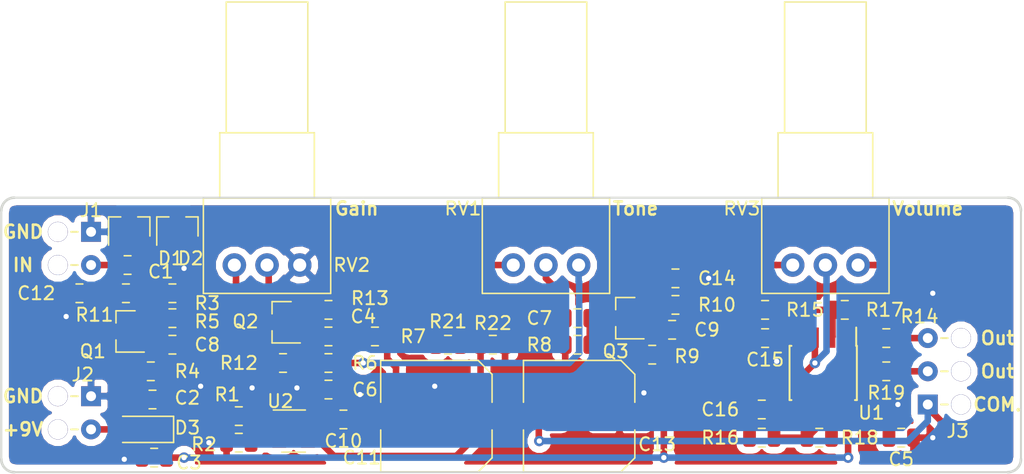
<source format=kicad_pcb>
(kicad_pcb (version 20171130) (host pcbnew "(5.0.0)")

  (general
    (thickness 1.6)
    (drawings 18)
    (tracks 174)
    (zones 0)
    (modules 51)
    (nets 32)
  )

  (page A4)
  (layers
    (0 F.Cu signal)
    (31 B.Cu signal)
    (32 B.Adhes user)
    (33 F.Adhes user)
    (34 B.Paste user)
    (35 F.Paste user)
    (36 B.SilkS user)
    (37 F.SilkS user)
    (38 B.Mask user)
    (39 F.Mask user)
    (40 Dwgs.User user)
    (41 Cmts.User user)
    (42 Eco1.User user)
    (43 Eco2.User user)
    (44 Edge.Cuts user)
    (45 Margin user)
    (46 B.CrtYd user)
    (47 F.CrtYd user)
    (48 B.Fab user)
    (49 F.Fab user hide)
  )

  (setup
    (last_trace_width 0.25)
    (user_trace_width 0.5)
    (trace_clearance 0.2)
    (zone_clearance 0.508)
    (zone_45_only no)
    (trace_min 0.2)
    (segment_width 0.2)
    (edge_width 0.15)
    (via_size 0.8)
    (via_drill 0.4)
    (via_min_size 0.4)
    (via_min_drill 0.3)
    (uvia_size 0.3)
    (uvia_drill 0.1)
    (uvias_allowed no)
    (uvia_min_size 0.2)
    (uvia_min_drill 0.1)
    (pcb_text_width 0.3)
    (pcb_text_size 1.5 1.5)
    (mod_edge_width 0.15)
    (mod_text_size 1 1)
    (mod_text_width 0.15)
    (pad_size 1.524 1.524)
    (pad_drill 0.762)
    (pad_to_mask_clearance 0.2)
    (solder_mask_min_width 0.25)
    (aux_axis_origin 0 0)
    (visible_elements 7FFFFFFF)
    (pcbplotparams
      (layerselection 0x010fc_ffffffff)
      (usegerberextensions false)
      (usegerberattributes false)
      (usegerberadvancedattributes false)
      (creategerberjobfile false)
      (excludeedgelayer true)
      (linewidth 0.100000)
      (plotframeref false)
      (viasonmask false)
      (mode 1)
      (useauxorigin false)
      (hpglpennumber 1)
      (hpglpenspeed 20)
      (hpglpendiameter 15.000000)
      (psnegative false)
      (psa4output false)
      (plotreference true)
      (plotvalue true)
      (plotinvisibletext false)
      (padsonsilk false)
      (subtractmaskfromsilk false)
      (outputformat 1)
      (mirror false)
      (drillshape 0)
      (scaleselection 1)
      (outputdirectory "../../../../Gerbers/jfet/"))
  )

  (net 0 "")
  (net 1 "Net-(C8-Pad2)")
  (net 2 +9V)
  (net 3 "Net-(C9-Pad2)")
  (net 4 "Net-(C4-Pad1)")
  (net 5 "Net-(C4-Pad2)")
  (net 6 "Net-(C6-Pad2)")
  (net 7 "Net-(Q1-Pad2)")
  (net 8 GND)
  (net 9 "Net-(C1-Pad1)")
  (net 10 /V_Gnd)
  (net 11 "Net-(C7-Pad1)")
  (net 12 "Net-(Q2-Pad2)")
  (net 13 "Net-(D3-Pad2)")
  (net 14 "Net-(C9-Pad1)")
  (net 15 "Net-(C8-Pad1)")
  (net 16 "Net-(C7-Pad2)")
  (net 17 "Net-(C1-Pad2)")
  (net 18 "Net-(D1-Pad1)")
  (net 19 "Net-(C12-Pad2)")
  (net 20 "Net-(R15-Pad1)")
  (net 21 "Net-(C15-Pad2)")
  (net 22 "Net-(C14-Pad1)")
  (net 23 "Net-(C16-Pad2)")
  (net 24 "Net-(R16-Pad1)")
  (net 25 "Net-(R14-Pad1)")
  (net 26 "Net-(J3-Pad3)")
  (net 27 "Net-(R18-Pad1)")
  (net 28 "Net-(J3-Pad2)")
  (net 29 "Net-(Q2-Pad3)")
  (net 30 "Net-(RV3-Pad2)")
  (net 31 "Net-(R1-Pad1)")

  (net_class Default "This is the default net class."
    (clearance 0.2)
    (trace_width 0.25)
    (via_dia 0.8)
    (via_drill 0.4)
    (uvia_dia 0.3)
    (uvia_drill 0.1)
    (add_net +9V)
    (add_net /V_Gnd)
    (add_net GND)
    (add_net "Net-(C1-Pad1)")
    (add_net "Net-(C1-Pad2)")
    (add_net "Net-(C12-Pad2)")
    (add_net "Net-(C14-Pad1)")
    (add_net "Net-(C15-Pad2)")
    (add_net "Net-(C16-Pad2)")
    (add_net "Net-(C4-Pad1)")
    (add_net "Net-(C4-Pad2)")
    (add_net "Net-(C6-Pad2)")
    (add_net "Net-(C7-Pad1)")
    (add_net "Net-(C7-Pad2)")
    (add_net "Net-(C8-Pad1)")
    (add_net "Net-(C8-Pad2)")
    (add_net "Net-(C9-Pad1)")
    (add_net "Net-(C9-Pad2)")
    (add_net "Net-(D1-Pad1)")
    (add_net "Net-(D3-Pad2)")
    (add_net "Net-(J3-Pad2)")
    (add_net "Net-(J3-Pad3)")
    (add_net "Net-(Q1-Pad2)")
    (add_net "Net-(Q2-Pad2)")
    (add_net "Net-(Q2-Pad3)")
    (add_net "Net-(R1-Pad1)")
    (add_net "Net-(R14-Pad1)")
    (add_net "Net-(R15-Pad1)")
    (add_net "Net-(R16-Pad1)")
    (add_net "Net-(R18-Pad1)")
    (add_net "Net-(RV3-Pad2)")
  )

  (module Potentiometer_THT:Potentiometer_Alps_RK097_Single_Horizontal (layer F.Cu) (tedit 5A3D4993) (tstamp 5C1A1AB2)
    (at 86.828 89.154 90)
    (descr "Potentiometer, horizontal, Alps RK097 Single, http://www.alps.com/prod/info/E/HTML/Potentiometer/RotaryPotentiometers/RK097/RK097_list.html")
    (tags "Potentiometer horizontal Alps RK097 Single")
    (path /5C073487)
    (fp_text reference RV2 (at 0 3.977 180) (layer F.SilkS)
      (effects (font (size 1 1) (thickness 0.15)))
    )
    (fp_text value "50K log" (at 0 3.5 90) (layer F.Fab)
      (effects (font (size 1 1) (thickness 0.15)))
    )
    (fp_line (start -2.05 -7.25) (end -2.05 2.25) (layer F.Fab) (width 0.1))
    (fp_line (start -2.05 2.25) (end 5 2.25) (layer F.Fab) (width 0.1))
    (fp_line (start 5 2.25) (end 5 -7.25) (layer F.Fab) (width 0.1))
    (fp_line (start 5 -7.25) (end -2.05 -7.25) (layer F.Fab) (width 0.1))
    (fp_line (start 5 -6) (end 5 1) (layer F.Fab) (width 0.1))
    (fp_line (start 5 1) (end 10 1) (layer F.Fab) (width 0.1))
    (fp_line (start 10 1) (end 10 -6) (layer F.Fab) (width 0.1))
    (fp_line (start 10 -6) (end 5 -6) (layer F.Fab) (width 0.1))
    (fp_line (start 10 -5.5) (end 10 0.5) (layer F.Fab) (width 0.1))
    (fp_line (start 10 0.5) (end 20 0.5) (layer F.Fab) (width 0.1))
    (fp_line (start 20 0.5) (end 20 -5.5) (layer F.Fab) (width 0.1))
    (fp_line (start 20 -5.5) (end 10 -5.5) (layer F.Fab) (width 0.1))
    (fp_line (start -2.17 -7.37) (end 5.12 -7.37) (layer F.SilkS) (width 0.12))
    (fp_line (start -2.17 2.37) (end 5.12 2.37) (layer F.SilkS) (width 0.12))
    (fp_line (start -2.17 -7.37) (end -2.17 2.37) (layer F.SilkS) (width 0.12))
    (fp_line (start 5.12 -7.37) (end 5.12 2.37) (layer F.SilkS) (width 0.12))
    (fp_line (start 5.12 -6.12) (end 10.12 -6.12) (layer F.SilkS) (width 0.12))
    (fp_line (start 5.12 1.12) (end 10.12 1.12) (layer F.SilkS) (width 0.12))
    (fp_line (start 5.12 -6.12) (end 5.12 1.12) (layer F.SilkS) (width 0.12))
    (fp_line (start 10.12 -6.12) (end 10.12 1.12) (layer F.SilkS) (width 0.12))
    (fp_line (start 10.12 -5.62) (end 20.12 -5.62) (layer F.SilkS) (width 0.12))
    (fp_line (start 10.12 0.62) (end 20.12 0.62) (layer F.SilkS) (width 0.12))
    (fp_line (start 10.12 -5.62) (end 10.12 0.62) (layer F.SilkS) (width 0.12))
    (fp_line (start 20.12 -5.62) (end 20.12 0.62) (layer F.SilkS) (width 0.12))
    (fp_line (start -2.3 -7.5) (end -2.3 2.5) (layer F.CrtYd) (width 0.05))
    (fp_line (start -2.3 2.5) (end 20.25 2.5) (layer F.CrtYd) (width 0.05))
    (fp_line (start 20.25 2.5) (end 20.25 -7.5) (layer F.CrtYd) (width 0.05))
    (fp_line (start 20.25 -7.5) (end -2.3 -7.5) (layer F.CrtYd) (width 0.05))
    (fp_text user %R (at 1.475 -2.5 90) (layer F.Fab)
      (effects (font (size 1 1) (thickness 0.15)))
    )
    (pad 3 thru_hole circle (at 0 -5 90) (size 1.8 1.8) (drill 1) (layers *.Cu *.Mask)
      (net 15 "Net-(C8-Pad1)"))
    (pad 2 thru_hole circle (at 0 -2.5 90) (size 1.8 1.8) (drill 1) (layers *.Cu *.Mask)
      (net 29 "Net-(Q2-Pad3)"))
    (pad 1 thru_hole circle (at 0 0 90) (size 1.8 1.8) (drill 1) (layers *.Cu *.Mask)
      (net 8 GND))
    (model ${KISYS3DMOD}/Potentiometer_THT.3dshapes/Potentiometer_Alps_RK097_Single_Horizontal.wrl
      (at (xyz 0 0 0))
      (scale (xyz 1 1 1))
      (rotate (xyz 0 0 0))
    )
  )

  (module Capacitor_SMD:C_0805_2012Metric (layer F.Cu) (tedit 5B36C52B) (tstamp 5C1923F6)
    (at 90.17 100.965)
    (descr "Capacitor SMD 0805 (2012 Metric), square (rectangular) end terminal, IPC_7351 nominal, (Body size source: https://docs.google.com/spreadsheets/d/1BsfQQcO9C6DZCsRaXUlFlo91Tg2WpOkGARC1WS5S8t0/edit?usp=sharing), generated with kicad-footprint-generator")
    (tags capacitor)
    (path /5C1C5ED8)
    (attr smd)
    (fp_text reference C10 (at 0 1.651) (layer F.SilkS)
      (effects (font (size 1 1) (thickness 0.15)))
    )
    (fp_text value 100n (at 0 1.65) (layer F.Fab)
      (effects (font (size 1 1) (thickness 0.15)))
    )
    (fp_line (start -1 0.6) (end -1 -0.6) (layer F.Fab) (width 0.1))
    (fp_line (start -1 -0.6) (end 1 -0.6) (layer F.Fab) (width 0.1))
    (fp_line (start 1 -0.6) (end 1 0.6) (layer F.Fab) (width 0.1))
    (fp_line (start 1 0.6) (end -1 0.6) (layer F.Fab) (width 0.1))
    (fp_line (start -0.258578 -0.71) (end 0.258578 -0.71) (layer F.SilkS) (width 0.12))
    (fp_line (start -0.258578 0.71) (end 0.258578 0.71) (layer F.SilkS) (width 0.12))
    (fp_line (start -1.68 0.95) (end -1.68 -0.95) (layer F.CrtYd) (width 0.05))
    (fp_line (start -1.68 -0.95) (end 1.68 -0.95) (layer F.CrtYd) (width 0.05))
    (fp_line (start 1.68 -0.95) (end 1.68 0.95) (layer F.CrtYd) (width 0.05))
    (fp_line (start 1.68 0.95) (end -1.68 0.95) (layer F.CrtYd) (width 0.05))
    (fp_text user %R (at 0 0) (layer F.Fab)
      (effects (font (size 0.5 0.5) (thickness 0.08)))
    )
    (pad 1 smd roundrect (at -0.9375 0) (size 0.975 1.4) (layers F.Cu F.Paste F.Mask) (roundrect_rratio 0.25)
      (net 2 +9V))
    (pad 2 smd roundrect (at 0.9375 0) (size 0.975 1.4) (layers F.Cu F.Paste F.Mask) (roundrect_rratio 0.25)
      (net 8 GND))
    (model ${KISYS3DMOD}/Capacitor_SMD.3dshapes/C_0805_2012Metric.wrl
      (at (xyz 0 0 0))
      (scale (xyz 1 1 1))
      (rotate (xyz 0 0 0))
    )
  )

  (module Capacitor_SMD:C_Elec_8x6.2 (layer F.Cu) (tedit 5BC8D926) (tstamp 5C192353)
    (at 97.282 100.711 180)
    (descr "SMD capacitor, aluminum electrolytic nonpolar, 8.0x6.2mm")
    (tags "capacitor electrolyic nonpolar")
    (path /5C21C79A)
    (attr smd)
    (fp_text reference C11 (at 5.715 -3.175 180) (layer F.SilkS)
      (effects (font (size 1 1) (thickness 0.15)))
    )
    (fp_text value 470u (at 0 5.2 180) (layer F.Fab)
      (effects (font (size 1 1) (thickness 0.15)))
    )
    (fp_text user %R (at 0 0 180) (layer F.Fab)
      (effects (font (size 1 1) (thickness 0.15)))
    )
    (fp_line (start -5.3 1.05) (end -4.4 1.05) (layer F.CrtYd) (width 0.05))
    (fp_line (start -5.3 -1.05) (end -5.3 1.05) (layer F.CrtYd) (width 0.05))
    (fp_line (start -4.4 -1.05) (end -5.3 -1.05) (layer F.CrtYd) (width 0.05))
    (fp_line (start -4.4 1.05) (end -4.4 3.25) (layer F.CrtYd) (width 0.05))
    (fp_line (start -4.4 -3.25) (end -4.4 -1.05) (layer F.CrtYd) (width 0.05))
    (fp_line (start -4.4 -3.25) (end -3.25 -4.4) (layer F.CrtYd) (width 0.05))
    (fp_line (start -4.4 3.25) (end -3.25 4.4) (layer F.CrtYd) (width 0.05))
    (fp_line (start -3.25 -4.4) (end 4.4 -4.4) (layer F.CrtYd) (width 0.05))
    (fp_line (start -3.25 4.4) (end 4.4 4.4) (layer F.CrtYd) (width 0.05))
    (fp_line (start 4.4 1.05) (end 4.4 4.4) (layer F.CrtYd) (width 0.05))
    (fp_line (start 5.3 1.05) (end 4.4 1.05) (layer F.CrtYd) (width 0.05))
    (fp_line (start 5.3 -1.05) (end 5.3 1.05) (layer F.CrtYd) (width 0.05))
    (fp_line (start 4.4 -1.05) (end 5.3 -1.05) (layer F.CrtYd) (width 0.05))
    (fp_line (start 4.4 -4.4) (end 4.4 -1.05) (layer F.CrtYd) (width 0.05))
    (fp_line (start -4.26 3.195563) (end -3.195563 4.26) (layer F.SilkS) (width 0.12))
    (fp_line (start -4.26 -3.195563) (end -3.195563 -4.26) (layer F.SilkS) (width 0.12))
    (fp_line (start -4.26 -3.195563) (end -4.26 -1.06) (layer F.SilkS) (width 0.12))
    (fp_line (start -4.26 3.195563) (end -4.26 1.06) (layer F.SilkS) (width 0.12))
    (fp_line (start -3.195563 4.26) (end 4.26 4.26) (layer F.SilkS) (width 0.12))
    (fp_line (start -3.195563 -4.26) (end 4.26 -4.26) (layer F.SilkS) (width 0.12))
    (fp_line (start 4.26 -4.26) (end 4.26 -1.06) (layer F.SilkS) (width 0.12))
    (fp_line (start 4.26 4.26) (end 4.26 1.06) (layer F.SilkS) (width 0.12))
    (fp_line (start -4.15 3.15) (end -3.15 4.15) (layer F.Fab) (width 0.1))
    (fp_line (start -4.15 -3.15) (end -3.15 -4.15) (layer F.Fab) (width 0.1))
    (fp_line (start -4.15 -3.15) (end -4.15 3.15) (layer F.Fab) (width 0.1))
    (fp_line (start -3.15 4.15) (end 4.15 4.15) (layer F.Fab) (width 0.1))
    (fp_line (start -3.15 -4.15) (end 4.15 -4.15) (layer F.Fab) (width 0.1))
    (fp_line (start 4.15 -4.15) (end 4.15 4.15) (layer F.Fab) (width 0.1))
    (fp_circle (center 0 0) (end 4 0) (layer F.Fab) (width 0.1))
    (pad 2 smd roundrect (at 3.0875 0 180) (size 3.925 1.6) (layers F.Cu F.Paste F.Mask) (roundrect_rratio 0.15625)
      (net 2 +9V))
    (pad 1 smd roundrect (at -3.0875 0 180) (size 3.925 1.6) (layers F.Cu F.Paste F.Mask) (roundrect_rratio 0.15625)
      (net 10 /V_Gnd))
    (model ${KISYS3DMOD}/Capacitor_SMD.3dshapes/C_Elec_8x6.2.wrl
      (at (xyz 0 0 0))
      (scale (xyz 1 1 1))
      (rotate (xyz 0 0 0))
    )
  )

  (module Capacitor_SMD:C_Elec_8x6.2 (layer F.Cu) (tedit 5BC8D926) (tstamp 5C19464F)
    (at 108.204 100.711 180)
    (descr "SMD capacitor, aluminum electrolytic nonpolar, 8.0x6.2mm")
    (tags "capacitor electrolyic nonpolar")
    (path /5C21C8DD)
    (attr smd)
    (fp_text reference C13 (at -5.969 -2.159 180) (layer F.SilkS)
      (effects (font (size 1 1) (thickness 0.15)))
    )
    (fp_text value 470u (at 0 5.2 180) (layer F.Fab)
      (effects (font (size 1 1) (thickness 0.15)))
    )
    (fp_circle (center 0 0) (end 4 0) (layer F.Fab) (width 0.1))
    (fp_line (start 4.15 -4.15) (end 4.15 4.15) (layer F.Fab) (width 0.1))
    (fp_line (start -3.15 -4.15) (end 4.15 -4.15) (layer F.Fab) (width 0.1))
    (fp_line (start -3.15 4.15) (end 4.15 4.15) (layer F.Fab) (width 0.1))
    (fp_line (start -4.15 -3.15) (end -4.15 3.15) (layer F.Fab) (width 0.1))
    (fp_line (start -4.15 -3.15) (end -3.15 -4.15) (layer F.Fab) (width 0.1))
    (fp_line (start -4.15 3.15) (end -3.15 4.15) (layer F.Fab) (width 0.1))
    (fp_line (start 4.26 4.26) (end 4.26 1.06) (layer F.SilkS) (width 0.12))
    (fp_line (start 4.26 -4.26) (end 4.26 -1.06) (layer F.SilkS) (width 0.12))
    (fp_line (start -3.195563 -4.26) (end 4.26 -4.26) (layer F.SilkS) (width 0.12))
    (fp_line (start -3.195563 4.26) (end 4.26 4.26) (layer F.SilkS) (width 0.12))
    (fp_line (start -4.26 3.195563) (end -4.26 1.06) (layer F.SilkS) (width 0.12))
    (fp_line (start -4.26 -3.195563) (end -4.26 -1.06) (layer F.SilkS) (width 0.12))
    (fp_line (start -4.26 -3.195563) (end -3.195563 -4.26) (layer F.SilkS) (width 0.12))
    (fp_line (start -4.26 3.195563) (end -3.195563 4.26) (layer F.SilkS) (width 0.12))
    (fp_line (start 4.4 -4.4) (end 4.4 -1.05) (layer F.CrtYd) (width 0.05))
    (fp_line (start 4.4 -1.05) (end 5.3 -1.05) (layer F.CrtYd) (width 0.05))
    (fp_line (start 5.3 -1.05) (end 5.3 1.05) (layer F.CrtYd) (width 0.05))
    (fp_line (start 5.3 1.05) (end 4.4 1.05) (layer F.CrtYd) (width 0.05))
    (fp_line (start 4.4 1.05) (end 4.4 4.4) (layer F.CrtYd) (width 0.05))
    (fp_line (start -3.25 4.4) (end 4.4 4.4) (layer F.CrtYd) (width 0.05))
    (fp_line (start -3.25 -4.4) (end 4.4 -4.4) (layer F.CrtYd) (width 0.05))
    (fp_line (start -4.4 3.25) (end -3.25 4.4) (layer F.CrtYd) (width 0.05))
    (fp_line (start -4.4 -3.25) (end -3.25 -4.4) (layer F.CrtYd) (width 0.05))
    (fp_line (start -4.4 -3.25) (end -4.4 -1.05) (layer F.CrtYd) (width 0.05))
    (fp_line (start -4.4 1.05) (end -4.4 3.25) (layer F.CrtYd) (width 0.05))
    (fp_line (start -4.4 -1.05) (end -5.3 -1.05) (layer F.CrtYd) (width 0.05))
    (fp_line (start -5.3 -1.05) (end -5.3 1.05) (layer F.CrtYd) (width 0.05))
    (fp_line (start -5.3 1.05) (end -4.4 1.05) (layer F.CrtYd) (width 0.05))
    (fp_text user %R (at 0 0 180) (layer F.Fab)
      (effects (font (size 1 1) (thickness 0.15)))
    )
    (pad 1 smd roundrect (at -3.0875 0 180) (size 3.925 1.6) (layers F.Cu F.Paste F.Mask) (roundrect_rratio 0.15625)
      (net 8 GND))
    (pad 2 smd roundrect (at 3.0875 0 180) (size 3.925 1.6) (layers F.Cu F.Paste F.Mask) (roundrect_rratio 0.15625)
      (net 10 /V_Gnd))
    (model ${KISYS3DMOD}/Capacitor_SMD.3dshapes/C_Elec_8x6.2.wrl
      (at (xyz 0 0 0))
      (scale (xyz 1 1 1))
      (rotate (xyz 0 0 0))
    )
  )

  (module Package_TO_SOT_SMD:SOT-23-5 (layer F.Cu) (tedit 5A02FF57) (tstamp 5C1921CD)
    (at 86.36 101.854)
    (descr "5-pin SOT23 package")
    (tags SOT-23-5)
    (path /5C198255)
    (attr smd)
    (fp_text reference U2 (at -1.016 -2.286) (layer F.SilkS)
      (effects (font (size 1 1) (thickness 0.15)))
    )
    (fp_text value TSX9291 (at 0 2.9) (layer F.Fab)
      (effects (font (size 1 1) (thickness 0.15)))
    )
    (fp_text user %R (at 0 0 90) (layer F.Fab)
      (effects (font (size 0.5 0.5) (thickness 0.075)))
    )
    (fp_line (start -0.9 1.61) (end 0.9 1.61) (layer F.SilkS) (width 0.12))
    (fp_line (start 0.9 -1.61) (end -1.55 -1.61) (layer F.SilkS) (width 0.12))
    (fp_line (start -1.9 -1.8) (end 1.9 -1.8) (layer F.CrtYd) (width 0.05))
    (fp_line (start 1.9 -1.8) (end 1.9 1.8) (layer F.CrtYd) (width 0.05))
    (fp_line (start 1.9 1.8) (end -1.9 1.8) (layer F.CrtYd) (width 0.05))
    (fp_line (start -1.9 1.8) (end -1.9 -1.8) (layer F.CrtYd) (width 0.05))
    (fp_line (start -0.9 -0.9) (end -0.25 -1.55) (layer F.Fab) (width 0.1))
    (fp_line (start 0.9 -1.55) (end -0.25 -1.55) (layer F.Fab) (width 0.1))
    (fp_line (start -0.9 -0.9) (end -0.9 1.55) (layer F.Fab) (width 0.1))
    (fp_line (start 0.9 1.55) (end -0.9 1.55) (layer F.Fab) (width 0.1))
    (fp_line (start 0.9 -1.55) (end 0.9 1.55) (layer F.Fab) (width 0.1))
    (pad 1 smd rect (at -1.1 -0.95) (size 1.06 0.65) (layers F.Cu F.Paste F.Mask)
      (net 10 /V_Gnd))
    (pad 2 smd rect (at -1.1 0) (size 1.06 0.65) (layers F.Cu F.Paste F.Mask)
      (net 8 GND))
    (pad 3 smd rect (at -1.1 0.95) (size 1.06 0.65) (layers F.Cu F.Paste F.Mask)
      (net 31 "Net-(R1-Pad1)"))
    (pad 4 smd rect (at 1.1 0.95) (size 1.06 0.65) (layers F.Cu F.Paste F.Mask)
      (net 10 /V_Gnd))
    (pad 5 smd rect (at 1.1 -0.95) (size 1.06 0.65) (layers F.Cu F.Paste F.Mask)
      (net 2 +9V))
    (model ${KISYS3DMOD}/Package_TO_SOT_SMD.3dshapes/SOT-23-5.wrl
      (at (xyz 0 0 0))
      (scale (xyz 1 1 1))
      (rotate (xyz 0 0 0))
    )
  )

  (module Resistor_SMD:R_0805_2012Metric (layer F.Cu) (tedit 5B36C52B) (tstamp 5C191EE5)
    (at 98.171 95.25 180)
    (descr "Resistor SMD 0805 (2012 Metric), square (rectangular) end terminal, IPC_7351 nominal, (Body size source: https://docs.google.com/spreadsheets/d/1BsfQQcO9C6DZCsRaXUlFlo91Tg2WpOkGARC1WS5S8t0/edit?usp=sharing), generated with kicad-footprint-generator")
    (tags resistor)
    (path /5C21C398)
    (attr smd)
    (fp_text reference R21 (at 0 1.778 180) (layer F.SilkS)
      (effects (font (size 1 1) (thickness 0.15)))
    )
    (fp_text value 4K7 (at 0 1.65 180) (layer F.Fab)
      (effects (font (size 1 1) (thickness 0.15)))
    )
    (fp_text user %R (at 0 0 180) (layer F.Fab)
      (effects (font (size 0.5 0.5) (thickness 0.08)))
    )
    (fp_line (start 1.68 0.95) (end -1.68 0.95) (layer F.CrtYd) (width 0.05))
    (fp_line (start 1.68 -0.95) (end 1.68 0.95) (layer F.CrtYd) (width 0.05))
    (fp_line (start -1.68 -0.95) (end 1.68 -0.95) (layer F.CrtYd) (width 0.05))
    (fp_line (start -1.68 0.95) (end -1.68 -0.95) (layer F.CrtYd) (width 0.05))
    (fp_line (start -0.258578 0.71) (end 0.258578 0.71) (layer F.SilkS) (width 0.12))
    (fp_line (start -0.258578 -0.71) (end 0.258578 -0.71) (layer F.SilkS) (width 0.12))
    (fp_line (start 1 0.6) (end -1 0.6) (layer F.Fab) (width 0.1))
    (fp_line (start 1 -0.6) (end 1 0.6) (layer F.Fab) (width 0.1))
    (fp_line (start -1 -0.6) (end 1 -0.6) (layer F.Fab) (width 0.1))
    (fp_line (start -1 0.6) (end -1 -0.6) (layer F.Fab) (width 0.1))
    (pad 2 smd roundrect (at 0.9375 0 180) (size 0.975 1.4) (layers F.Cu F.Paste F.Mask) (roundrect_rratio 0.25)
      (net 2 +9V))
    (pad 1 smd roundrect (at -0.9375 0 180) (size 0.975 1.4) (layers F.Cu F.Paste F.Mask) (roundrect_rratio 0.25)
      (net 10 /V_Gnd))
    (model ${KISYS3DMOD}/Resistor_SMD.3dshapes/R_0805_2012Metric.wrl
      (at (xyz 0 0 0))
      (scale (xyz 1 1 1))
      (rotate (xyz 0 0 0))
    )
  )

  (module Resistor_SMD:R_0805_2012Metric (layer F.Cu) (tedit 5B36C52B) (tstamp 5C191ED4)
    (at 101.6 95.25 180)
    (descr "Resistor SMD 0805 (2012 Metric), square (rectangular) end terminal, IPC_7351 nominal, (Body size source: https://docs.google.com/spreadsheets/d/1BsfQQcO9C6DZCsRaXUlFlo91Tg2WpOkGARC1WS5S8t0/edit?usp=sharing), generated with kicad-footprint-generator")
    (tags resistor)
    (path /5C21C462)
    (attr smd)
    (fp_text reference R22 (at 0 1.651 180) (layer F.SilkS)
      (effects (font (size 1 1) (thickness 0.15)))
    )
    (fp_text value 4K7 (at 0 1.65 180) (layer F.Fab)
      (effects (font (size 1 1) (thickness 0.15)))
    )
    (fp_line (start -1 0.6) (end -1 -0.6) (layer F.Fab) (width 0.1))
    (fp_line (start -1 -0.6) (end 1 -0.6) (layer F.Fab) (width 0.1))
    (fp_line (start 1 -0.6) (end 1 0.6) (layer F.Fab) (width 0.1))
    (fp_line (start 1 0.6) (end -1 0.6) (layer F.Fab) (width 0.1))
    (fp_line (start -0.258578 -0.71) (end 0.258578 -0.71) (layer F.SilkS) (width 0.12))
    (fp_line (start -0.258578 0.71) (end 0.258578 0.71) (layer F.SilkS) (width 0.12))
    (fp_line (start -1.68 0.95) (end -1.68 -0.95) (layer F.CrtYd) (width 0.05))
    (fp_line (start -1.68 -0.95) (end 1.68 -0.95) (layer F.CrtYd) (width 0.05))
    (fp_line (start 1.68 -0.95) (end 1.68 0.95) (layer F.CrtYd) (width 0.05))
    (fp_line (start 1.68 0.95) (end -1.68 0.95) (layer F.CrtYd) (width 0.05))
    (fp_text user %R (at 0 0 180) (layer F.Fab)
      (effects (font (size 0.5 0.5) (thickness 0.08)))
    )
    (pad 1 smd roundrect (at -0.9375 0 180) (size 0.975 1.4) (layers F.Cu F.Paste F.Mask) (roundrect_rratio 0.25)
      (net 8 GND))
    (pad 2 smd roundrect (at 0.9375 0 180) (size 0.975 1.4) (layers F.Cu F.Paste F.Mask) (roundrect_rratio 0.25)
      (net 10 /V_Gnd))
    (model ${KISYS3DMOD}/Resistor_SMD.3dshapes/R_0805_2012Metric.wrl
      (at (xyz 0 0 0))
      (scale (xyz 1 1 1))
      (rotate (xyz 0 0 0))
    )
  )

  (module Capacitor_SMD:C_0805_2012Metric (layer F.Cu) (tedit 5B36C52B) (tstamp 5C1ACA6B)
    (at 89.027 94.615 180)
    (descr "Capacitor SMD 0805 (2012 Metric), square (rectangular) end terminal, IPC_7351 nominal, (Body size source: https://docs.google.com/spreadsheets/d/1BsfQQcO9C6DZCsRaXUlFlo91Tg2WpOkGARC1WS5S8t0/edit?usp=sharing), generated with kicad-footprint-generator")
    (tags capacitor)
    (path /5C06F1C2)
    (attr smd)
    (fp_text reference C4 (at -2.667 1.524 180) (layer F.SilkS)
      (effects (font (size 1 1) (thickness 0.15)))
    )
    (fp_text value 6n8 (at 0 1.65 180) (layer F.Fab)
      (effects (font (size 1 1) (thickness 0.15)))
    )
    (fp_text user %R (at 0 0 180) (layer F.Fab)
      (effects (font (size 0.5 0.5) (thickness 0.08)))
    )
    (fp_line (start 1.68 0.95) (end -1.68 0.95) (layer F.CrtYd) (width 0.05))
    (fp_line (start 1.68 -0.95) (end 1.68 0.95) (layer F.CrtYd) (width 0.05))
    (fp_line (start -1.68 -0.95) (end 1.68 -0.95) (layer F.CrtYd) (width 0.05))
    (fp_line (start -1.68 0.95) (end -1.68 -0.95) (layer F.CrtYd) (width 0.05))
    (fp_line (start -0.258578 0.71) (end 0.258578 0.71) (layer F.SilkS) (width 0.12))
    (fp_line (start -0.258578 -0.71) (end 0.258578 -0.71) (layer F.SilkS) (width 0.12))
    (fp_line (start 1 0.6) (end -1 0.6) (layer F.Fab) (width 0.1))
    (fp_line (start 1 -0.6) (end 1 0.6) (layer F.Fab) (width 0.1))
    (fp_line (start -1 -0.6) (end 1 -0.6) (layer F.Fab) (width 0.1))
    (fp_line (start -1 0.6) (end -1 -0.6) (layer F.Fab) (width 0.1))
    (pad 2 smd roundrect (at 0.9375 0 180) (size 0.975 1.4) (layers F.Cu F.Paste F.Mask) (roundrect_rratio 0.25)
      (net 5 "Net-(C4-Pad2)"))
    (pad 1 smd roundrect (at -0.9375 0 180) (size 0.975 1.4) (layers F.Cu F.Paste F.Mask) (roundrect_rratio 0.25)
      (net 4 "Net-(C4-Pad1)"))
    (model ${KISYS3DMOD}/Capacitor_SMD.3dshapes/C_0805_2012Metric.wrl
      (at (xyz 0 0 0))
      (scale (xyz 1 1 1))
      (rotate (xyz 0 0 0))
    )
  )

  (module Capacitor_SMD:C_0805_2012Metric (layer F.Cu) (tedit 5B36C52B) (tstamp 5C1ACA5A)
    (at 122.174 100.203 180)
    (descr "Capacitor SMD 0805 (2012 Metric), square (rectangular) end terminal, IPC_7351 nominal, (Body size source: https://docs.google.com/spreadsheets/d/1BsfQQcO9C6DZCsRaXUlFlo91Tg2WpOkGARC1WS5S8t0/edit?usp=sharing), generated with kicad-footprint-generator")
    (tags capacitor)
    (path /5C198292)
    (attr smd)
    (fp_text reference C16 (at 3.175 0 180) (layer F.SilkS)
      (effects (font (size 1 1) (thickness 0.15)))
    )
    (fp_text value 4u7 (at 0 1.65 180) (layer F.Fab)
      (effects (font (size 1 1) (thickness 0.15)))
    )
    (fp_line (start -1 0.6) (end -1 -0.6) (layer F.Fab) (width 0.1))
    (fp_line (start -1 -0.6) (end 1 -0.6) (layer F.Fab) (width 0.1))
    (fp_line (start 1 -0.6) (end 1 0.6) (layer F.Fab) (width 0.1))
    (fp_line (start 1 0.6) (end -1 0.6) (layer F.Fab) (width 0.1))
    (fp_line (start -0.258578 -0.71) (end 0.258578 -0.71) (layer F.SilkS) (width 0.12))
    (fp_line (start -0.258578 0.71) (end 0.258578 0.71) (layer F.SilkS) (width 0.12))
    (fp_line (start -1.68 0.95) (end -1.68 -0.95) (layer F.CrtYd) (width 0.05))
    (fp_line (start -1.68 -0.95) (end 1.68 -0.95) (layer F.CrtYd) (width 0.05))
    (fp_line (start 1.68 -0.95) (end 1.68 0.95) (layer F.CrtYd) (width 0.05))
    (fp_line (start 1.68 0.95) (end -1.68 0.95) (layer F.CrtYd) (width 0.05))
    (fp_text user %R (at 0 0 180) (layer F.Fab)
      (effects (font (size 0.5 0.5) (thickness 0.08)))
    )
    (pad 1 smd roundrect (at -0.9375 0 180) (size 0.975 1.4) (layers F.Cu F.Paste F.Mask) (roundrect_rratio 0.25)
      (net 8 GND))
    (pad 2 smd roundrect (at 0.9375 0 180) (size 0.975 1.4) (layers F.Cu F.Paste F.Mask) (roundrect_rratio 0.25)
      (net 23 "Net-(C16-Pad2)"))
    (model ${KISYS3DMOD}/Capacitor_SMD.3dshapes/C_0805_2012Metric.wrl
      (at (xyz 0 0 0))
      (scale (xyz 1 1 1))
      (rotate (xyz 0 0 0))
    )
  )

  (module Capacitor_SMD:C_0805_2012Metric (layer F.Cu) (tedit 5B36C52B) (tstamp 5C1ACA49)
    (at 122.428 94.742 180)
    (descr "Capacitor SMD 0805 (2012 Metric), square (rectangular) end terminal, IPC_7351 nominal, (Body size source: https://docs.google.com/spreadsheets/d/1BsfQQcO9C6DZCsRaXUlFlo91Tg2WpOkGARC1WS5S8t0/edit?usp=sharing), generated with kicad-footprint-generator")
    (tags capacitor)
    (path /5C1C5DBD)
    (attr smd)
    (fp_text reference C15 (at 0 -1.65 180) (layer F.SilkS)
      (effects (font (size 1 1) (thickness 0.15)))
    )
    (fp_text value 4u7 (at 0 1.65 180) (layer F.Fab)
      (effects (font (size 1 1) (thickness 0.15)))
    )
    (fp_text user %R (at 0 0 180) (layer F.Fab)
      (effects (font (size 0.5 0.5) (thickness 0.08)))
    )
    (fp_line (start 1.68 0.95) (end -1.68 0.95) (layer F.CrtYd) (width 0.05))
    (fp_line (start 1.68 -0.95) (end 1.68 0.95) (layer F.CrtYd) (width 0.05))
    (fp_line (start -1.68 -0.95) (end 1.68 -0.95) (layer F.CrtYd) (width 0.05))
    (fp_line (start -1.68 0.95) (end -1.68 -0.95) (layer F.CrtYd) (width 0.05))
    (fp_line (start -0.258578 0.71) (end 0.258578 0.71) (layer F.SilkS) (width 0.12))
    (fp_line (start -0.258578 -0.71) (end 0.258578 -0.71) (layer F.SilkS) (width 0.12))
    (fp_line (start 1 0.6) (end -1 0.6) (layer F.Fab) (width 0.1))
    (fp_line (start 1 -0.6) (end 1 0.6) (layer F.Fab) (width 0.1))
    (fp_line (start -1 -0.6) (end 1 -0.6) (layer F.Fab) (width 0.1))
    (fp_line (start -1 0.6) (end -1 -0.6) (layer F.Fab) (width 0.1))
    (pad 2 smd roundrect (at 0.9375 0 180) (size 0.975 1.4) (layers F.Cu F.Paste F.Mask) (roundrect_rratio 0.25)
      (net 21 "Net-(C15-Pad2)"))
    (pad 1 smd roundrect (at -0.9375 0 180) (size 0.975 1.4) (layers F.Cu F.Paste F.Mask) (roundrect_rratio 0.25)
      (net 8 GND))
    (model ${KISYS3DMOD}/Capacitor_SMD.3dshapes/C_0805_2012Metric.wrl
      (at (xyz 0 0 0))
      (scale (xyz 1 1 1))
      (rotate (xyz 0 0 0))
    )
  )

  (module Capacitor_SMD:C_0805_2012Metric (layer F.Cu) (tedit 5B36C52B) (tstamp 5C193B78)
    (at 69.977 91.313)
    (descr "Capacitor SMD 0805 (2012 Metric), square (rectangular) end terminal, IPC_7351 nominal, (Body size source: https://docs.google.com/spreadsheets/d/1BsfQQcO9C6DZCsRaXUlFlo91Tg2WpOkGARC1WS5S8t0/edit?usp=sharing), generated with kicad-footprint-generator")
    (tags capacitor)
    (path /5C261CF8)
    (attr smd)
    (fp_text reference C12 (at -3.302 0) (layer F.SilkS)
      (effects (font (size 1 1) (thickness 0.15)))
    )
    (fp_text value 220p (at 0 1.65) (layer F.Fab)
      (effects (font (size 1 1) (thickness 0.15)))
    )
    (fp_line (start -1 0.6) (end -1 -0.6) (layer F.Fab) (width 0.1))
    (fp_line (start -1 -0.6) (end 1 -0.6) (layer F.Fab) (width 0.1))
    (fp_line (start 1 -0.6) (end 1 0.6) (layer F.Fab) (width 0.1))
    (fp_line (start 1 0.6) (end -1 0.6) (layer F.Fab) (width 0.1))
    (fp_line (start -0.258578 -0.71) (end 0.258578 -0.71) (layer F.SilkS) (width 0.12))
    (fp_line (start -0.258578 0.71) (end 0.258578 0.71) (layer F.SilkS) (width 0.12))
    (fp_line (start -1.68 0.95) (end -1.68 -0.95) (layer F.CrtYd) (width 0.05))
    (fp_line (start -1.68 -0.95) (end 1.68 -0.95) (layer F.CrtYd) (width 0.05))
    (fp_line (start 1.68 -0.95) (end 1.68 0.95) (layer F.CrtYd) (width 0.05))
    (fp_line (start 1.68 0.95) (end -1.68 0.95) (layer F.CrtYd) (width 0.05))
    (fp_text user %R (at 0 0) (layer F.Fab)
      (effects (font (size 0.5 0.5) (thickness 0.08)))
    )
    (pad 1 smd roundrect (at -0.9375 0) (size 0.975 1.4) (layers F.Cu F.Paste F.Mask) (roundrect_rratio 0.25)
      (net 8 GND))
    (pad 2 smd roundrect (at 0.9375 0) (size 0.975 1.4) (layers F.Cu F.Paste F.Mask) (roundrect_rratio 0.25)
      (net 19 "Net-(C12-Pad2)"))
    (model ${KISYS3DMOD}/Capacitor_SMD.3dshapes/C_0805_2012Metric.wrl
      (at (xyz 0 0 0))
      (scale (xyz 1 1 1))
      (rotate (xyz 0 0 0))
    )
  )

  (module Capacitor_SMD:C_0805_2012Metric (layer F.Cu) (tedit 5B36C52B) (tstamp 5C1ACA16)
    (at 115.316 94.107 180)
    (descr "Capacitor SMD 0805 (2012 Metric), square (rectangular) end terminal, IPC_7351 nominal, (Body size source: https://docs.google.com/spreadsheets/d/1BsfQQcO9C6DZCsRaXUlFlo91Tg2WpOkGARC1WS5S8t0/edit?usp=sharing), generated with kicad-footprint-generator")
    (tags capacitor)
    (path /5C0A658B)
    (attr smd)
    (fp_text reference C9 (at -2.667 0 180) (layer F.SilkS)
      (effects (font (size 1 1) (thickness 0.15)))
    )
    (fp_text value 470n (at 0 1.65 180) (layer F.Fab)
      (effects (font (size 1 1) (thickness 0.15)))
    )
    (fp_line (start -1 0.6) (end -1 -0.6) (layer F.Fab) (width 0.1))
    (fp_line (start -1 -0.6) (end 1 -0.6) (layer F.Fab) (width 0.1))
    (fp_line (start 1 -0.6) (end 1 0.6) (layer F.Fab) (width 0.1))
    (fp_line (start 1 0.6) (end -1 0.6) (layer F.Fab) (width 0.1))
    (fp_line (start -0.258578 -0.71) (end 0.258578 -0.71) (layer F.SilkS) (width 0.12))
    (fp_line (start -0.258578 0.71) (end 0.258578 0.71) (layer F.SilkS) (width 0.12))
    (fp_line (start -1.68 0.95) (end -1.68 -0.95) (layer F.CrtYd) (width 0.05))
    (fp_line (start -1.68 -0.95) (end 1.68 -0.95) (layer F.CrtYd) (width 0.05))
    (fp_line (start 1.68 -0.95) (end 1.68 0.95) (layer F.CrtYd) (width 0.05))
    (fp_line (start 1.68 0.95) (end -1.68 0.95) (layer F.CrtYd) (width 0.05))
    (fp_text user %R (at 0 0 180) (layer F.Fab)
      (effects (font (size 0.5 0.5) (thickness 0.08)))
    )
    (pad 1 smd roundrect (at -0.9375 0 180) (size 0.975 1.4) (layers F.Cu F.Paste F.Mask) (roundrect_rratio 0.25)
      (net 14 "Net-(C9-Pad1)"))
    (pad 2 smd roundrect (at 0.9375 0 180) (size 0.975 1.4) (layers F.Cu F.Paste F.Mask) (roundrect_rratio 0.25)
      (net 3 "Net-(C9-Pad2)"))
    (model ${KISYS3DMOD}/Capacitor_SMD.3dshapes/C_0805_2012Metric.wrl
      (at (xyz 0 0 0))
      (scale (xyz 1 1 1))
      (rotate (xyz 0 0 0))
    )
  )

  (module Capacitor_SMD:C_0805_2012Metric (layer F.Cu) (tedit 5B36C52B) (tstamp 5C1ACA05)
    (at 77.089 95.25 180)
    (descr "Capacitor SMD 0805 (2012 Metric), square (rectangular) end terminal, IPC_7351 nominal, (Body size source: https://docs.google.com/spreadsheets/d/1BsfQQcO9C6DZCsRaXUlFlo91Tg2WpOkGARC1WS5S8t0/edit?usp=sharing), generated with kicad-footprint-generator")
    (tags capacitor)
    (path /5C07353E)
    (attr smd)
    (fp_text reference C8 (at -2.667 0 180) (layer F.SilkS)
      (effects (font (size 1 1) (thickness 0.15)))
    )
    (fp_text value 470n (at 0 1.65 180) (layer F.Fab)
      (effects (font (size 1 1) (thickness 0.15)))
    )
    (fp_text user %R (at 0 0 180) (layer F.Fab)
      (effects (font (size 0.5 0.5) (thickness 0.08)))
    )
    (fp_line (start 1.68 0.95) (end -1.68 0.95) (layer F.CrtYd) (width 0.05))
    (fp_line (start 1.68 -0.95) (end 1.68 0.95) (layer F.CrtYd) (width 0.05))
    (fp_line (start -1.68 -0.95) (end 1.68 -0.95) (layer F.CrtYd) (width 0.05))
    (fp_line (start -1.68 0.95) (end -1.68 -0.95) (layer F.CrtYd) (width 0.05))
    (fp_line (start -0.258578 0.71) (end 0.258578 0.71) (layer F.SilkS) (width 0.12))
    (fp_line (start -0.258578 -0.71) (end 0.258578 -0.71) (layer F.SilkS) (width 0.12))
    (fp_line (start 1 0.6) (end -1 0.6) (layer F.Fab) (width 0.1))
    (fp_line (start 1 -0.6) (end 1 0.6) (layer F.Fab) (width 0.1))
    (fp_line (start -1 -0.6) (end 1 -0.6) (layer F.Fab) (width 0.1))
    (fp_line (start -1 0.6) (end -1 -0.6) (layer F.Fab) (width 0.1))
    (pad 2 smd roundrect (at 0.9375 0 180) (size 0.975 1.4) (layers F.Cu F.Paste F.Mask) (roundrect_rratio 0.25)
      (net 1 "Net-(C8-Pad2)"))
    (pad 1 smd roundrect (at -0.9375 0 180) (size 0.975 1.4) (layers F.Cu F.Paste F.Mask) (roundrect_rratio 0.25)
      (net 15 "Net-(C8-Pad1)"))
    (model ${KISYS3DMOD}/Capacitor_SMD.3dshapes/C_0805_2012Metric.wrl
      (at (xyz 0 0 0))
      (scale (xyz 1 1 1))
      (rotate (xyz 0 0 0))
    )
  )

  (module Capacitor_SMD:C_0805_2012Metric (layer F.Cu) (tedit 5B36C52B) (tstamp 5C1AC9F4)
    (at 108.077 93.218 180)
    (descr "Capacitor SMD 0805 (2012 Metric), square (rectangular) end terminal, IPC_7351 nominal, (Body size source: https://docs.google.com/spreadsheets/d/1BsfQQcO9C6DZCsRaXUlFlo91Tg2WpOkGARC1WS5S8t0/edit?usp=sharing), generated with kicad-footprint-generator")
    (tags capacitor)
    (path /5C070E67)
    (attr smd)
    (fp_text reference C7 (at 2.921 0 180) (layer F.SilkS)
      (effects (font (size 1 1) (thickness 0.15)))
    )
    (fp_text value 47n (at 0 1.65 180) (layer F.Fab)
      (effects (font (size 1 1) (thickness 0.15)))
    )
    (fp_line (start -1 0.6) (end -1 -0.6) (layer F.Fab) (width 0.1))
    (fp_line (start -1 -0.6) (end 1 -0.6) (layer F.Fab) (width 0.1))
    (fp_line (start 1 -0.6) (end 1 0.6) (layer F.Fab) (width 0.1))
    (fp_line (start 1 0.6) (end -1 0.6) (layer F.Fab) (width 0.1))
    (fp_line (start -0.258578 -0.71) (end 0.258578 -0.71) (layer F.SilkS) (width 0.12))
    (fp_line (start -0.258578 0.71) (end 0.258578 0.71) (layer F.SilkS) (width 0.12))
    (fp_line (start -1.68 0.95) (end -1.68 -0.95) (layer F.CrtYd) (width 0.05))
    (fp_line (start -1.68 -0.95) (end 1.68 -0.95) (layer F.CrtYd) (width 0.05))
    (fp_line (start 1.68 -0.95) (end 1.68 0.95) (layer F.CrtYd) (width 0.05))
    (fp_line (start 1.68 0.95) (end -1.68 0.95) (layer F.CrtYd) (width 0.05))
    (fp_text user %R (at 0 0 180) (layer F.Fab)
      (effects (font (size 0.5 0.5) (thickness 0.08)))
    )
    (pad 1 smd roundrect (at -0.9375 0 180) (size 0.975 1.4) (layers F.Cu F.Paste F.Mask) (roundrect_rratio 0.25)
      (net 11 "Net-(C7-Pad1)"))
    (pad 2 smd roundrect (at 0.9375 0 180) (size 0.975 1.4) (layers F.Cu F.Paste F.Mask) (roundrect_rratio 0.25)
      (net 16 "Net-(C7-Pad2)"))
    (model ${KISYS3DMOD}/Capacitor_SMD.3dshapes/C_0805_2012Metric.wrl
      (at (xyz 0 0 0))
      (scale (xyz 1 1 1))
      (rotate (xyz 0 0 0))
    )
  )

  (module Capacitor_SMD:C_0805_2012Metric (layer F.Cu) (tedit 5B36C52B) (tstamp 5C1AC9E3)
    (at 89.027 98.679)
    (descr "Capacitor SMD 0805 (2012 Metric), square (rectangular) end terminal, IPC_7351 nominal, (Body size source: https://docs.google.com/spreadsheets/d/1BsfQQcO9C6DZCsRaXUlFlo91Tg2WpOkGARC1WS5S8t0/edit?usp=sharing), generated with kicad-footprint-generator")
    (tags capacitor)
    (path /5C06F9A2)
    (attr smd)
    (fp_text reference C6 (at 2.794 0) (layer F.SilkS)
      (effects (font (size 1 1) (thickness 0.15)))
    )
    (fp_text value 10n (at 0 1.65) (layer F.Fab)
      (effects (font (size 1 1) (thickness 0.15)))
    )
    (fp_text user %R (at 0 0) (layer F.Fab)
      (effects (font (size 0.5 0.5) (thickness 0.08)))
    )
    (fp_line (start 1.68 0.95) (end -1.68 0.95) (layer F.CrtYd) (width 0.05))
    (fp_line (start 1.68 -0.95) (end 1.68 0.95) (layer F.CrtYd) (width 0.05))
    (fp_line (start -1.68 -0.95) (end 1.68 -0.95) (layer F.CrtYd) (width 0.05))
    (fp_line (start -1.68 0.95) (end -1.68 -0.95) (layer F.CrtYd) (width 0.05))
    (fp_line (start -0.258578 0.71) (end 0.258578 0.71) (layer F.SilkS) (width 0.12))
    (fp_line (start -0.258578 -0.71) (end 0.258578 -0.71) (layer F.SilkS) (width 0.12))
    (fp_line (start 1 0.6) (end -1 0.6) (layer F.Fab) (width 0.1))
    (fp_line (start 1 -0.6) (end 1 0.6) (layer F.Fab) (width 0.1))
    (fp_line (start -1 -0.6) (end 1 -0.6) (layer F.Fab) (width 0.1))
    (fp_line (start -1 0.6) (end -1 -0.6) (layer F.Fab) (width 0.1))
    (pad 2 smd roundrect (at 0.9375 0) (size 0.975 1.4) (layers F.Cu F.Paste F.Mask) (roundrect_rratio 0.25)
      (net 6 "Net-(C6-Pad2)"))
    (pad 1 smd roundrect (at -0.9375 0) (size 0.975 1.4) (layers F.Cu F.Paste F.Mask) (roundrect_rratio 0.25)
      (net 8 GND))
    (model ${KISYS3DMOD}/Capacitor_SMD.3dshapes/C_0805_2012Metric.wrl
      (at (xyz 0 0 0))
      (scale (xyz 1 1 1))
      (rotate (xyz 0 0 0))
    )
  )

  (module Capacitor_SMD:C_0805_2012Metric (layer F.Cu) (tedit 5B36C52B) (tstamp 5C1AC9D2)
    (at 132.842 102.362 180)
    (descr "Capacitor SMD 0805 (2012 Metric), square (rectangular) end terminal, IPC_7351 nominal, (Body size source: https://docs.google.com/spreadsheets/d/1BsfQQcO9C6DZCsRaXUlFlo91Tg2WpOkGARC1WS5S8t0/edit?usp=sharing), generated with kicad-footprint-generator")
    (tags capacitor)
    (path /5C0F4327)
    (attr smd)
    (fp_text reference C5 (at 0 -1.65 180) (layer F.SilkS)
      (effects (font (size 1 1) (thickness 0.15)))
    )
    (fp_text value 100n (at 0 1.65 180) (layer F.Fab)
      (effects (font (size 1 1) (thickness 0.15)))
    )
    (fp_line (start -1 0.6) (end -1 -0.6) (layer F.Fab) (width 0.1))
    (fp_line (start -1 -0.6) (end 1 -0.6) (layer F.Fab) (width 0.1))
    (fp_line (start 1 -0.6) (end 1 0.6) (layer F.Fab) (width 0.1))
    (fp_line (start 1 0.6) (end -1 0.6) (layer F.Fab) (width 0.1))
    (fp_line (start -0.258578 -0.71) (end 0.258578 -0.71) (layer F.SilkS) (width 0.12))
    (fp_line (start -0.258578 0.71) (end 0.258578 0.71) (layer F.SilkS) (width 0.12))
    (fp_line (start -1.68 0.95) (end -1.68 -0.95) (layer F.CrtYd) (width 0.05))
    (fp_line (start -1.68 -0.95) (end 1.68 -0.95) (layer F.CrtYd) (width 0.05))
    (fp_line (start 1.68 -0.95) (end 1.68 0.95) (layer F.CrtYd) (width 0.05))
    (fp_line (start 1.68 0.95) (end -1.68 0.95) (layer F.CrtYd) (width 0.05))
    (fp_text user %R (at 0 0 180) (layer F.Fab)
      (effects (font (size 0.5 0.5) (thickness 0.08)))
    )
    (pad 1 smd roundrect (at -0.9375 0 180) (size 0.975 1.4) (layers F.Cu F.Paste F.Mask) (roundrect_rratio 0.25)
      (net 8 GND))
    (pad 2 smd roundrect (at 0.9375 0 180) (size 0.975 1.4) (layers F.Cu F.Paste F.Mask) (roundrect_rratio 0.25)
      (net 2 +9V))
    (model ${KISYS3DMOD}/Capacitor_SMD.3dshapes/C_0805_2012Metric.wrl
      (at (xyz 0 0 0))
      (scale (xyz 1 1 1))
      (rotate (xyz 0 0 0))
    )
  )

  (module Capacitor_SMD:C_0805_2012Metric (layer F.Cu) (tedit 5B36C52B) (tstamp 5C1AC9C1)
    (at 75.692 103.886)
    (descr "Capacitor SMD 0805 (2012 Metric), square (rectangular) end terminal, IPC_7351 nominal, (Body size source: https://docs.google.com/spreadsheets/d/1BsfQQcO9C6DZCsRaXUlFlo91Tg2WpOkGARC1WS5S8t0/edit?usp=sharing), generated with kicad-footprint-generator")
    (tags capacitor)
    (path /5C0D7BC6)
    (attr smd)
    (fp_text reference C3 (at 2.667 0.381) (layer F.SilkS)
      (effects (font (size 1 1) (thickness 0.15)))
    )
    (fp_text value 4u7 (at 0 1.65) (layer F.Fab)
      (effects (font (size 1 1) (thickness 0.15)))
    )
    (fp_text user %R (at 0 0) (layer F.Fab)
      (effects (font (size 0.5 0.5) (thickness 0.08)))
    )
    (fp_line (start 1.68 0.95) (end -1.68 0.95) (layer F.CrtYd) (width 0.05))
    (fp_line (start 1.68 -0.95) (end 1.68 0.95) (layer F.CrtYd) (width 0.05))
    (fp_line (start -1.68 -0.95) (end 1.68 -0.95) (layer F.CrtYd) (width 0.05))
    (fp_line (start -1.68 0.95) (end -1.68 -0.95) (layer F.CrtYd) (width 0.05))
    (fp_line (start -0.258578 0.71) (end 0.258578 0.71) (layer F.SilkS) (width 0.12))
    (fp_line (start -0.258578 -0.71) (end 0.258578 -0.71) (layer F.SilkS) (width 0.12))
    (fp_line (start 1 0.6) (end -1 0.6) (layer F.Fab) (width 0.1))
    (fp_line (start 1 -0.6) (end 1 0.6) (layer F.Fab) (width 0.1))
    (fp_line (start -1 -0.6) (end 1 -0.6) (layer F.Fab) (width 0.1))
    (fp_line (start -1 0.6) (end -1 -0.6) (layer F.Fab) (width 0.1))
    (pad 2 smd roundrect (at 0.9375 0) (size 0.975 1.4) (layers F.Cu F.Paste F.Mask) (roundrect_rratio 0.25)
      (net 2 +9V))
    (pad 1 smd roundrect (at -0.9375 0) (size 0.975 1.4) (layers F.Cu F.Paste F.Mask) (roundrect_rratio 0.25)
      (net 8 GND))
    (model ${KISYS3DMOD}/Capacitor_SMD.3dshapes/C_0805_2012Metric.wrl
      (at (xyz 0 0 0))
      (scale (xyz 1 1 1))
      (rotate (xyz 0 0 0))
    )
  )

  (module Capacitor_SMD:C_0805_2012Metric (layer F.Cu) (tedit 5B36C52B) (tstamp 5C1AC9B0)
    (at 75.565 99.441)
    (descr "Capacitor SMD 0805 (2012 Metric), square (rectangular) end terminal, IPC_7351 nominal, (Body size source: https://docs.google.com/spreadsheets/d/1BsfQQcO9C6DZCsRaXUlFlo91Tg2WpOkGARC1WS5S8t0/edit?usp=sharing), generated with kicad-footprint-generator")
    (tags capacitor)
    (path /5C0E95D8)
    (attr smd)
    (fp_text reference C2 (at 2.667 -0.127) (layer F.SilkS)
      (effects (font (size 1 1) (thickness 0.15)))
    )
    (fp_text value 4u7 (at 0 1.65) (layer F.Fab)
      (effects (font (size 1 1) (thickness 0.15)))
    )
    (fp_line (start -1 0.6) (end -1 -0.6) (layer F.Fab) (width 0.1))
    (fp_line (start -1 -0.6) (end 1 -0.6) (layer F.Fab) (width 0.1))
    (fp_line (start 1 -0.6) (end 1 0.6) (layer F.Fab) (width 0.1))
    (fp_line (start 1 0.6) (end -1 0.6) (layer F.Fab) (width 0.1))
    (fp_line (start -0.258578 -0.71) (end 0.258578 -0.71) (layer F.SilkS) (width 0.12))
    (fp_line (start -0.258578 0.71) (end 0.258578 0.71) (layer F.SilkS) (width 0.12))
    (fp_line (start -1.68 0.95) (end -1.68 -0.95) (layer F.CrtYd) (width 0.05))
    (fp_line (start -1.68 -0.95) (end 1.68 -0.95) (layer F.CrtYd) (width 0.05))
    (fp_line (start 1.68 -0.95) (end 1.68 0.95) (layer F.CrtYd) (width 0.05))
    (fp_line (start 1.68 0.95) (end -1.68 0.95) (layer F.CrtYd) (width 0.05))
    (fp_text user %R (at 0 0) (layer F.Fab)
      (effects (font (size 0.5 0.5) (thickness 0.08)))
    )
    (pad 1 smd roundrect (at -0.9375 0) (size 0.975 1.4) (layers F.Cu F.Paste F.Mask) (roundrect_rratio 0.25)
      (net 8 GND))
    (pad 2 smd roundrect (at 0.9375 0) (size 0.975 1.4) (layers F.Cu F.Paste F.Mask) (roundrect_rratio 0.25)
      (net 2 +9V))
    (model ${KISYS3DMOD}/Capacitor_SMD.3dshapes/C_0805_2012Metric.wrl
      (at (xyz 0 0 0))
      (scale (xyz 1 1 1))
      (rotate (xyz 0 0 0))
    )
  )

  (module Capacitor_SMD:C_0805_2012Metric (layer F.Cu) (tedit 5B36C52B) (tstamp 5C193AFD)
    (at 73.66 89.154 180)
    (descr "Capacitor SMD 0805 (2012 Metric), square (rectangular) end terminal, IPC_7351 nominal, (Body size source: https://docs.google.com/spreadsheets/d/1BsfQQcO9C6DZCsRaXUlFlo91Tg2WpOkGARC1WS5S8t0/edit?usp=sharing), generated with kicad-footprint-generator")
    (tags capacitor)
    (path /5C06E087)
    (attr smd)
    (fp_text reference C1 (at -2.54 -0.508 180) (layer F.SilkS)
      (effects (font (size 1 1) (thickness 0.15)))
    )
    (fp_text value 47n (at 0 1.65 180) (layer F.Fab)
      (effects (font (size 1 1) (thickness 0.15)))
    )
    (fp_text user %R (at 0 0 180) (layer F.Fab)
      (effects (font (size 0.5 0.5) (thickness 0.08)))
    )
    (fp_line (start 1.68 0.95) (end -1.68 0.95) (layer F.CrtYd) (width 0.05))
    (fp_line (start 1.68 -0.95) (end 1.68 0.95) (layer F.CrtYd) (width 0.05))
    (fp_line (start -1.68 -0.95) (end 1.68 -0.95) (layer F.CrtYd) (width 0.05))
    (fp_line (start -1.68 0.95) (end -1.68 -0.95) (layer F.CrtYd) (width 0.05))
    (fp_line (start -0.258578 0.71) (end 0.258578 0.71) (layer F.SilkS) (width 0.12))
    (fp_line (start -0.258578 -0.71) (end 0.258578 -0.71) (layer F.SilkS) (width 0.12))
    (fp_line (start 1 0.6) (end -1 0.6) (layer F.Fab) (width 0.1))
    (fp_line (start 1 -0.6) (end 1 0.6) (layer F.Fab) (width 0.1))
    (fp_line (start -1 -0.6) (end 1 -0.6) (layer F.Fab) (width 0.1))
    (fp_line (start -1 0.6) (end -1 -0.6) (layer F.Fab) (width 0.1))
    (pad 2 smd roundrect (at 0.9375 0 180) (size 0.975 1.4) (layers F.Cu F.Paste F.Mask) (roundrect_rratio 0.25)
      (net 17 "Net-(C1-Pad2)"))
    (pad 1 smd roundrect (at -0.9375 0 180) (size 0.975 1.4) (layers F.Cu F.Paste F.Mask) (roundrect_rratio 0.25)
      (net 9 "Net-(C1-Pad1)"))
    (model ${KISYS3DMOD}/Capacitor_SMD.3dshapes/C_0805_2012Metric.wrl
      (at (xyz 0 0 0))
      (scale (xyz 1 1 1))
      (rotate (xyz 0 0 0))
    )
  )

  (module Capacitor_SMD:C_0805_2012Metric (layer F.Cu) (tedit 5B36C52B) (tstamp 5C1AC98E)
    (at 115.57 90.17)
    (descr "Capacitor SMD 0805 (2012 Metric), square (rectangular) end terminal, IPC_7351 nominal, (Body size source: https://docs.google.com/spreadsheets/d/1BsfQQcO9C6DZCsRaXUlFlo91Tg2WpOkGARC1WS5S8t0/edit?usp=sharing), generated with kicad-footprint-generator")
    (tags capacitor)
    (path /5C2089A4)
    (attr smd)
    (fp_text reference C14 (at 3.175 0) (layer F.SilkS)
      (effects (font (size 1 1) (thickness 0.15)))
    )
    (fp_text value 4u7 (at 0 1.65) (layer F.Fab)
      (effects (font (size 1 1) (thickness 0.15)))
    )
    (fp_line (start -1 0.6) (end -1 -0.6) (layer F.Fab) (width 0.1))
    (fp_line (start -1 -0.6) (end 1 -0.6) (layer F.Fab) (width 0.1))
    (fp_line (start 1 -0.6) (end 1 0.6) (layer F.Fab) (width 0.1))
    (fp_line (start 1 0.6) (end -1 0.6) (layer F.Fab) (width 0.1))
    (fp_line (start -0.258578 -0.71) (end 0.258578 -0.71) (layer F.SilkS) (width 0.12))
    (fp_line (start -0.258578 0.71) (end 0.258578 0.71) (layer F.SilkS) (width 0.12))
    (fp_line (start -1.68 0.95) (end -1.68 -0.95) (layer F.CrtYd) (width 0.05))
    (fp_line (start -1.68 -0.95) (end 1.68 -0.95) (layer F.CrtYd) (width 0.05))
    (fp_line (start 1.68 -0.95) (end 1.68 0.95) (layer F.CrtYd) (width 0.05))
    (fp_line (start 1.68 0.95) (end -1.68 0.95) (layer F.CrtYd) (width 0.05))
    (fp_text user %R (at 0 0) (layer F.Fab)
      (effects (font (size 0.5 0.5) (thickness 0.08)))
    )
    (pad 1 smd roundrect (at -0.9375 0) (size 0.975 1.4) (layers F.Cu F.Paste F.Mask) (roundrect_rratio 0.25)
      (net 22 "Net-(C14-Pad1)"))
    (pad 2 smd roundrect (at 0.9375 0) (size 0.975 1.4) (layers F.Cu F.Paste F.Mask) (roundrect_rratio 0.25)
      (net 8 GND))
    (model ${KISYS3DMOD}/Capacitor_SMD.3dshapes/C_0805_2012Metric.wrl
      (at (xyz 0 0 0))
      (scale (xyz 1 1 1))
      (rotate (xyz 0 0 0))
    )
  )

  (module Diode_SMD:D_SOD-123 (layer F.Cu) (tedit 58645DC7) (tstamp 5C1AC97D)
    (at 74.93 101.727 180)
    (descr SOD-123)
    (tags SOD-123)
    (path /5C1D2D3B)
    (attr smd)
    (fp_text reference D3 (at -3.302 0.127 180) (layer F.SilkS)
      (effects (font (size 1 1) (thickness 0.15)))
    )
    (fp_text value D_Schottky (at 0 2.1 180) (layer F.Fab)
      (effects (font (size 1 1) (thickness 0.15)))
    )
    (fp_text user %R (at 0 -2 180) (layer F.Fab)
      (effects (font (size 1 1) (thickness 0.15)))
    )
    (fp_line (start -2.25 -1) (end -2.25 1) (layer F.SilkS) (width 0.12))
    (fp_line (start 0.25 0) (end 0.75 0) (layer F.Fab) (width 0.1))
    (fp_line (start 0.25 0.4) (end -0.35 0) (layer F.Fab) (width 0.1))
    (fp_line (start 0.25 -0.4) (end 0.25 0.4) (layer F.Fab) (width 0.1))
    (fp_line (start -0.35 0) (end 0.25 -0.4) (layer F.Fab) (width 0.1))
    (fp_line (start -0.35 0) (end -0.35 0.55) (layer F.Fab) (width 0.1))
    (fp_line (start -0.35 0) (end -0.35 -0.55) (layer F.Fab) (width 0.1))
    (fp_line (start -0.75 0) (end -0.35 0) (layer F.Fab) (width 0.1))
    (fp_line (start -1.4 0.9) (end -1.4 -0.9) (layer F.Fab) (width 0.1))
    (fp_line (start 1.4 0.9) (end -1.4 0.9) (layer F.Fab) (width 0.1))
    (fp_line (start 1.4 -0.9) (end 1.4 0.9) (layer F.Fab) (width 0.1))
    (fp_line (start -1.4 -0.9) (end 1.4 -0.9) (layer F.Fab) (width 0.1))
    (fp_line (start -2.35 -1.15) (end 2.35 -1.15) (layer F.CrtYd) (width 0.05))
    (fp_line (start 2.35 -1.15) (end 2.35 1.15) (layer F.CrtYd) (width 0.05))
    (fp_line (start 2.35 1.15) (end -2.35 1.15) (layer F.CrtYd) (width 0.05))
    (fp_line (start -2.35 -1.15) (end -2.35 1.15) (layer F.CrtYd) (width 0.05))
    (fp_line (start -2.25 1) (end 1.65 1) (layer F.SilkS) (width 0.12))
    (fp_line (start -2.25 -1) (end 1.65 -1) (layer F.SilkS) (width 0.12))
    (pad 1 smd rect (at -1.65 0 180) (size 0.9 1.2) (layers F.Cu F.Paste F.Mask)
      (net 2 +9V))
    (pad 2 smd rect (at 1.65 0 180) (size 0.9 1.2) (layers F.Cu F.Paste F.Mask)
      (net 13 "Net-(D3-Pad2)"))
    (model ${KISYS3DMOD}/Diode_SMD.3dshapes/D_SOD-123.wrl
      (at (xyz 0 0 0))
      (scale (xyz 1 1 1))
      (rotate (xyz 0 0 0))
    )
  )

  (module Diode_SMD:D_SOT-23_ANK (layer F.Cu) (tedit 587CCEF9) (tstamp 5C193B36)
    (at 73.787 86.233 90)
    (descr "SOT-23, Single Diode")
    (tags SOT-23)
    (path /5C171515)
    (attr smd)
    (fp_text reference D1 (at -2.413 3.175 180) (layer F.SilkS)
      (effects (font (size 1 1) (thickness 0.15)))
    )
    (fp_text value 781-5486 (at 0 2.5 90) (layer F.Fab)
      (effects (font (size 1 1) (thickness 0.15)))
    )
    (fp_line (start 0.76 1.58) (end -0.7 1.58) (layer F.SilkS) (width 0.12))
    (fp_line (start -0.7 -1.52) (end -0.7 1.52) (layer F.Fab) (width 0.1))
    (fp_line (start -0.7 -1.52) (end 0.7 -1.52) (layer F.Fab) (width 0.1))
    (fp_line (start 0.76 -1.58) (end -1.4 -1.58) (layer F.SilkS) (width 0.12))
    (fp_line (start -1.7 1.75) (end -1.7 -1.75) (layer F.CrtYd) (width 0.05))
    (fp_line (start 1.7 1.75) (end -1.7 1.75) (layer F.CrtYd) (width 0.05))
    (fp_line (start 1.7 -1.75) (end 1.7 1.75) (layer F.CrtYd) (width 0.05))
    (fp_line (start -1.7 -1.75) (end 1.7 -1.75) (layer F.CrtYd) (width 0.05))
    (fp_line (start -0.7 1.52) (end 0.7 1.52) (layer F.Fab) (width 0.1))
    (fp_line (start 0.7 -1.52) (end 0.7 1.52) (layer F.Fab) (width 0.1))
    (fp_line (start 0.76 -1.58) (end 0.76 -0.65) (layer F.SilkS) (width 0.12))
    (fp_line (start 0.76 1.58) (end 0.76 0.65) (layer F.SilkS) (width 0.12))
    (fp_line (start 0.15 -0.65) (end 0.15 -0.25) (layer F.Fab) (width 0.1))
    (fp_line (start 0.15 -0.45) (end 0.4 -0.45) (layer F.Fab) (width 0.1))
    (fp_line (start 0.15 -0.45) (end -0.15 -0.65) (layer F.Fab) (width 0.1))
    (fp_line (start -0.15 -0.65) (end -0.15 -0.25) (layer F.Fab) (width 0.1))
    (fp_line (start -0.15 -0.25) (end 0.15 -0.45) (layer F.Fab) (width 0.1))
    (fp_line (start -0.15 -0.45) (end -0.4 -0.45) (layer F.Fab) (width 0.1))
    (fp_text user %R (at 0 -2.5 90) (layer F.Fab)
      (effects (font (size 1 1) (thickness 0.15)))
    )
    (pad 1 smd rect (at 1 0 90) (size 0.9 0.8) (layers F.Cu F.Paste F.Mask)
      (net 18 "Net-(D1-Pad1)"))
    (pad "" smd rect (at -1 0.95 90) (size 0.9 0.8) (layers F.Cu F.Paste F.Mask))
    (pad 2 smd rect (at -1 -0.95 90) (size 0.9 0.8) (layers F.Cu F.Paste F.Mask)
      (net 17 "Net-(C1-Pad2)"))
    (model ${KISYS3DMOD}/Diode_SMD.3dshapes/D_SOT-23.wrl
      (at (xyz 0 0 0))
      (scale (xyz 1 1 1))
      (rotate (xyz 0 0 0))
    )
  )

  (module Diode_SMD:D_SOT-23_ANK (layer F.Cu) (tedit 587CCEF9) (tstamp 5C193A6A)
    (at 77.47 86.233 90)
    (descr "SOT-23, Single Diode")
    (tags SOT-23)
    (path /5C171636)
    (attr smd)
    (fp_text reference D2 (at -2.413 1.016 180) (layer F.SilkS)
      (effects (font (size 1 1) (thickness 0.15)))
    )
    (fp_text value 781-5486 (at 0 2.5 90) (layer F.Fab)
      (effects (font (size 1 1) (thickness 0.15)))
    )
    (fp_text user %R (at 0 -2.5 90) (layer F.Fab)
      (effects (font (size 1 1) (thickness 0.15)))
    )
    (fp_line (start -0.15 -0.45) (end -0.4 -0.45) (layer F.Fab) (width 0.1))
    (fp_line (start -0.15 -0.25) (end 0.15 -0.45) (layer F.Fab) (width 0.1))
    (fp_line (start -0.15 -0.65) (end -0.15 -0.25) (layer F.Fab) (width 0.1))
    (fp_line (start 0.15 -0.45) (end -0.15 -0.65) (layer F.Fab) (width 0.1))
    (fp_line (start 0.15 -0.45) (end 0.4 -0.45) (layer F.Fab) (width 0.1))
    (fp_line (start 0.15 -0.65) (end 0.15 -0.25) (layer F.Fab) (width 0.1))
    (fp_line (start 0.76 1.58) (end 0.76 0.65) (layer F.SilkS) (width 0.12))
    (fp_line (start 0.76 -1.58) (end 0.76 -0.65) (layer F.SilkS) (width 0.12))
    (fp_line (start 0.7 -1.52) (end 0.7 1.52) (layer F.Fab) (width 0.1))
    (fp_line (start -0.7 1.52) (end 0.7 1.52) (layer F.Fab) (width 0.1))
    (fp_line (start -1.7 -1.75) (end 1.7 -1.75) (layer F.CrtYd) (width 0.05))
    (fp_line (start 1.7 -1.75) (end 1.7 1.75) (layer F.CrtYd) (width 0.05))
    (fp_line (start 1.7 1.75) (end -1.7 1.75) (layer F.CrtYd) (width 0.05))
    (fp_line (start -1.7 1.75) (end -1.7 -1.75) (layer F.CrtYd) (width 0.05))
    (fp_line (start 0.76 -1.58) (end -1.4 -1.58) (layer F.SilkS) (width 0.12))
    (fp_line (start -0.7 -1.52) (end 0.7 -1.52) (layer F.Fab) (width 0.1))
    (fp_line (start -0.7 -1.52) (end -0.7 1.52) (layer F.Fab) (width 0.1))
    (fp_line (start 0.76 1.58) (end -0.7 1.58) (layer F.SilkS) (width 0.12))
    (pad 2 smd rect (at -1 -0.95 90) (size 0.9 0.8) (layers F.Cu F.Paste F.Mask)
      (net 8 GND))
    (pad "" smd rect (at -1 0.95 90) (size 0.9 0.8) (layers F.Cu F.Paste F.Mask))
    (pad 1 smd rect (at 1 0 90) (size 0.9 0.8) (layers F.Cu F.Paste F.Mask)
      (net 18 "Net-(D1-Pad1)"))
    (model ${KISYS3DMOD}/Diode_SMD.3dshapes/D_SOT-23.wrl
      (at (xyz 0 0 0))
      (scale (xyz 1 1 1))
      (rotate (xyz 0 0 0))
    )
  )

  (module Footprints:wire_strainrelief_2 (layer F.Cu) (tedit 5C17DA43) (tstamp 5C193FE1)
    (at 70.866 87.884)
    (path /5C06E886)
    (fp_text reference J1 (at 0 -2.921) (layer F.SilkS)
      (effects (font (size 1 1) (thickness 0.15)))
    )
    (fp_text value Conn_2 (at -1.27 0 90) (layer F.Fab) hide
      (effects (font (size 1 1) (thickness 0.15)))
    )
    (fp_line (start -1.016 1.27) (end -1.524 1.27) (layer F.SilkS) (width 0.15))
    (fp_line (start -1.016 -1.27) (end -1.524 -1.27) (layer F.SilkS) (width 0.15))
    (pad "" np_thru_hole circle (at -2.54 1.27) (size 1.524 1.524) (drill 1.5) (layers *.Cu *.Mask))
    (pad "" np_thru_hole circle (at -2.54 -1.27) (size 1.524 1.524) (drill 1.5) (layers *.Cu *.Mask))
    (pad 2 thru_hole circle (at 0 1.27) (size 1.524 1.524) (drill 0.762) (layers *.Cu *.Mask)
      (net 17 "Net-(C1-Pad2)"))
    (pad 1 thru_hole rect (at 0 -1.27) (size 1.524 1.524) (drill 0.762) (layers *.Cu *.Mask)
      (net 8 GND))
  )

  (module Footprints:wire_strainrelief_2 (layer F.Cu) (tedit 5C17DA43) (tstamp 5C1AC926)
    (at 70.866 100.457)
    (path /5C0D3484)
    (fp_text reference J2 (at -0.635 -2.921) (layer F.SilkS)
      (effects (font (size 1 1) (thickness 0.15)))
    )
    (fp_text value Conn_2 (at -1.27 0 90) (layer F.Fab) hide
      (effects (font (size 1 1) (thickness 0.15)))
    )
    (fp_line (start -1.016 -1.27) (end -1.524 -1.27) (layer F.SilkS) (width 0.15))
    (fp_line (start -1.016 1.27) (end -1.524 1.27) (layer F.SilkS) (width 0.15))
    (pad 1 thru_hole rect (at 0 -1.27) (size 1.524 1.524) (drill 0.762) (layers *.Cu *.Mask)
      (net 8 GND))
    (pad 2 thru_hole circle (at 0 1.27) (size 1.524 1.524) (drill 0.762) (layers *.Cu *.Mask)
      (net 13 "Net-(D3-Pad2)"))
    (pad "" np_thru_hole circle (at -2.54 -1.27) (size 1.524 1.524) (drill 1.5) (layers *.Cu *.Mask))
    (pad "" np_thru_hole circle (at -2.54 1.27) (size 1.524 1.524) (drill 1.5) (layers *.Cu *.Mask))
  )

  (module Footprints:wire_strainrelief_3 (layer F.Cu) (tedit 5C17DA31) (tstamp 5C1AC91C)
    (at 134.874 97.282 180)
    (path /5C1085D3)
    (fp_text reference J3 (at -2.286 -4.572 180) (layer F.SilkS)
      (effects (font (size 1 1) (thickness 0.15)))
    )
    (fp_text value Conn_3 (at -1.27 0 270) (layer F.Fab) hide
      (effects (font (size 1 1) (thickness 0.15)))
    )
    (fp_line (start -1.016 -2.54) (end -1.524 -2.54) (layer F.SilkS) (width 0.15))
    (fp_line (start -1.016 0) (end -1.524 0) (layer F.SilkS) (width 0.15))
    (fp_line (start -1.016 2.54) (end -1.524 2.54) (layer F.SilkS) (width 0.15))
    (pad 1 thru_hole rect (at 0 -2.54 180) (size 1.524 1.524) (drill 0.762) (layers *.Cu *.Mask)
      (net 10 /V_Gnd))
    (pad 2 thru_hole circle (at 0 0 180) (size 1.524 1.524) (drill 0.762) (layers *.Cu *.Mask)
      (net 28 "Net-(J3-Pad2)"))
    (pad 3 thru_hole circle (at 0 2.54 180) (size 1.524 1.524) (drill 0.762) (layers *.Cu *.Mask)
      (net 26 "Net-(J3-Pad3)"))
    (pad "" np_thru_hole circle (at -2.54 -2.54 180) (size 1.524 1.524) (drill 1.5) (layers *.Cu *.Mask))
    (pad "" np_thru_hole circle (at -2.54 0 180) (size 1.524 1.524) (drill 1.5) (layers *.Cu *.Mask))
    (pad "" np_thru_hole circle (at -2.54 2.54 180) (size 1.524 1.524) (drill 1.5) (layers *.Cu *.Mask))
  )

  (module Package_SO:SOIC-8_3.9x4.9mm_P1.27mm (layer F.Cu) (tedit 5A02F2D3) (tstamp 5C3602EF)
    (at 126.873 97.409 270)
    (descr "8-Lead Plastic Small Outline (SN) - Narrow, 3.90 mm Body [SOIC] (see Microchip Packaging Specification 00000049BS.pdf)")
    (tags "SOIC 1.27")
    (path /5C0EE9B6)
    (attr smd)
    (fp_text reference U1 (at 3.048 -3.683) (layer F.SilkS)
      (effects (font (size 1 1) (thickness 0.15)))
    )
    (fp_text value 4580 (at 0 3.5 270) (layer F.Fab)
      (effects (font (size 1 1) (thickness 0.15)))
    )
    (fp_text user %R (at 0 0 270) (layer F.Fab)
      (effects (font (size 1 1) (thickness 0.15)))
    )
    (fp_line (start -0.95 -2.45) (end 1.95 -2.45) (layer F.Fab) (width 0.1))
    (fp_line (start 1.95 -2.45) (end 1.95 2.45) (layer F.Fab) (width 0.1))
    (fp_line (start 1.95 2.45) (end -1.95 2.45) (layer F.Fab) (width 0.1))
    (fp_line (start -1.95 2.45) (end -1.95 -1.45) (layer F.Fab) (width 0.1))
    (fp_line (start -1.95 -1.45) (end -0.95 -2.45) (layer F.Fab) (width 0.1))
    (fp_line (start -3.73 -2.7) (end -3.73 2.7) (layer F.CrtYd) (width 0.05))
    (fp_line (start 3.73 -2.7) (end 3.73 2.7) (layer F.CrtYd) (width 0.05))
    (fp_line (start -3.73 -2.7) (end 3.73 -2.7) (layer F.CrtYd) (width 0.05))
    (fp_line (start -3.73 2.7) (end 3.73 2.7) (layer F.CrtYd) (width 0.05))
    (fp_line (start -2.075 -2.575) (end -2.075 -2.525) (layer F.SilkS) (width 0.15))
    (fp_line (start 2.075 -2.575) (end 2.075 -2.43) (layer F.SilkS) (width 0.15))
    (fp_line (start 2.075 2.575) (end 2.075 2.43) (layer F.SilkS) (width 0.15))
    (fp_line (start -2.075 2.575) (end -2.075 2.43) (layer F.SilkS) (width 0.15))
    (fp_line (start -2.075 -2.575) (end 2.075 -2.575) (layer F.SilkS) (width 0.15))
    (fp_line (start -2.075 2.575) (end 2.075 2.575) (layer F.SilkS) (width 0.15))
    (fp_line (start -2.075 -2.525) (end -3.475 -2.525) (layer F.SilkS) (width 0.15))
    (pad 1 smd rect (at -2.7 -1.905 270) (size 1.55 0.6) (layers F.Cu F.Paste F.Mask)
      (net 25 "Net-(R14-Pad1)"))
    (pad 2 smd rect (at -2.7 -0.635 270) (size 1.55 0.6) (layers F.Cu F.Paste F.Mask)
      (net 20 "Net-(R15-Pad1)"))
    (pad 3 smd rect (at -2.7 0.635 270) (size 1.55 0.6) (layers F.Cu F.Paste F.Mask)
      (net 30 "Net-(RV3-Pad2)"))
    (pad 4 smd rect (at -2.7 1.905 270) (size 1.55 0.6) (layers F.Cu F.Paste F.Mask)
      (net 8 GND))
    (pad 5 smd rect (at 2.7 1.905 270) (size 1.55 0.6) (layers F.Cu F.Paste F.Mask)
      (net 30 "Net-(RV3-Pad2)"))
    (pad 6 smd rect (at 2.7 0.635 270) (size 1.55 0.6) (layers F.Cu F.Paste F.Mask)
      (net 24 "Net-(R16-Pad1)"))
    (pad 7 smd rect (at 2.7 -0.635 270) (size 1.55 0.6) (layers F.Cu F.Paste F.Mask)
      (net 27 "Net-(R18-Pad1)"))
    (pad 8 smd rect (at 2.7 -1.905 270) (size 1.55 0.6) (layers F.Cu F.Paste F.Mask)
      (net 2 +9V))
    (model ${KISYS3DMOD}/Package_SO.3dshapes/SOIC-8_3.9x4.9mm_P1.27mm.wrl
      (at (xyz 0 0 0))
      (scale (xyz 1 1 1))
      (rotate (xyz 0 0 0))
    )
  )

  (module Package_TO_SOT_SMD:SOT-23 (layer F.Cu) (tedit 5A02FF57) (tstamp 5C1AC8F2)
    (at 73.533 94.234 180)
    (descr "SOT-23, Standard")
    (tags SOT-23)
    (path /5C06DEB6)
    (attr smd)
    (fp_text reference Q1 (at 2.54 -1.524 180) (layer F.SilkS)
      (effects (font (size 1 1) (thickness 0.15)))
    )
    (fp_text value J201 (at 0 2.5 180) (layer F.Fab)
      (effects (font (size 1 1) (thickness 0.15)))
    )
    (fp_text user %R (at 0 0 270) (layer F.Fab)
      (effects (font (size 0.5 0.5) (thickness 0.075)))
    )
    (fp_line (start -0.7 -0.95) (end -0.7 1.5) (layer F.Fab) (width 0.1))
    (fp_line (start -0.15 -1.52) (end 0.7 -1.52) (layer F.Fab) (width 0.1))
    (fp_line (start -0.7 -0.95) (end -0.15 -1.52) (layer F.Fab) (width 0.1))
    (fp_line (start 0.7 -1.52) (end 0.7 1.52) (layer F.Fab) (width 0.1))
    (fp_line (start -0.7 1.52) (end 0.7 1.52) (layer F.Fab) (width 0.1))
    (fp_line (start 0.76 1.58) (end 0.76 0.65) (layer F.SilkS) (width 0.12))
    (fp_line (start 0.76 -1.58) (end 0.76 -0.65) (layer F.SilkS) (width 0.12))
    (fp_line (start -1.7 -1.75) (end 1.7 -1.75) (layer F.CrtYd) (width 0.05))
    (fp_line (start 1.7 -1.75) (end 1.7 1.75) (layer F.CrtYd) (width 0.05))
    (fp_line (start 1.7 1.75) (end -1.7 1.75) (layer F.CrtYd) (width 0.05))
    (fp_line (start -1.7 1.75) (end -1.7 -1.75) (layer F.CrtYd) (width 0.05))
    (fp_line (start 0.76 -1.58) (end -1.4 -1.58) (layer F.SilkS) (width 0.12))
    (fp_line (start 0.76 1.58) (end -0.7 1.58) (layer F.SilkS) (width 0.12))
    (pad 1 smd rect (at -1 -0.95 180) (size 0.9 0.8) (layers F.Cu F.Paste F.Mask)
      (net 1 "Net-(C8-Pad2)"))
    (pad 2 smd rect (at -1 0.95 180) (size 0.9 0.8) (layers F.Cu F.Paste F.Mask)
      (net 7 "Net-(Q1-Pad2)"))
    (pad 3 smd rect (at 1 0 180) (size 0.9 0.8) (layers F.Cu F.Paste F.Mask)
      (net 19 "Net-(C12-Pad2)"))
    (model ${KISYS3DMOD}/Package_TO_SOT_SMD.3dshapes/SOT-23.wrl
      (at (xyz 0 0 0))
      (scale (xyz 1 1 1))
      (rotate (xyz 0 0 0))
    )
  )

  (module Package_TO_SOT_SMD:SOT-23 (layer F.Cu) (tedit 5A02FF57) (tstamp 5C1AC8DD)
    (at 111.76 93.218 180)
    (descr "SOT-23, Standard")
    (tags SOT-23)
    (path /5C0743B9)
    (attr smd)
    (fp_text reference Q3 (at 0.762 -2.54 180) (layer F.SilkS)
      (effects (font (size 1 1) (thickness 0.15)))
    )
    (fp_text value J201 (at 0 2.5 180) (layer F.Fab)
      (effects (font (size 1 1) (thickness 0.15)))
    )
    (fp_line (start 0.76 1.58) (end -0.7 1.58) (layer F.SilkS) (width 0.12))
    (fp_line (start 0.76 -1.58) (end -1.4 -1.58) (layer F.SilkS) (width 0.12))
    (fp_line (start -1.7 1.75) (end -1.7 -1.75) (layer F.CrtYd) (width 0.05))
    (fp_line (start 1.7 1.75) (end -1.7 1.75) (layer F.CrtYd) (width 0.05))
    (fp_line (start 1.7 -1.75) (end 1.7 1.75) (layer F.CrtYd) (width 0.05))
    (fp_line (start -1.7 -1.75) (end 1.7 -1.75) (layer F.CrtYd) (width 0.05))
    (fp_line (start 0.76 -1.58) (end 0.76 -0.65) (layer F.SilkS) (width 0.12))
    (fp_line (start 0.76 1.58) (end 0.76 0.65) (layer F.SilkS) (width 0.12))
    (fp_line (start -0.7 1.52) (end 0.7 1.52) (layer F.Fab) (width 0.1))
    (fp_line (start 0.7 -1.52) (end 0.7 1.52) (layer F.Fab) (width 0.1))
    (fp_line (start -0.7 -0.95) (end -0.15 -1.52) (layer F.Fab) (width 0.1))
    (fp_line (start -0.15 -1.52) (end 0.7 -1.52) (layer F.Fab) (width 0.1))
    (fp_line (start -0.7 -0.95) (end -0.7 1.5) (layer F.Fab) (width 0.1))
    (fp_text user %R (at 0 0 270) (layer F.Fab)
      (effects (font (size 0.5 0.5) (thickness 0.075)))
    )
    (pad 3 smd rect (at 1 0 180) (size 0.9 0.8) (layers F.Cu F.Paste F.Mask)
      (net 11 "Net-(C7-Pad1)"))
    (pad 2 smd rect (at -1 0.95 180) (size 0.9 0.8) (layers F.Cu F.Paste F.Mask)
      (net 22 "Net-(C14-Pad1)"))
    (pad 1 smd rect (at -1 -0.95 180) (size 0.9 0.8) (layers F.Cu F.Paste F.Mask)
      (net 3 "Net-(C9-Pad2)"))
    (model ${KISYS3DMOD}/Package_TO_SOT_SMD.3dshapes/SOT-23.wrl
      (at (xyz 0 0 0))
      (scale (xyz 1 1 1))
      (rotate (xyz 0 0 0))
    )
  )

  (module Package_TO_SOT_SMD:SOT-23 (layer F.Cu) (tedit 5A02FF57) (tstamp 5C1AC8C8)
    (at 85.471 93.533 180)
    (descr "SOT-23, Standard")
    (tags SOT-23)
    (path /5C071266)
    (attr smd)
    (fp_text reference Q2 (at 2.794 0.061 180) (layer F.SilkS)
      (effects (font (size 1 1) (thickness 0.15)))
    )
    (fp_text value J201 (at 0 2.5 180) (layer F.Fab)
      (effects (font (size 1 1) (thickness 0.15)))
    )
    (fp_text user %R (at 0 0 270) (layer F.Fab)
      (effects (font (size 0.5 0.5) (thickness 0.075)))
    )
    (fp_line (start -0.7 -0.95) (end -0.7 1.5) (layer F.Fab) (width 0.1))
    (fp_line (start -0.15 -1.52) (end 0.7 -1.52) (layer F.Fab) (width 0.1))
    (fp_line (start -0.7 -0.95) (end -0.15 -1.52) (layer F.Fab) (width 0.1))
    (fp_line (start 0.7 -1.52) (end 0.7 1.52) (layer F.Fab) (width 0.1))
    (fp_line (start -0.7 1.52) (end 0.7 1.52) (layer F.Fab) (width 0.1))
    (fp_line (start 0.76 1.58) (end 0.76 0.65) (layer F.SilkS) (width 0.12))
    (fp_line (start 0.76 -1.58) (end 0.76 -0.65) (layer F.SilkS) (width 0.12))
    (fp_line (start -1.7 -1.75) (end 1.7 -1.75) (layer F.CrtYd) (width 0.05))
    (fp_line (start 1.7 -1.75) (end 1.7 1.75) (layer F.CrtYd) (width 0.05))
    (fp_line (start 1.7 1.75) (end -1.7 1.75) (layer F.CrtYd) (width 0.05))
    (fp_line (start -1.7 1.75) (end -1.7 -1.75) (layer F.CrtYd) (width 0.05))
    (fp_line (start 0.76 -1.58) (end -1.4 -1.58) (layer F.SilkS) (width 0.12))
    (fp_line (start 0.76 1.58) (end -0.7 1.58) (layer F.SilkS) (width 0.12))
    (pad 1 smd rect (at -1 -0.95 180) (size 0.9 0.8) (layers F.Cu F.Paste F.Mask)
      (net 5 "Net-(C4-Pad2)"))
    (pad 2 smd rect (at -1 0.95 180) (size 0.9 0.8) (layers F.Cu F.Paste F.Mask)
      (net 12 "Net-(Q2-Pad2)"))
    (pad 3 smd rect (at 1 0 180) (size 0.9 0.8) (layers F.Cu F.Paste F.Mask)
      (net 29 "Net-(Q2-Pad3)"))
    (model ${KISYS3DMOD}/Package_TO_SOT_SMD.3dshapes/SOT-23.wrl
      (at (xyz 0 0 0))
      (scale (xyz 1 1 1))
      (rotate (xyz 0 0 0))
    )
  )

  (module Resistor_SMD:R_0805_2012Metric (layer F.Cu) (tedit 5B36C52B) (tstamp 5C1AC7E1)
    (at 115.57 92.202)
    (descr "Resistor SMD 0805 (2012 Metric), square (rectangular) end terminal, IPC_7351 nominal, (Body size source: https://docs.google.com/spreadsheets/d/1BsfQQcO9C6DZCsRaXUlFlo91Tg2WpOkGARC1WS5S8t0/edit?usp=sharing), generated with kicad-footprint-generator")
    (tags resistor)
    (path /5C0C993E)
    (attr smd)
    (fp_text reference R10 (at 3.175 0) (layer F.SilkS)
      (effects (font (size 1 1) (thickness 0.15)))
    )
    (fp_text value 1K (at 0 1.65) (layer F.Fab)
      (effects (font (size 1 1) (thickness 0.15)))
    )
    (fp_line (start -1 0.6) (end -1 -0.6) (layer F.Fab) (width 0.1))
    (fp_line (start -1 -0.6) (end 1 -0.6) (layer F.Fab) (width 0.1))
    (fp_line (start 1 -0.6) (end 1 0.6) (layer F.Fab) (width 0.1))
    (fp_line (start 1 0.6) (end -1 0.6) (layer F.Fab) (width 0.1))
    (fp_line (start -0.258578 -0.71) (end 0.258578 -0.71) (layer F.SilkS) (width 0.12))
    (fp_line (start -0.258578 0.71) (end 0.258578 0.71) (layer F.SilkS) (width 0.12))
    (fp_line (start -1.68 0.95) (end -1.68 -0.95) (layer F.CrtYd) (width 0.05))
    (fp_line (start -1.68 -0.95) (end 1.68 -0.95) (layer F.CrtYd) (width 0.05))
    (fp_line (start 1.68 -0.95) (end 1.68 0.95) (layer F.CrtYd) (width 0.05))
    (fp_line (start 1.68 0.95) (end -1.68 0.95) (layer F.CrtYd) (width 0.05))
    (fp_text user %R (at 0 0) (layer F.Fab)
      (effects (font (size 0.5 0.5) (thickness 0.08)))
    )
    (pad 1 smd roundrect (at -0.9375 0) (size 0.975 1.4) (layers F.Cu F.Paste F.Mask) (roundrect_rratio 0.25)
      (net 22 "Net-(C14-Pad1)"))
    (pad 2 smd roundrect (at 0.9375 0) (size 0.975 1.4) (layers F.Cu F.Paste F.Mask) (roundrect_rratio 0.25)
      (net 8 GND))
    (model ${KISYS3DMOD}/Resistor_SMD.3dshapes/R_0805_2012Metric.wrl
      (at (xyz 0 0 0))
      (scale (xyz 1 1 1))
      (rotate (xyz 0 0 0))
    )
  )

  (module Resistor_SMD:R_0805_2012Metric (layer F.Cu) (tedit 5B36C52B) (tstamp 5C1AC7D0)
    (at 131.699 97.282 180)
    (descr "Resistor SMD 0805 (2012 Metric), square (rectangular) end terminal, IPC_7351 nominal, (Body size source: https://docs.google.com/spreadsheets/d/1BsfQQcO9C6DZCsRaXUlFlo91Tg2WpOkGARC1WS5S8t0/edit?usp=sharing), generated with kicad-footprint-generator")
    (tags resistor)
    (path /5C14E7AA)
    (attr smd)
    (fp_text reference R19 (at 0 -1.65 180) (layer F.SilkS)
      (effects (font (size 1 1) (thickness 0.15)))
    )
    (fp_text value 120R (at 0 1.65 180) (layer F.Fab)
      (effects (font (size 1 1) (thickness 0.15)))
    )
    (fp_text user %R (at 0 0 180) (layer F.Fab)
      (effects (font (size 0.5 0.5) (thickness 0.08)))
    )
    (fp_line (start 1.68 0.95) (end -1.68 0.95) (layer F.CrtYd) (width 0.05))
    (fp_line (start 1.68 -0.95) (end 1.68 0.95) (layer F.CrtYd) (width 0.05))
    (fp_line (start -1.68 -0.95) (end 1.68 -0.95) (layer F.CrtYd) (width 0.05))
    (fp_line (start -1.68 0.95) (end -1.68 -0.95) (layer F.CrtYd) (width 0.05))
    (fp_line (start -0.258578 0.71) (end 0.258578 0.71) (layer F.SilkS) (width 0.12))
    (fp_line (start -0.258578 -0.71) (end 0.258578 -0.71) (layer F.SilkS) (width 0.12))
    (fp_line (start 1 0.6) (end -1 0.6) (layer F.Fab) (width 0.1))
    (fp_line (start 1 -0.6) (end 1 0.6) (layer F.Fab) (width 0.1))
    (fp_line (start -1 -0.6) (end 1 -0.6) (layer F.Fab) (width 0.1))
    (fp_line (start -1 0.6) (end -1 -0.6) (layer F.Fab) (width 0.1))
    (pad 2 smd roundrect (at 0.9375 0 180) (size 0.975 1.4) (layers F.Cu F.Paste F.Mask) (roundrect_rratio 0.25)
      (net 27 "Net-(R18-Pad1)"))
    (pad 1 smd roundrect (at -0.9375 0 180) (size 0.975 1.4) (layers F.Cu F.Paste F.Mask) (roundrect_rratio 0.25)
      (net 28 "Net-(J3-Pad2)"))
    (model ${KISYS3DMOD}/Resistor_SMD.3dshapes/R_0805_2012Metric.wrl
      (at (xyz 0 0 0))
      (scale (xyz 1 1 1))
      (rotate (xyz 0 0 0))
    )
  )

  (module Resistor_SMD:R_0805_2012Metric (layer F.Cu) (tedit 5B36C52B) (tstamp 5C1AC7BF)
    (at 126.5705 102.362 180)
    (descr "Resistor SMD 0805 (2012 Metric), square (rectangular) end terminal, IPC_7351 nominal, (Body size source: https://docs.google.com/spreadsheets/d/1BsfQQcO9C6DZCsRaXUlFlo91Tg2WpOkGARC1WS5S8t0/edit?usp=sharing), generated with kicad-footprint-generator")
    (tags resistor)
    (path /5C198616)
    (attr smd)
    (fp_text reference R18 (at -3.0965 0 180) (layer F.SilkS)
      (effects (font (size 1 1) (thickness 0.15)))
    )
    (fp_text value 100K (at 0 1.65 180) (layer F.Fab)
      (effects (font (size 1 1) (thickness 0.15)))
    )
    (fp_line (start -1 0.6) (end -1 -0.6) (layer F.Fab) (width 0.1))
    (fp_line (start -1 -0.6) (end 1 -0.6) (layer F.Fab) (width 0.1))
    (fp_line (start 1 -0.6) (end 1 0.6) (layer F.Fab) (width 0.1))
    (fp_line (start 1 0.6) (end -1 0.6) (layer F.Fab) (width 0.1))
    (fp_line (start -0.258578 -0.71) (end 0.258578 -0.71) (layer F.SilkS) (width 0.12))
    (fp_line (start -0.258578 0.71) (end 0.258578 0.71) (layer F.SilkS) (width 0.12))
    (fp_line (start -1.68 0.95) (end -1.68 -0.95) (layer F.CrtYd) (width 0.05))
    (fp_line (start -1.68 -0.95) (end 1.68 -0.95) (layer F.CrtYd) (width 0.05))
    (fp_line (start 1.68 -0.95) (end 1.68 0.95) (layer F.CrtYd) (width 0.05))
    (fp_line (start 1.68 0.95) (end -1.68 0.95) (layer F.CrtYd) (width 0.05))
    (fp_text user %R (at 0 0 180) (layer F.Fab)
      (effects (font (size 0.5 0.5) (thickness 0.08)))
    )
    (pad 1 smd roundrect (at -0.9375 0 180) (size 0.975 1.4) (layers F.Cu F.Paste F.Mask) (roundrect_rratio 0.25)
      (net 27 "Net-(R18-Pad1)"))
    (pad 2 smd roundrect (at 0.9375 0 180) (size 0.975 1.4) (layers F.Cu F.Paste F.Mask) (roundrect_rratio 0.25)
      (net 24 "Net-(R16-Pad1)"))
    (model ${KISYS3DMOD}/Resistor_SMD.3dshapes/R_0805_2012Metric.wrl
      (at (xyz 0 0 0))
      (scale (xyz 1 1 1))
      (rotate (xyz 0 0 0))
    )
  )

  (module Resistor_SMD:R_0805_2012Metric (layer F.Cu) (tedit 5B36C52B) (tstamp 5C1AC7AE)
    (at 128.524 92.583 180)
    (descr "Resistor SMD 0805 (2012 Metric), square (rectangular) end terminal, IPC_7351 nominal, (Body size source: https://docs.google.com/spreadsheets/d/1BsfQQcO9C6DZCsRaXUlFlo91Tg2WpOkGARC1WS5S8t0/edit?usp=sharing), generated with kicad-footprint-generator")
    (tags resistor)
    (path /5C1C5DC3)
    (attr smd)
    (fp_text reference R17 (at -3.048 0 180) (layer F.SilkS)
      (effects (font (size 1 1) (thickness 0.15)))
    )
    (fp_text value 100K (at 0 1.65 180) (layer F.Fab)
      (effects (font (size 1 1) (thickness 0.15)))
    )
    (fp_text user %R (at 0 0 180) (layer F.Fab)
      (effects (font (size 0.5 0.5) (thickness 0.08)))
    )
    (fp_line (start 1.68 0.95) (end -1.68 0.95) (layer F.CrtYd) (width 0.05))
    (fp_line (start 1.68 -0.95) (end 1.68 0.95) (layer F.CrtYd) (width 0.05))
    (fp_line (start -1.68 -0.95) (end 1.68 -0.95) (layer F.CrtYd) (width 0.05))
    (fp_line (start -1.68 0.95) (end -1.68 -0.95) (layer F.CrtYd) (width 0.05))
    (fp_line (start -0.258578 0.71) (end 0.258578 0.71) (layer F.SilkS) (width 0.12))
    (fp_line (start -0.258578 -0.71) (end 0.258578 -0.71) (layer F.SilkS) (width 0.12))
    (fp_line (start 1 0.6) (end -1 0.6) (layer F.Fab) (width 0.1))
    (fp_line (start 1 -0.6) (end 1 0.6) (layer F.Fab) (width 0.1))
    (fp_line (start -1 -0.6) (end 1 -0.6) (layer F.Fab) (width 0.1))
    (fp_line (start -1 0.6) (end -1 -0.6) (layer F.Fab) (width 0.1))
    (pad 2 smd roundrect (at 0.9375 0 180) (size 0.975 1.4) (layers F.Cu F.Paste F.Mask) (roundrect_rratio 0.25)
      (net 20 "Net-(R15-Pad1)"))
    (pad 1 smd roundrect (at -0.9375 0 180) (size 0.975 1.4) (layers F.Cu F.Paste F.Mask) (roundrect_rratio 0.25)
      (net 25 "Net-(R14-Pad1)"))
    (model ${KISYS3DMOD}/Resistor_SMD.3dshapes/R_0805_2012Metric.wrl
      (at (xyz 0 0 0))
      (scale (xyz 1 1 1))
      (rotate (xyz 0 0 0))
    )
  )

  (module Resistor_SMD:R_0805_2012Metric (layer F.Cu) (tedit 5B36C52B) (tstamp 5C1AC79D)
    (at 122.174 102.362 180)
    (descr "Resistor SMD 0805 (2012 Metric), square (rectangular) end terminal, IPC_7351 nominal, (Body size source: https://docs.google.com/spreadsheets/d/1BsfQQcO9C6DZCsRaXUlFlo91Tg2WpOkGARC1WS5S8t0/edit?usp=sharing), generated with kicad-footprint-generator")
    (tags resistor)
    (path /5C19889B)
    (attr smd)
    (fp_text reference R16 (at 3.175 0 180) (layer F.SilkS)
      (effects (font (size 1 1) (thickness 0.15)))
    )
    (fp_text value 33K (at 0 1.65 180) (layer F.Fab)
      (effects (font (size 1 1) (thickness 0.15)))
    )
    (fp_line (start -1 0.6) (end -1 -0.6) (layer F.Fab) (width 0.1))
    (fp_line (start -1 -0.6) (end 1 -0.6) (layer F.Fab) (width 0.1))
    (fp_line (start 1 -0.6) (end 1 0.6) (layer F.Fab) (width 0.1))
    (fp_line (start 1 0.6) (end -1 0.6) (layer F.Fab) (width 0.1))
    (fp_line (start -0.258578 -0.71) (end 0.258578 -0.71) (layer F.SilkS) (width 0.12))
    (fp_line (start -0.258578 0.71) (end 0.258578 0.71) (layer F.SilkS) (width 0.12))
    (fp_line (start -1.68 0.95) (end -1.68 -0.95) (layer F.CrtYd) (width 0.05))
    (fp_line (start -1.68 -0.95) (end 1.68 -0.95) (layer F.CrtYd) (width 0.05))
    (fp_line (start 1.68 -0.95) (end 1.68 0.95) (layer F.CrtYd) (width 0.05))
    (fp_line (start 1.68 0.95) (end -1.68 0.95) (layer F.CrtYd) (width 0.05))
    (fp_text user %R (at 0 0 180) (layer F.Fab)
      (effects (font (size 0.5 0.5) (thickness 0.08)))
    )
    (pad 1 smd roundrect (at -0.9375 0 180) (size 0.975 1.4) (layers F.Cu F.Paste F.Mask) (roundrect_rratio 0.25)
      (net 24 "Net-(R16-Pad1)"))
    (pad 2 smd roundrect (at 0.9375 0 180) (size 0.975 1.4) (layers F.Cu F.Paste F.Mask) (roundrect_rratio 0.25)
      (net 23 "Net-(C16-Pad2)"))
    (model ${KISYS3DMOD}/Resistor_SMD.3dshapes/R_0805_2012Metric.wrl
      (at (xyz 0 0 0))
      (scale (xyz 1 1 1))
      (rotate (xyz 0 0 0))
    )
  )

  (module Resistor_SMD:R_0805_2012Metric (layer F.Cu) (tedit 5B36C52B) (tstamp 5C194C4B)
    (at 122.428 92.583 180)
    (descr "Resistor SMD 0805 (2012 Metric), square (rectangular) end terminal, IPC_7351 nominal, (Body size source: https://docs.google.com/spreadsheets/d/1BsfQQcO9C6DZCsRaXUlFlo91Tg2WpOkGARC1WS5S8t0/edit?usp=sharing), generated with kicad-footprint-generator")
    (tags resistor)
    (path /5C1C5DC9)
    (attr smd)
    (fp_text reference R15 (at -3.048 0 180) (layer F.SilkS)
      (effects (font (size 1 1) (thickness 0.15)))
    )
    (fp_text value 33K (at 0 1.65 180) (layer F.Fab)
      (effects (font (size 1 1) (thickness 0.15)))
    )
    (fp_text user %R (at 0 0 180) (layer F.Fab)
      (effects (font (size 0.5 0.5) (thickness 0.08)))
    )
    (fp_line (start 1.68 0.95) (end -1.68 0.95) (layer F.CrtYd) (width 0.05))
    (fp_line (start 1.68 -0.95) (end 1.68 0.95) (layer F.CrtYd) (width 0.05))
    (fp_line (start -1.68 -0.95) (end 1.68 -0.95) (layer F.CrtYd) (width 0.05))
    (fp_line (start -1.68 0.95) (end -1.68 -0.95) (layer F.CrtYd) (width 0.05))
    (fp_line (start -0.258578 0.71) (end 0.258578 0.71) (layer F.SilkS) (width 0.12))
    (fp_line (start -0.258578 -0.71) (end 0.258578 -0.71) (layer F.SilkS) (width 0.12))
    (fp_line (start 1 0.6) (end -1 0.6) (layer F.Fab) (width 0.1))
    (fp_line (start 1 -0.6) (end 1 0.6) (layer F.Fab) (width 0.1))
    (fp_line (start -1 -0.6) (end 1 -0.6) (layer F.Fab) (width 0.1))
    (fp_line (start -1 0.6) (end -1 -0.6) (layer F.Fab) (width 0.1))
    (pad 2 smd roundrect (at 0.9375 0 180) (size 0.975 1.4) (layers F.Cu F.Paste F.Mask) (roundrect_rratio 0.25)
      (net 21 "Net-(C15-Pad2)"))
    (pad 1 smd roundrect (at -0.9375 0 180) (size 0.975 1.4) (layers F.Cu F.Paste F.Mask) (roundrect_rratio 0.25)
      (net 20 "Net-(R15-Pad1)"))
    (model ${KISYS3DMOD}/Resistor_SMD.3dshapes/R_0805_2012Metric.wrl
      (at (xyz 0 0 0))
      (scale (xyz 1 1 1))
      (rotate (xyz 0 0 0))
    )
  )

  (module Resistor_SMD:R_0805_2012Metric (layer F.Cu) (tedit 5B36C52B) (tstamp 5C1AC77B)
    (at 131.699 94.742)
    (descr "Resistor SMD 0805 (2012 Metric), square (rectangular) end terminal, IPC_7351 nominal, (Body size source: https://docs.google.com/spreadsheets/d/1BsfQQcO9C6DZCsRaXUlFlo91Tg2WpOkGARC1WS5S8t0/edit?usp=sharing), generated with kicad-footprint-generator")
    (tags resistor)
    (path /5C14A092)
    (attr smd)
    (fp_text reference R14 (at 2.54 -1.65) (layer F.SilkS)
      (effects (font (size 1 1) (thickness 0.15)))
    )
    (fp_text value 120R (at 0 1.65) (layer F.Fab)
      (effects (font (size 1 1) (thickness 0.15)))
    )
    (fp_line (start -1 0.6) (end -1 -0.6) (layer F.Fab) (width 0.1))
    (fp_line (start -1 -0.6) (end 1 -0.6) (layer F.Fab) (width 0.1))
    (fp_line (start 1 -0.6) (end 1 0.6) (layer F.Fab) (width 0.1))
    (fp_line (start 1 0.6) (end -1 0.6) (layer F.Fab) (width 0.1))
    (fp_line (start -0.258578 -0.71) (end 0.258578 -0.71) (layer F.SilkS) (width 0.12))
    (fp_line (start -0.258578 0.71) (end 0.258578 0.71) (layer F.SilkS) (width 0.12))
    (fp_line (start -1.68 0.95) (end -1.68 -0.95) (layer F.CrtYd) (width 0.05))
    (fp_line (start -1.68 -0.95) (end 1.68 -0.95) (layer F.CrtYd) (width 0.05))
    (fp_line (start 1.68 -0.95) (end 1.68 0.95) (layer F.CrtYd) (width 0.05))
    (fp_line (start 1.68 0.95) (end -1.68 0.95) (layer F.CrtYd) (width 0.05))
    (fp_text user %R (at 0 0) (layer F.Fab)
      (effects (font (size 0.5 0.5) (thickness 0.08)))
    )
    (pad 1 smd roundrect (at -0.9375 0) (size 0.975 1.4) (layers F.Cu F.Paste F.Mask) (roundrect_rratio 0.25)
      (net 25 "Net-(R14-Pad1)"))
    (pad 2 smd roundrect (at 0.9375 0) (size 0.975 1.4) (layers F.Cu F.Paste F.Mask) (roundrect_rratio 0.25)
      (net 26 "Net-(J3-Pad3)"))
    (model ${KISYS3DMOD}/Resistor_SMD.3dshapes/R_0805_2012Metric.wrl
      (at (xyz 0 0 0))
      (scale (xyz 1 1 1))
      (rotate (xyz 0 0 0))
    )
  )

  (module Resistor_SMD:R_0805_2012Metric (layer F.Cu) (tedit 5B36C52B) (tstamp 5C1AC76A)
    (at 89.027 92.583)
    (descr "Resistor SMD 0805 (2012 Metric), square (rectangular) end terminal, IPC_7351 nominal, (Body size source: https://docs.google.com/spreadsheets/d/1BsfQQcO9C6DZCsRaXUlFlo91Tg2WpOkGARC1WS5S8t0/edit?usp=sharing), generated with kicad-footprint-generator")
    (tags resistor)
    (path /5C0743C7)
    (attr smd)
    (fp_text reference R13 (at 3.175 -0.889) (layer F.SilkS)
      (effects (font (size 1 1) (thickness 0.15)))
    )
    (fp_text value 1K (at 0 1.65) (layer F.Fab)
      (effects (font (size 1 1) (thickness 0.15)))
    )
    (fp_text user %R (at 0 0) (layer F.Fab)
      (effects (font (size 0.5 0.5) (thickness 0.08)))
    )
    (fp_line (start 1.68 0.95) (end -1.68 0.95) (layer F.CrtYd) (width 0.05))
    (fp_line (start 1.68 -0.95) (end 1.68 0.95) (layer F.CrtYd) (width 0.05))
    (fp_line (start -1.68 -0.95) (end 1.68 -0.95) (layer F.CrtYd) (width 0.05))
    (fp_line (start -1.68 0.95) (end -1.68 -0.95) (layer F.CrtYd) (width 0.05))
    (fp_line (start -0.258578 0.71) (end 0.258578 0.71) (layer F.SilkS) (width 0.12))
    (fp_line (start -0.258578 -0.71) (end 0.258578 -0.71) (layer F.SilkS) (width 0.12))
    (fp_line (start 1 0.6) (end -1 0.6) (layer F.Fab) (width 0.1))
    (fp_line (start 1 -0.6) (end 1 0.6) (layer F.Fab) (width 0.1))
    (fp_line (start -1 -0.6) (end 1 -0.6) (layer F.Fab) (width 0.1))
    (fp_line (start -1 0.6) (end -1 -0.6) (layer F.Fab) (width 0.1))
    (pad 2 smd roundrect (at 0.9375 0) (size 0.975 1.4) (layers F.Cu F.Paste F.Mask) (roundrect_rratio 0.25)
      (net 8 GND))
    (pad 1 smd roundrect (at -0.9375 0) (size 0.975 1.4) (layers F.Cu F.Paste F.Mask) (roundrect_rratio 0.25)
      (net 12 "Net-(Q2-Pad2)"))
    (model ${KISYS3DMOD}/Resistor_SMD.3dshapes/R_0805_2012Metric.wrl
      (at (xyz 0 0 0))
      (scale (xyz 1 1 1))
      (rotate (xyz 0 0 0))
    )
  )

  (module Resistor_SMD:R_0805_2012Metric (layer F.Cu) (tedit 5B36C52B) (tstamp 5C193AAC)
    (at 73.533 91.313)
    (descr "Resistor SMD 0805 (2012 Metric), square (rectangular) end terminal, IPC_7351 nominal, (Body size source: https://docs.google.com/spreadsheets/d/1BsfQQcO9C6DZCsRaXUlFlo91Tg2WpOkGARC1WS5S8t0/edit?usp=sharing), generated with kicad-footprint-generator")
    (tags resistor)
    (path /5C261ADA)
    (attr smd)
    (fp_text reference R11 (at -2.413 1.651 180) (layer F.SilkS)
      (effects (font (size 1 1) (thickness 0.15)))
    )
    (fp_text value 33K (at 0 1.65) (layer F.Fab)
      (effects (font (size 1 1) (thickness 0.15)))
    )
    (fp_line (start -1 0.6) (end -1 -0.6) (layer F.Fab) (width 0.1))
    (fp_line (start -1 -0.6) (end 1 -0.6) (layer F.Fab) (width 0.1))
    (fp_line (start 1 -0.6) (end 1 0.6) (layer F.Fab) (width 0.1))
    (fp_line (start 1 0.6) (end -1 0.6) (layer F.Fab) (width 0.1))
    (fp_line (start -0.258578 -0.71) (end 0.258578 -0.71) (layer F.SilkS) (width 0.12))
    (fp_line (start -0.258578 0.71) (end 0.258578 0.71) (layer F.SilkS) (width 0.12))
    (fp_line (start -1.68 0.95) (end -1.68 -0.95) (layer F.CrtYd) (width 0.05))
    (fp_line (start -1.68 -0.95) (end 1.68 -0.95) (layer F.CrtYd) (width 0.05))
    (fp_line (start 1.68 -0.95) (end 1.68 0.95) (layer F.CrtYd) (width 0.05))
    (fp_line (start 1.68 0.95) (end -1.68 0.95) (layer F.CrtYd) (width 0.05))
    (fp_text user %R (at 0 0) (layer F.Fab)
      (effects (font (size 0.5 0.5) (thickness 0.08)))
    )
    (pad 1 smd roundrect (at -0.9375 0) (size 0.975 1.4) (layers F.Cu F.Paste F.Mask) (roundrect_rratio 0.25)
      (net 19 "Net-(C12-Pad2)"))
    (pad 2 smd roundrect (at 0.9375 0) (size 0.975 1.4) (layers F.Cu F.Paste F.Mask) (roundrect_rratio 0.25)
      (net 9 "Net-(C1-Pad1)"))
    (model ${KISYS3DMOD}/Resistor_SMD.3dshapes/R_0805_2012Metric.wrl
      (at (xyz 0 0 0))
      (scale (xyz 1 1 1))
      (rotate (xyz 0 0 0))
    )
  )

  (module Resistor_SMD:R_0805_2012Metric (layer F.Cu) (tedit 5B36C52B) (tstamp 5C1AC748)
    (at 113.792 96.012)
    (descr "Resistor SMD 0805 (2012 Metric), square (rectangular) end terminal, IPC_7351 nominal, (Body size source: https://docs.google.com/spreadsheets/d/1BsfQQcO9C6DZCsRaXUlFlo91Tg2WpOkGARC1WS5S8t0/edit?usp=sharing), generated with kicad-footprint-generator")
    (tags resistor)
    (path /5C0C98C4)
    (attr smd)
    (fp_text reference R9 (at 2.667 0.127) (layer F.SilkS)
      (effects (font (size 1 1) (thickness 0.15)))
    )
    (fp_text value 10K (at 0 1.65) (layer F.Fab)
      (effects (font (size 1 1) (thickness 0.15)))
    )
    (fp_text user %R (at 0 0) (layer F.Fab)
      (effects (font (size 0.5 0.5) (thickness 0.08)))
    )
    (fp_line (start 1.68 0.95) (end -1.68 0.95) (layer F.CrtYd) (width 0.05))
    (fp_line (start 1.68 -0.95) (end 1.68 0.95) (layer F.CrtYd) (width 0.05))
    (fp_line (start -1.68 -0.95) (end 1.68 -0.95) (layer F.CrtYd) (width 0.05))
    (fp_line (start -1.68 0.95) (end -1.68 -0.95) (layer F.CrtYd) (width 0.05))
    (fp_line (start -0.258578 0.71) (end 0.258578 0.71) (layer F.SilkS) (width 0.12))
    (fp_line (start -0.258578 -0.71) (end 0.258578 -0.71) (layer F.SilkS) (width 0.12))
    (fp_line (start 1 0.6) (end -1 0.6) (layer F.Fab) (width 0.1))
    (fp_line (start 1 -0.6) (end 1 0.6) (layer F.Fab) (width 0.1))
    (fp_line (start -1 -0.6) (end 1 -0.6) (layer F.Fab) (width 0.1))
    (fp_line (start -1 0.6) (end -1 -0.6) (layer F.Fab) (width 0.1))
    (pad 2 smd roundrect (at 0.9375 0) (size 0.975 1.4) (layers F.Cu F.Paste F.Mask) (roundrect_rratio 0.25)
      (net 2 +9V))
    (pad 1 smd roundrect (at -0.9375 0) (size 0.975 1.4) (layers F.Cu F.Paste F.Mask) (roundrect_rratio 0.25)
      (net 3 "Net-(C9-Pad2)"))
    (model ${KISYS3DMOD}/Resistor_SMD.3dshapes/R_0805_2012Metric.wrl
      (at (xyz 0 0 0))
      (scale (xyz 1 1 1))
      (rotate (xyz 0 0 0))
    )
  )

  (module Resistor_SMD:R_0805_2012Metric (layer F.Cu) (tedit 5B36C52B) (tstamp 5C1AC737)
    (at 92.583 94.615)
    (descr "Resistor SMD 0805 (2012 Metric), square (rectangular) end terminal, IPC_7351 nominal, (Body size source: https://docs.google.com/spreadsheets/d/1BsfQQcO9C6DZCsRaXUlFlo91Tg2WpOkGARC1WS5S8t0/edit?usp=sharing), generated with kicad-footprint-generator")
    (tags resistor)
    (path /5C070038)
    (attr smd)
    (fp_text reference R7 (at 2.921 0) (layer F.SilkS)
      (effects (font (size 1 1) (thickness 0.15)))
    )
    (fp_text value 22K (at 0 1.65) (layer F.Fab)
      (effects (font (size 1 1) (thickness 0.15)))
    )
    (fp_line (start -1 0.6) (end -1 -0.6) (layer F.Fab) (width 0.1))
    (fp_line (start -1 -0.6) (end 1 -0.6) (layer F.Fab) (width 0.1))
    (fp_line (start 1 -0.6) (end 1 0.6) (layer F.Fab) (width 0.1))
    (fp_line (start 1 0.6) (end -1 0.6) (layer F.Fab) (width 0.1))
    (fp_line (start -0.258578 -0.71) (end 0.258578 -0.71) (layer F.SilkS) (width 0.12))
    (fp_line (start -0.258578 0.71) (end 0.258578 0.71) (layer F.SilkS) (width 0.12))
    (fp_line (start -1.68 0.95) (end -1.68 -0.95) (layer F.CrtYd) (width 0.05))
    (fp_line (start -1.68 -0.95) (end 1.68 -0.95) (layer F.CrtYd) (width 0.05))
    (fp_line (start 1.68 -0.95) (end 1.68 0.95) (layer F.CrtYd) (width 0.05))
    (fp_line (start 1.68 0.95) (end -1.68 0.95) (layer F.CrtYd) (width 0.05))
    (fp_text user %R (at 0 0) (layer F.Fab)
      (effects (font (size 0.5 0.5) (thickness 0.08)))
    )
    (pad 1 smd roundrect (at -0.9375 0) (size 0.975 1.4) (layers F.Cu F.Paste F.Mask) (roundrect_rratio 0.25)
      (net 4 "Net-(C4-Pad1)"))
    (pad 2 smd roundrect (at 0.9375 0) (size 0.975 1.4) (layers F.Cu F.Paste F.Mask) (roundrect_rratio 0.25)
      (net 2 +9V))
    (model ${KISYS3DMOD}/Resistor_SMD.3dshapes/R_0805_2012Metric.wrl
      (at (xyz 0 0 0))
      (scale (xyz 1 1 1))
      (rotate (xyz 0 0 0))
    )
  )

  (module Resistor_SMD:R_0805_2012Metric (layer F.Cu) (tedit 5B36C52B) (tstamp 5C1AC726)
    (at 89.027 96.647 180)
    (descr "Resistor SMD 0805 (2012 Metric), square (rectangular) end terminal, IPC_7351 nominal, (Body size source: https://docs.google.com/spreadsheets/d/1BsfQQcO9C6DZCsRaXUlFlo91Tg2WpOkGARC1WS5S8t0/edit?usp=sharing), generated with kicad-footprint-generator")
    (tags resistor)
    (path /5C06F17B)
    (attr smd)
    (fp_text reference R6 (at -2.794 0 180) (layer F.SilkS)
      (effects (font (size 1 1) (thickness 0.15)))
    )
    (fp_text value 47K (at 0 1.65 180) (layer F.Fab)
      (effects (font (size 1 1) (thickness 0.15)))
    )
    (fp_text user %R (at 0 0 180) (layer F.Fab)
      (effects (font (size 0.5 0.5) (thickness 0.08)))
    )
    (fp_line (start 1.68 0.95) (end -1.68 0.95) (layer F.CrtYd) (width 0.05))
    (fp_line (start 1.68 -0.95) (end 1.68 0.95) (layer F.CrtYd) (width 0.05))
    (fp_line (start -1.68 -0.95) (end 1.68 -0.95) (layer F.CrtYd) (width 0.05))
    (fp_line (start -1.68 0.95) (end -1.68 -0.95) (layer F.CrtYd) (width 0.05))
    (fp_line (start -0.258578 0.71) (end 0.258578 0.71) (layer F.SilkS) (width 0.12))
    (fp_line (start -0.258578 -0.71) (end 0.258578 -0.71) (layer F.SilkS) (width 0.12))
    (fp_line (start 1 0.6) (end -1 0.6) (layer F.Fab) (width 0.1))
    (fp_line (start 1 -0.6) (end 1 0.6) (layer F.Fab) (width 0.1))
    (fp_line (start -1 -0.6) (end 1 -0.6) (layer F.Fab) (width 0.1))
    (fp_line (start -1 0.6) (end -1 -0.6) (layer F.Fab) (width 0.1))
    (pad 2 smd roundrect (at 0.9375 0 180) (size 0.975 1.4) (layers F.Cu F.Paste F.Mask) (roundrect_rratio 0.25)
      (net 5 "Net-(C4-Pad2)"))
    (pad 1 smd roundrect (at -0.9375 0 180) (size 0.975 1.4) (layers F.Cu F.Paste F.Mask) (roundrect_rratio 0.25)
      (net 6 "Net-(C6-Pad2)"))
    (model ${KISYS3DMOD}/Resistor_SMD.3dshapes/R_0805_2012Metric.wrl
      (at (xyz 0 0 0))
      (scale (xyz 1 1 1))
      (rotate (xyz 0 0 0))
    )
  )

  (module Resistor_SMD:R_0805_2012Metric (layer F.Cu) (tedit 5B36C52B) (tstamp 5C193F6A)
    (at 77.089 93.218)
    (descr "Resistor SMD 0805 (2012 Metric), square (rectangular) end terminal, IPC_7351 nominal, (Body size source: https://docs.google.com/spreadsheets/d/1BsfQQcO9C6DZCsRaXUlFlo91Tg2WpOkGARC1WS5S8t0/edit?usp=sharing), generated with kicad-footprint-generator")
    (tags resistor)
    (path /5C24B2CE)
    (attr smd)
    (fp_text reference R5 (at 2.667 0.254) (layer F.SilkS)
      (effects (font (size 1 1) (thickness 0.15)))
    )
    (fp_text value 1K (at 0 1.65) (layer F.Fab)
      (effects (font (size 1 1) (thickness 0.15)))
    )
    (fp_line (start -1 0.6) (end -1 -0.6) (layer F.Fab) (width 0.1))
    (fp_line (start -1 -0.6) (end 1 -0.6) (layer F.Fab) (width 0.1))
    (fp_line (start 1 -0.6) (end 1 0.6) (layer F.Fab) (width 0.1))
    (fp_line (start 1 0.6) (end -1 0.6) (layer F.Fab) (width 0.1))
    (fp_line (start -0.258578 -0.71) (end 0.258578 -0.71) (layer F.SilkS) (width 0.12))
    (fp_line (start -0.258578 0.71) (end 0.258578 0.71) (layer F.SilkS) (width 0.12))
    (fp_line (start -1.68 0.95) (end -1.68 -0.95) (layer F.CrtYd) (width 0.05))
    (fp_line (start -1.68 -0.95) (end 1.68 -0.95) (layer F.CrtYd) (width 0.05))
    (fp_line (start 1.68 -0.95) (end 1.68 0.95) (layer F.CrtYd) (width 0.05))
    (fp_line (start 1.68 0.95) (end -1.68 0.95) (layer F.CrtYd) (width 0.05))
    (fp_text user %R (at 0 0) (layer F.Fab)
      (effects (font (size 0.5 0.5) (thickness 0.08)))
    )
    (pad 1 smd roundrect (at -0.9375 0) (size 0.975 1.4) (layers F.Cu F.Paste F.Mask) (roundrect_rratio 0.25)
      (net 7 "Net-(Q1-Pad2)"))
    (pad 2 smd roundrect (at 0.9375 0) (size 0.975 1.4) (layers F.Cu F.Paste F.Mask) (roundrect_rratio 0.25)
      (net 8 GND))
    (model ${KISYS3DMOD}/Resistor_SMD.3dshapes/R_0805_2012Metric.wrl
      (at (xyz 0 0 0))
      (scale (xyz 1 1 1))
      (rotate (xyz 0 0 0))
    )
  )

  (module Resistor_SMD:R_0805_2012Metric (layer F.Cu) (tedit 5B36C52B) (tstamp 5C192E46)
    (at 75.438 97.282)
    (descr "Resistor SMD 0805 (2012 Metric), square (rectangular) end terminal, IPC_7351 nominal, (Body size source: https://docs.google.com/spreadsheets/d/1BsfQQcO9C6DZCsRaXUlFlo91Tg2WpOkGARC1WS5S8t0/edit?usp=sharing), generated with kicad-footprint-generator")
    (tags resistor)
    (path /5C24B23C)
    (attr smd)
    (fp_text reference R4 (at 2.794 0 180) (layer F.SilkS)
      (effects (font (size 1 1) (thickness 0.15)))
    )
    (fp_text value 10K (at 0 1.65) (layer F.Fab)
      (effects (font (size 1 1) (thickness 0.15)))
    )
    (fp_text user %R (at 0 0) (layer F.Fab)
      (effects (font (size 0.5 0.5) (thickness 0.08)))
    )
    (fp_line (start 1.68 0.95) (end -1.68 0.95) (layer F.CrtYd) (width 0.05))
    (fp_line (start 1.68 -0.95) (end 1.68 0.95) (layer F.CrtYd) (width 0.05))
    (fp_line (start -1.68 -0.95) (end 1.68 -0.95) (layer F.CrtYd) (width 0.05))
    (fp_line (start -1.68 0.95) (end -1.68 -0.95) (layer F.CrtYd) (width 0.05))
    (fp_line (start -0.258578 0.71) (end 0.258578 0.71) (layer F.SilkS) (width 0.12))
    (fp_line (start -0.258578 -0.71) (end 0.258578 -0.71) (layer F.SilkS) (width 0.12))
    (fp_line (start 1 0.6) (end -1 0.6) (layer F.Fab) (width 0.1))
    (fp_line (start 1 -0.6) (end 1 0.6) (layer F.Fab) (width 0.1))
    (fp_line (start -1 -0.6) (end 1 -0.6) (layer F.Fab) (width 0.1))
    (fp_line (start -1 0.6) (end -1 -0.6) (layer F.Fab) (width 0.1))
    (pad 2 smd roundrect (at 0.9375 0) (size 0.975 1.4) (layers F.Cu F.Paste F.Mask) (roundrect_rratio 0.25)
      (net 2 +9V))
    (pad 1 smd roundrect (at -0.9375 0) (size 0.975 1.4) (layers F.Cu F.Paste F.Mask) (roundrect_rratio 0.25)
      (net 1 "Net-(C8-Pad2)"))
    (model ${KISYS3DMOD}/Resistor_SMD.3dshapes/R_0805_2012Metric.wrl
      (at (xyz 0 0 0))
      (scale (xyz 1 1 1))
      (rotate (xyz 0 0 0))
    )
  )

  (module Resistor_SMD:R_0805_2012Metric (layer F.Cu) (tedit 5B36C52B) (tstamp 5C196089)
    (at 77.089 91.313)
    (descr "Resistor SMD 0805 (2012 Metric), square (rectangular) end terminal, IPC_7351 nominal, (Body size source: https://docs.google.com/spreadsheets/d/1BsfQQcO9C6DZCsRaXUlFlo91Tg2WpOkGARC1WS5S8t0/edit?usp=sharing), generated with kicad-footprint-generator")
    (tags resistor)
    (path /5C06DF80)
    (attr smd)
    (fp_text reference R3 (at 2.667 0.762) (layer F.SilkS)
      (effects (font (size 1 1) (thickness 0.15)))
    )
    (fp_text value 1M (at 0 1.65) (layer F.Fab)
      (effects (font (size 1 1) (thickness 0.15)))
    )
    (fp_line (start -1 0.6) (end -1 -0.6) (layer F.Fab) (width 0.1))
    (fp_line (start -1 -0.6) (end 1 -0.6) (layer F.Fab) (width 0.1))
    (fp_line (start 1 -0.6) (end 1 0.6) (layer F.Fab) (width 0.1))
    (fp_line (start 1 0.6) (end -1 0.6) (layer F.Fab) (width 0.1))
    (fp_line (start -0.258578 -0.71) (end 0.258578 -0.71) (layer F.SilkS) (width 0.12))
    (fp_line (start -0.258578 0.71) (end 0.258578 0.71) (layer F.SilkS) (width 0.12))
    (fp_line (start -1.68 0.95) (end -1.68 -0.95) (layer F.CrtYd) (width 0.05))
    (fp_line (start -1.68 -0.95) (end 1.68 -0.95) (layer F.CrtYd) (width 0.05))
    (fp_line (start 1.68 -0.95) (end 1.68 0.95) (layer F.CrtYd) (width 0.05))
    (fp_line (start 1.68 0.95) (end -1.68 0.95) (layer F.CrtYd) (width 0.05))
    (fp_text user %R (at 0 0) (layer F.Fab)
      (effects (font (size 0.5 0.5) (thickness 0.08)))
    )
    (pad 1 smd roundrect (at -0.9375 0) (size 0.975 1.4) (layers F.Cu F.Paste F.Mask) (roundrect_rratio 0.25)
      (net 9 "Net-(C1-Pad1)"))
    (pad 2 smd roundrect (at 0.9375 0) (size 0.975 1.4) (layers F.Cu F.Paste F.Mask) (roundrect_rratio 0.25)
      (net 8 GND))
    (model ${KISYS3DMOD}/Resistor_SMD.3dshapes/R_0805_2012Metric.wrl
      (at (xyz 0 0 0))
      (scale (xyz 1 1 1))
      (rotate (xyz 0 0 0))
    )
  )

  (module Resistor_SMD:R_0805_2012Metric (layer F.Cu) (tedit 5B36C52B) (tstamp 5C1AC6E2)
    (at 82.169 102.743)
    (descr "Resistor SMD 0805 (2012 Metric), square (rectangular) end terminal, IPC_7351 nominal, (Body size source: https://docs.google.com/spreadsheets/d/1BsfQQcO9C6DZCsRaXUlFlo91Tg2WpOkGARC1WS5S8t0/edit?usp=sharing), generated with kicad-footprint-generator")
    (tags resistor)
    (path /5C1D50BA)
    (attr smd)
    (fp_text reference R2 (at -2.667 0.127) (layer F.SilkS)
      (effects (font (size 1 1) (thickness 0.15)))
    )
    (fp_text value 100K (at 0 1.65) (layer F.Fab)
      (effects (font (size 1 1) (thickness 0.15)))
    )
    (fp_text user %R (at 0 0) (layer F.Fab)
      (effects (font (size 0.5 0.5) (thickness 0.08)))
    )
    (fp_line (start 1.68 0.95) (end -1.68 0.95) (layer F.CrtYd) (width 0.05))
    (fp_line (start 1.68 -0.95) (end 1.68 0.95) (layer F.CrtYd) (width 0.05))
    (fp_line (start -1.68 -0.95) (end 1.68 -0.95) (layer F.CrtYd) (width 0.05))
    (fp_line (start -1.68 0.95) (end -1.68 -0.95) (layer F.CrtYd) (width 0.05))
    (fp_line (start -0.258578 0.71) (end 0.258578 0.71) (layer F.SilkS) (width 0.12))
    (fp_line (start -0.258578 -0.71) (end 0.258578 -0.71) (layer F.SilkS) (width 0.12))
    (fp_line (start 1 0.6) (end -1 0.6) (layer F.Fab) (width 0.1))
    (fp_line (start 1 -0.6) (end 1 0.6) (layer F.Fab) (width 0.1))
    (fp_line (start -1 -0.6) (end 1 -0.6) (layer F.Fab) (width 0.1))
    (fp_line (start -1 0.6) (end -1 -0.6) (layer F.Fab) (width 0.1))
    (pad 2 smd roundrect (at 0.9375 0) (size 0.975 1.4) (layers F.Cu F.Paste F.Mask) (roundrect_rratio 0.25)
      (net 31 "Net-(R1-Pad1)"))
    (pad 1 smd roundrect (at -0.9375 0) (size 0.975 1.4) (layers F.Cu F.Paste F.Mask) (roundrect_rratio 0.25)
      (net 8 GND))
    (model ${KISYS3DMOD}/Resistor_SMD.3dshapes/R_0805_2012Metric.wrl
      (at (xyz 0 0 0))
      (scale (xyz 1 1 1))
      (rotate (xyz 0 0 0))
    )
  )

  (module Resistor_SMD:R_0805_2012Metric (layer F.Cu) (tedit 5B36C52B) (tstamp 5C1AC6D1)
    (at 82.169 100.711 180)
    (descr "Resistor SMD 0805 (2012 Metric), square (rectangular) end terminal, IPC_7351 nominal, (Body size source: https://docs.google.com/spreadsheets/d/1BsfQQcO9C6DZCsRaXUlFlo91Tg2WpOkGARC1WS5S8t0/edit?usp=sharing), generated with kicad-footprint-generator")
    (tags resistor)
    (path /5C1D4DE0)
    (attr smd)
    (fp_text reference R1 (at 0.889 1.651 180) (layer F.SilkS)
      (effects (font (size 1 1) (thickness 0.15)))
    )
    (fp_text value 100K (at 0 1.65 180) (layer F.Fab)
      (effects (font (size 1 1) (thickness 0.15)))
    )
    (fp_line (start -1 0.6) (end -1 -0.6) (layer F.Fab) (width 0.1))
    (fp_line (start -1 -0.6) (end 1 -0.6) (layer F.Fab) (width 0.1))
    (fp_line (start 1 -0.6) (end 1 0.6) (layer F.Fab) (width 0.1))
    (fp_line (start 1 0.6) (end -1 0.6) (layer F.Fab) (width 0.1))
    (fp_line (start -0.258578 -0.71) (end 0.258578 -0.71) (layer F.SilkS) (width 0.12))
    (fp_line (start -0.258578 0.71) (end 0.258578 0.71) (layer F.SilkS) (width 0.12))
    (fp_line (start -1.68 0.95) (end -1.68 -0.95) (layer F.CrtYd) (width 0.05))
    (fp_line (start -1.68 -0.95) (end 1.68 -0.95) (layer F.CrtYd) (width 0.05))
    (fp_line (start 1.68 -0.95) (end 1.68 0.95) (layer F.CrtYd) (width 0.05))
    (fp_line (start 1.68 0.95) (end -1.68 0.95) (layer F.CrtYd) (width 0.05))
    (fp_text user %R (at 0 0 180) (layer F.Fab)
      (effects (font (size 0.5 0.5) (thickness 0.08)))
    )
    (pad 1 smd roundrect (at -0.9375 0 180) (size 0.975 1.4) (layers F.Cu F.Paste F.Mask) (roundrect_rratio 0.25)
      (net 31 "Net-(R1-Pad1)"))
    (pad 2 smd roundrect (at 0.9375 0 180) (size 0.975 1.4) (layers F.Cu F.Paste F.Mask) (roundrect_rratio 0.25)
      (net 2 +9V))
    (model ${KISYS3DMOD}/Resistor_SMD.3dshapes/R_0805_2012Metric.wrl
      (at (xyz 0 0 0))
      (scale (xyz 1 1 1))
      (rotate (xyz 0 0 0))
    )
  )

  (module Resistor_SMD:R_0805_2012Metric (layer F.Cu) (tedit 5B36C52B) (tstamp 5C1AC6C0)
    (at 85.5495 96.647 180)
    (descr "Resistor SMD 0805 (2012 Metric), square (rectangular) end terminal, IPC_7351 nominal, (Body size source: https://docs.google.com/spreadsheets/d/1BsfQQcO9C6DZCsRaXUlFlo91Tg2WpOkGARC1WS5S8t0/edit?usp=sharing), generated with kicad-footprint-generator")
    (tags resistor)
    (path /5C0743D0)
    (attr smd)
    (fp_text reference R12 (at 3.3805 0 180) (layer F.SilkS)
      (effects (font (size 1 1) (thickness 0.15)))
    )
    (fp_text value 10K (at 0 1.65 180) (layer F.Fab)
      (effects (font (size 1 1) (thickness 0.15)))
    )
    (fp_text user %R (at 0 0 180) (layer F.Fab)
      (effects (font (size 0.5 0.5) (thickness 0.08)))
    )
    (fp_line (start 1.68 0.95) (end -1.68 0.95) (layer F.CrtYd) (width 0.05))
    (fp_line (start 1.68 -0.95) (end 1.68 0.95) (layer F.CrtYd) (width 0.05))
    (fp_line (start -1.68 -0.95) (end 1.68 -0.95) (layer F.CrtYd) (width 0.05))
    (fp_line (start -1.68 0.95) (end -1.68 -0.95) (layer F.CrtYd) (width 0.05))
    (fp_line (start -0.258578 0.71) (end 0.258578 0.71) (layer F.SilkS) (width 0.12))
    (fp_line (start -0.258578 -0.71) (end 0.258578 -0.71) (layer F.SilkS) (width 0.12))
    (fp_line (start 1 0.6) (end -1 0.6) (layer F.Fab) (width 0.1))
    (fp_line (start 1 -0.6) (end 1 0.6) (layer F.Fab) (width 0.1))
    (fp_line (start -1 -0.6) (end 1 -0.6) (layer F.Fab) (width 0.1))
    (fp_line (start -1 0.6) (end -1 -0.6) (layer F.Fab) (width 0.1))
    (pad 2 smd roundrect (at 0.9375 0 180) (size 0.975 1.4) (layers F.Cu F.Paste F.Mask) (roundrect_rratio 0.25)
      (net 2 +9V))
    (pad 1 smd roundrect (at -0.9375 0 180) (size 0.975 1.4) (layers F.Cu F.Paste F.Mask) (roundrect_rratio 0.25)
      (net 5 "Net-(C4-Pad2)"))
    (model ${KISYS3DMOD}/Resistor_SMD.3dshapes/R_0805_2012Metric.wrl
      (at (xyz 0 0 0))
      (scale (xyz 1 1 1))
      (rotate (xyz 0 0 0))
    )
  )

  (module Resistor_SMD:R_0805_2012Metric (layer F.Cu) (tedit 5B36C52B) (tstamp 5C1AC6AF)
    (at 108.077 95.25 180)
    (descr "Resistor SMD 0805 (2012 Metric), square (rectangular) end terminal, IPC_7351 nominal, (Body size source: https://docs.google.com/spreadsheets/d/1BsfQQcO9C6DZCsRaXUlFlo91Tg2WpOkGARC1WS5S8t0/edit?usp=sharing), generated with kicad-footprint-generator")
    (tags resistor)
    (path /5C07126D)
    (attr smd)
    (fp_text reference R8 (at 2.921 0 180) (layer F.SilkS)
      (effects (font (size 1 1) (thickness 0.15)))
    )
    (fp_text value 1M (at 0 1.65 180) (layer F.Fab)
      (effects (font (size 1 1) (thickness 0.15)))
    )
    (fp_line (start -1 0.6) (end -1 -0.6) (layer F.Fab) (width 0.1))
    (fp_line (start -1 -0.6) (end 1 -0.6) (layer F.Fab) (width 0.1))
    (fp_line (start 1 -0.6) (end 1 0.6) (layer F.Fab) (width 0.1))
    (fp_line (start 1 0.6) (end -1 0.6) (layer F.Fab) (width 0.1))
    (fp_line (start -0.258578 -0.71) (end 0.258578 -0.71) (layer F.SilkS) (width 0.12))
    (fp_line (start -0.258578 0.71) (end 0.258578 0.71) (layer F.SilkS) (width 0.12))
    (fp_line (start -1.68 0.95) (end -1.68 -0.95) (layer F.CrtYd) (width 0.05))
    (fp_line (start -1.68 -0.95) (end 1.68 -0.95) (layer F.CrtYd) (width 0.05))
    (fp_line (start 1.68 -0.95) (end 1.68 0.95) (layer F.CrtYd) (width 0.05))
    (fp_line (start 1.68 0.95) (end -1.68 0.95) (layer F.CrtYd) (width 0.05))
    (fp_text user %R (at 0 0 180) (layer F.Fab)
      (effects (font (size 0.5 0.5) (thickness 0.08)))
    )
    (pad 1 smd roundrect (at -0.9375 0 180) (size 0.975 1.4) (layers F.Cu F.Paste F.Mask) (roundrect_rratio 0.25)
      (net 11 "Net-(C7-Pad1)"))
    (pad 2 smd roundrect (at 0.9375 0 180) (size 0.975 1.4) (layers F.Cu F.Paste F.Mask) (roundrect_rratio 0.25)
      (net 8 GND))
    (model ${KISYS3DMOD}/Resistor_SMD.3dshapes/R_0805_2012Metric.wrl
      (at (xyz 0 0 0))
      (scale (xyz 1 1 1))
      (rotate (xyz 0 0 0))
    )
  )

  (module Potentiometer_THT:Potentiometer_Alps_RK097_Single_Horizontal (layer F.Cu) (tedit 5A3D4993) (tstamp 5C074BF3)
    (at 129.54 89.154 90)
    (descr "Potentiometer, horizontal, Alps RK097 Single, http://www.alps.com/prod/info/E/HTML/Potentiometer/RotaryPotentiometers/RK097/RK097_list.html")
    (tags "Potentiometer horizontal Alps RK097 Single")
    (path /5C083A4D)
    (fp_text reference RV3 (at 4.318 -8.89 180) (layer F.SilkS)
      (effects (font (size 1 1) (thickness 0.15)))
    )
    (fp_text value "50K log" (at 0 3.5 90) (layer F.Fab)
      (effects (font (size 1 1) (thickness 0.15)))
    )
    (fp_line (start -2.05 -7.25) (end -2.05 2.25) (layer F.Fab) (width 0.1))
    (fp_line (start -2.05 2.25) (end 5 2.25) (layer F.Fab) (width 0.1))
    (fp_line (start 5 2.25) (end 5 -7.25) (layer F.Fab) (width 0.1))
    (fp_line (start 5 -7.25) (end -2.05 -7.25) (layer F.Fab) (width 0.1))
    (fp_line (start 5 -6) (end 5 1) (layer F.Fab) (width 0.1))
    (fp_line (start 5 1) (end 10 1) (layer F.Fab) (width 0.1))
    (fp_line (start 10 1) (end 10 -6) (layer F.Fab) (width 0.1))
    (fp_line (start 10 -6) (end 5 -6) (layer F.Fab) (width 0.1))
    (fp_line (start 10 -5.5) (end 10 0.5) (layer F.Fab) (width 0.1))
    (fp_line (start 10 0.5) (end 20 0.5) (layer F.Fab) (width 0.1))
    (fp_line (start 20 0.5) (end 20 -5.5) (layer F.Fab) (width 0.1))
    (fp_line (start 20 -5.5) (end 10 -5.5) (layer F.Fab) (width 0.1))
    (fp_line (start -2.17 -7.37) (end 5.12 -7.37) (layer F.SilkS) (width 0.12))
    (fp_line (start -2.17 2.37) (end 5.12 2.37) (layer F.SilkS) (width 0.12))
    (fp_line (start -2.17 -7.37) (end -2.17 2.37) (layer F.SilkS) (width 0.12))
    (fp_line (start 5.12 -7.37) (end 5.12 2.37) (layer F.SilkS) (width 0.12))
    (fp_line (start 5.12 -6.12) (end 10.12 -6.12) (layer F.SilkS) (width 0.12))
    (fp_line (start 5.12 1.12) (end 10.12 1.12) (layer F.SilkS) (width 0.12))
    (fp_line (start 5.12 -6.12) (end 5.12 1.12) (layer F.SilkS) (width 0.12))
    (fp_line (start 10.12 -6.12) (end 10.12 1.12) (layer F.SilkS) (width 0.12))
    (fp_line (start 10.12 -5.62) (end 20.12 -5.62) (layer F.SilkS) (width 0.12))
    (fp_line (start 10.12 0.62) (end 20.12 0.62) (layer F.SilkS) (width 0.12))
    (fp_line (start 10.12 -5.62) (end 10.12 0.62) (layer F.SilkS) (width 0.12))
    (fp_line (start 20.12 -5.62) (end 20.12 0.62) (layer F.SilkS) (width 0.12))
    (fp_line (start -2.3 -7.5) (end -2.3 2.5) (layer F.CrtYd) (width 0.05))
    (fp_line (start -2.3 2.5) (end 20.25 2.5) (layer F.CrtYd) (width 0.05))
    (fp_line (start 20.25 2.5) (end 20.25 -7.5) (layer F.CrtYd) (width 0.05))
    (fp_line (start 20.25 -7.5) (end -2.3 -7.5) (layer F.CrtYd) (width 0.05))
    (fp_text user %R (at 1.475 -2.5 90) (layer F.Fab)
      (effects (font (size 1 1) (thickness 0.15)))
    )
    (pad 3 thru_hole circle (at 0 -5 90) (size 1.8 1.8) (drill 1) (layers *.Cu *.Mask)
      (net 14 "Net-(C9-Pad1)"))
    (pad 2 thru_hole circle (at 0 -2.5 90) (size 1.8 1.8) (drill 1) (layers *.Cu *.Mask)
      (net 30 "Net-(RV3-Pad2)"))
    (pad 1 thru_hole circle (at 0 0 90) (size 1.8 1.8) (drill 1) (layers *.Cu *.Mask)
      (net 10 /V_Gnd))
    (model ${KISYS3DMOD}/Potentiometer_THT.3dshapes/Potentiometer_Alps_RK097_Single_Horizontal.wrl
      (at (xyz 0 0 0))
      (scale (xyz 1 1 1))
      (rotate (xyz 0 0 0))
    )
  )

  (module Potentiometer_THT:Potentiometer_Alps_RK097_Single_Horizontal (layer F.Cu) (tedit 5A3D4993) (tstamp 5C074C16)
    (at 108.164 89.154 90)
    (descr "Potentiometer, horizontal, Alps RK097 Single, http://www.alps.com/prod/info/E/HTML/Potentiometer/RotaryPotentiometers/RK097/RK097_list.html")
    (tags "Potentiometer horizontal Alps RK097 Single")
    (path /5C06F101)
    (fp_text reference RV1 (at 4.318 -8.85 180) (layer F.SilkS)
      (effects (font (size 1 1) (thickness 0.15)))
    )
    (fp_text value "50K log" (at 0 3.5 90) (layer F.Fab)
      (effects (font (size 1 1) (thickness 0.15)))
    )
    (fp_text user %R (at 1.475 -2.5 90) (layer F.Fab)
      (effects (font (size 1 1) (thickness 0.15)))
    )
    (fp_line (start 20.25 -7.5) (end -2.3 -7.5) (layer F.CrtYd) (width 0.05))
    (fp_line (start 20.25 2.5) (end 20.25 -7.5) (layer F.CrtYd) (width 0.05))
    (fp_line (start -2.3 2.5) (end 20.25 2.5) (layer F.CrtYd) (width 0.05))
    (fp_line (start -2.3 -7.5) (end -2.3 2.5) (layer F.CrtYd) (width 0.05))
    (fp_line (start 20.12 -5.62) (end 20.12 0.62) (layer F.SilkS) (width 0.12))
    (fp_line (start 10.12 -5.62) (end 10.12 0.62) (layer F.SilkS) (width 0.12))
    (fp_line (start 10.12 0.62) (end 20.12 0.62) (layer F.SilkS) (width 0.12))
    (fp_line (start 10.12 -5.62) (end 20.12 -5.62) (layer F.SilkS) (width 0.12))
    (fp_line (start 10.12 -6.12) (end 10.12 1.12) (layer F.SilkS) (width 0.12))
    (fp_line (start 5.12 -6.12) (end 5.12 1.12) (layer F.SilkS) (width 0.12))
    (fp_line (start 5.12 1.12) (end 10.12 1.12) (layer F.SilkS) (width 0.12))
    (fp_line (start 5.12 -6.12) (end 10.12 -6.12) (layer F.SilkS) (width 0.12))
    (fp_line (start 5.12 -7.37) (end 5.12 2.37) (layer F.SilkS) (width 0.12))
    (fp_line (start -2.17 -7.37) (end -2.17 2.37) (layer F.SilkS) (width 0.12))
    (fp_line (start -2.17 2.37) (end 5.12 2.37) (layer F.SilkS) (width 0.12))
    (fp_line (start -2.17 -7.37) (end 5.12 -7.37) (layer F.SilkS) (width 0.12))
    (fp_line (start 20 -5.5) (end 10 -5.5) (layer F.Fab) (width 0.1))
    (fp_line (start 20 0.5) (end 20 -5.5) (layer F.Fab) (width 0.1))
    (fp_line (start 10 0.5) (end 20 0.5) (layer F.Fab) (width 0.1))
    (fp_line (start 10 -5.5) (end 10 0.5) (layer F.Fab) (width 0.1))
    (fp_line (start 10 -6) (end 5 -6) (layer F.Fab) (width 0.1))
    (fp_line (start 10 1) (end 10 -6) (layer F.Fab) (width 0.1))
    (fp_line (start 5 1) (end 10 1) (layer F.Fab) (width 0.1))
    (fp_line (start 5 -6) (end 5 1) (layer F.Fab) (width 0.1))
    (fp_line (start 5 -7.25) (end -2.05 -7.25) (layer F.Fab) (width 0.1))
    (fp_line (start 5 2.25) (end 5 -7.25) (layer F.Fab) (width 0.1))
    (fp_line (start -2.05 2.25) (end 5 2.25) (layer F.Fab) (width 0.1))
    (fp_line (start -2.05 -7.25) (end -2.05 2.25) (layer F.Fab) (width 0.1))
    (pad 1 thru_hole circle (at 0 0 90) (size 1.8 1.8) (drill 1) (layers *.Cu *.Mask)
      (net 6 "Net-(C6-Pad2)"))
    (pad 2 thru_hole circle (at 0 -2.5 90) (size 1.8 1.8) (drill 1) (layers *.Cu *.Mask)
      (net 16 "Net-(C7-Pad2)"))
    (pad 3 thru_hole circle (at 0 -5 90) (size 1.8 1.8) (drill 1) (layers *.Cu *.Mask)
      (net 4 "Net-(C4-Pad1)"))
    (model ${KISYS3DMOD}/Potentiometer_THT.3dshapes/Potentiometer_Alps_RK097_Single_Horizontal.wrl
      (at (xyz 0 0 0))
      (scale (xyz 1 1 1))
      (rotate (xyz 0 0 0))
    )
  )

  (gr_text IN (at 65.659 89.154) (layer F.SilkS) (tstamp 5C194283)
    (effects (font (size 1 1) (thickness 0.2)))
  )
  (gr_text Volume (at 134.874 84.836) (layer F.SilkS) (tstamp 5C07FE74)
    (effects (font (size 1 1) (thickness 0.2)))
  )
  (gr_text Gain (at 91.186 84.836) (layer F.SilkS) (tstamp 5C07FC64)
    (effects (font (size 1 1) (thickness 0.2)))
  )
  (gr_text Tone (at 112.522 84.836) (layer F.SilkS) (tstamp 5C07F94D)
    (effects (font (size 1 1) (thickness 0.2)))
  )
  (gr_arc (start 141 104) (end 141 105) (angle -90) (layer Edge.Cuts) (width 0.2))
  (gr_arc (start 65 104) (end 64 104) (angle -90) (layer Edge.Cuts) (width 0.2) (tstamp 5C193ACD))
  (gr_arc (start 65 85) (end 65 84) (angle -90) (layer Edge.Cuts) (width 0.2))
  (gr_arc (start 141 85) (end 142 85) (angle -90) (layer Edge.Cuts) (width 0.2))
  (gr_text Out (at 140.208 94.742) (layer F.SilkS) (tstamp 5C06D166)
    (effects (font (size 1 1) (thickness 0.2)))
  )
  (gr_text Out (at 140.208 97.282) (layer F.SilkS) (tstamp 5C06D162)
    (effects (font (size 1 1) (thickness 0.2)))
  )
  (gr_text COM. (at 140.208 99.822) (layer F.SilkS) (tstamp 5C06D15E)
    (effects (font (size 1 1) (thickness 0.2)))
  )
  (gr_text GND (at 65.659 86.614) (layer F.SilkS) (tstamp 5C193AD0)
    (effects (font (size 1 1) (thickness 0.2)))
  )
  (gr_text GND (at 65.659 99.187) (layer F.SilkS) (tstamp 5C06D150)
    (effects (font (size 1 1) (thickness 0.2)))
  )
  (gr_text +9V (at 65.659 101.727) (layer F.SilkS)
    (effects (font (size 1 1) (thickness 0.2)))
  )
  (gr_line (start 64 104) (end 64 85) (layer Edge.Cuts) (width 0.15))
  (gr_line (start 141 105) (end 65 105) (layer Edge.Cuts) (width 0.15))
  (gr_line (start 142 85) (end 142 104) (layer Edge.Cuts) (width 0.15))
  (gr_line (start 65 84) (end 141 84) (layer Edge.Cuts) (width 0.15))

  (segment (start 76.0855 95.184) (end 76.1515 95.25) (width 0.5) (layer F.Cu) (net 1))
  (segment (start 74.533 95.184) (end 76.0855 95.184) (width 0.5) (layer F.Cu) (net 1))
  (segment (start 74.533 97.2495) (end 74.5005 97.282) (width 0.5) (layer F.Cu) (net 1))
  (segment (start 74.533 95.184) (end 74.533 97.2495) (width 0.5) (layer F.Cu) (net 1))
  (segment (start 76.3755 99.314) (end 76.5025 99.441) (width 0.5) (layer F.Cu) (net 2))
  (segment (start 76.3755 97.282) (end 76.3755 99.314) (width 0.5) (layer F.Cu) (net 2))
  (segment (start 76.5025 101.6495) (end 76.58 101.727) (width 0.5) (layer F.Cu) (net 2))
  (segment (start 76.5025 99.441) (end 76.5025 101.6495) (width 0.5) (layer F.Cu) (net 2))
  (segment (start 76.6295 101.7765) (end 76.58 101.727) (width 0.5) (layer F.Cu) (net 2))
  (segment (start 76.6295 103.886) (end 76.6295 101.7765) (width 0.5) (layer F.Cu) (net 2))
  (segment (start 81.2315 100.711) (end 79.375 100.711) (width 0.5) (layer F.Cu) (net 2))
  (segment (start 78.359 101.727) (end 76.58 101.727) (width 0.5) (layer F.Cu) (net 2))
  (segment (start 79.375 100.711) (end 78.359 101.727) (width 0.5) (layer F.Cu) (net 2))
  (segment (start 84.485 96.52) (end 84.612 96.647) (width 0.5) (layer F.Cu) (net 2))
  (segment (start 81.915 96.52) (end 84.485 96.52) (width 0.5) (layer F.Cu) (net 2) (tstamp 5C197723))
  (segment (start 81.2315 100.711) (end 81.2315 97.2035) (width 0.5) (layer F.Cu) (net 2))
  (segment (start 81.2315 97.2035) (end 81.915 96.52) (width 0.5) (layer F.Cu) (net 2))
  (segment (start 89.1715 100.904) (end 89.2325 100.965) (width 0.5) (layer F.Cu) (net 2))
  (segment (start 87.46 100.904) (end 89.1715 100.904) (width 0.5) (layer F.Cu) (net 2))
  (segment (start 89.281 101.0135) (end 89.2325 100.965) (width 0.5) (layer F.Cu) (net 2))
  (segment (start 89.281 101.981) (end 89.281 101.0135) (width 0.5) (layer F.Cu) (net 2))
  (segment (start 94.1945 100.711) (end 94.1945 101.611) (width 0.5) (layer F.Cu) (net 2))
  (segment (start 90.043 102.743) (end 89.281 101.981) (width 0.5) (layer F.Cu) (net 2))
  (segment (start 93.0625 102.743) (end 90.043 102.743) (width 0.5) (layer F.Cu) (net 2))
  (segment (start 94.1945 101.611) (end 93.0625 102.743) (width 0.5) (layer F.Cu) (net 2))
  (segment (start 94.615 94.615) (end 93.5205 94.615) (width 0.5) (layer F.Cu) (net 2))
  (segment (start 97.2335 95.25) (end 95.25 95.25) (width 0.5) (layer F.Cu) (net 2))
  (segment (start 95.25 95.25) (end 94.615 94.615) (width 0.5) (layer F.Cu) (net 2))
  (segment (start 94.1945 100.711) (end 94.1945 96.9885) (width 0.5) (layer F.Cu) (net 2))
  (segment (start 93.5205 96.3145) (end 94.1945 96.9885) (width 0.5) (layer F.Cu) (net 2))
  (segment (start 93.5205 94.615) (end 93.5205 96.3145) (width 0.5) (layer F.Cu) (net 2))
  (segment (start 87.188 100.904) (end 87.46 100.904) (width 0.5) (layer F.Cu) (net 2))
  (segment (start 85.168237 98.884237) (end 87.188 100.904) (width 0.5) (layer F.Cu) (net 2))
  (segment (start 84.612 96.647) (end 85.168237 97.203237) (width 0.5) (layer F.Cu) (net 2))
  (segment (start 85.168237 97.203237) (end 85.168237 98.884237) (width 0.5) (layer F.Cu) (net 2))
  (via (at 77.978 103.886) (size 0.8) (drill 0.4) (layers F.Cu B.Cu) (net 2))
  (segment (start 76.6295 103.886) (end 77.978 103.886) (width 0.5) (layer F.Cu) (net 2))
  (via (at 114.681 103.886) (size 0.8) (drill 0.4) (layers F.Cu B.Cu) (net 2))
  (segment (start 77.978 103.886) (end 114.681 103.886) (width 0.5) (layer B.Cu) (net 2))
  (segment (start 114.681 103.886) (end 114.681 95.9635) (width 0.5) (layer F.Cu) (net 2))
  (via (at 128.778 103.886) (size 0.8) (drill 0.4) (layers F.Cu B.Cu) (net 2))
  (segment (start 114.681 103.886) (end 128.778 103.886) (width 0.5) (layer B.Cu) (net 2))
  (segment (start 128.778 103.886) (end 128.778 100.109) (width 0.5) (layer F.Cu) (net 2))
  (segment (start 131.826 100.965) (end 130.97 100.109) (width 0.5) (layer F.Cu) (net 2) (status 1000000))
  (segment (start 130.97 100.109) (end 128.778 100.109) (width 0.5) (layer F.Cu) (net 2) (status 1000000))
  (segment (start 131.826 101.4835) (end 131.826 100.965) (width 0.5) (layer F.Cu) (net 2) (status 1000000))
  (segment (start 131.9045 102.362) (end 131.9045 101.562) (width 0.5) (layer F.Cu) (net 2) (status 1000000))
  (segment (start 131.9045 101.562) (end 131.826 101.4835) (width 0.5) (layer F.Cu) (net 2) (status 1000000))
  (segment (start 114.3175 94.168) (end 114.3785 94.107) (width 0.5) (layer F.Cu) (net 3))
  (segment (start 112.76 94.168) (end 114.3175 94.168) (width 0.5) (layer F.Cu) (net 3))
  (segment (start 112.76 95.9175) (end 112.8545 96.012) (width 0.5) (layer F.Cu) (net 3))
  (segment (start 112.76 94.168) (end 112.76 95.9175) (width 0.5) (layer F.Cu) (net 3))
  (segment (start 89.9645 94.615) (end 91.6455 94.615) (width 0.5) (layer F.Cu) (net 4))
  (segment (start 96.3065 89.154) (end 103.415208 89.154) (width 0.5) (layer F.Cu) (net 4))
  (segment (start 91.6455 93.815) (end 96.3065 89.154) (width 0.5) (layer F.Cu) (net 4))
  (segment (start 91.6455 94.615) (end 91.6455 93.815) (width 0.5) (layer F.Cu) (net 4))
  (segment (start 87.9575 94.483) (end 88.0895 94.615) (width 0.5) (layer F.Cu) (net 5))
  (segment (start 86.471 94.483) (end 87.9575 94.483) (width 0.5) (layer F.Cu) (net 5))
  (segment (start 88.0895 94.615) (end 88.0895 96.647) (width 0.5) (layer F.Cu) (net 5))
  (segment (start 86.487 96.647) (end 88.0895 96.647) (width 0.5) (layer F.Cu) (net 5))
  (segment (start 89.9645 96.647) (end 89.9645 98.679) (width 0.5) (layer F.Cu) (net 6))
  (via (at 91.694 96.647) (size 0.8) (drill 0.4) (layers F.Cu B.Cu) (net 6))
  (segment (start 89.9645 96.647) (end 91.694 96.647) (width 0.5) (layer F.Cu) (net 6))
  (segment (start 108.164 90.426792) (end 108.204 90.466792) (width 0.5) (layer B.Cu) (net 6))
  (segment (start 108.164 89.154) (end 108.164 90.426792) (width 0.5) (layer B.Cu) (net 6))
  (segment (start 108.204 95.885) (end 107.442 96.647) (width 0.5) (layer B.Cu) (net 6))
  (segment (start 108.204 90.466792) (end 108.204 95.885) (width 0.5) (layer B.Cu) (net 6))
  (segment (start 91.694 96.647) (end 107.442 96.647) (width 0.5) (layer B.Cu) (net 6))
  (segment (start 76.0855 93.284) (end 76.1515 93.218) (width 0.5) (layer F.Cu) (net 7))
  (segment (start 74.533 93.284) (end 76.0855 93.284) (width 0.5) (layer F.Cu) (net 7))
  (segment (start 84.201 101.575) (end 84.201 98.806) (width 0.25) (layer F.Cu) (net 8))
  (segment (start 85.26 101.854) (end 84.48 101.854) (width 0.25) (layer F.Cu) (net 8))
  (segment (start 84.48 101.854) (end 84.201 101.575) (width 0.25) (layer F.Cu) (net 8))
  (via (at 79.883 102.743) (size 0.8) (drill 0.4) (layers F.Cu B.Cu) (net 8))
  (via (at 73.406 104.013) (size 0.8) (drill 0.4) (layers F.Cu B.Cu) (net 8))
  (via (at 77.978 89.408) (size 0.8) (drill 0.4) (layers F.Cu B.Cu) (net 8))
  (via (at 68.961 93.091) (size 0.8) (drill 0.4) (layers F.Cu B.Cu) (net 8))
  (via (at 91.44 99.06) (size 0.8) (drill 0.4) (layers F.Cu B.Cu) (net 8))
  (via (at 135.255 102.362) (size 0.8) (drill 0.4) (layers F.Cu B.Cu) (net 8))
  (via (at 123.317 96.52) (size 0.8) (drill 0.4) (layers F.Cu B.Cu) (net 8))
  (via (at 113.157 98.933) (size 0.8) (drill 0.4) (layers F.Cu B.Cu) (net 8))
  (via (at 118.11 90.17) (size 0.8) (drill 0.4) (layers F.Cu B.Cu) (net 8))
  (via (at 86.614 98.552) (size 0.8) (drill 0.4) (layers F.Cu B.Cu) (net 8))
  (via (at 83.185 98.552) (size 0.8) (drill 0.4) (layers F.Cu B.Cu) (net 8))
  (via (at 97.155 98.425) (size 0.8) (drill 0.4) (layers F.Cu B.Cu) (net 8))
  (via (at 135.255 91.313) (size 0.8) (drill 0.4) (layers F.Cu B.Cu) (net 8))
  (via (at 79.248 98.425) (size 0.8) (drill 0.4) (layers F.Cu B.Cu) (net 8))
  (via (at 132.588 99.822) (size 0.8) (drill 0.4) (layers F.Cu B.Cu) (net 8))
  (segment (start 74.5975 91.186) (end 74.4705 91.313) (width 0.5) (layer F.Cu) (net 9))
  (segment (start 74.5975 89.154) (end 74.5975 91.186) (width 0.5) (layer F.Cu) (net 9))
  (segment (start 74.4705 91.313) (end 76.1515 91.313) (width 0.5) (layer F.Cu) (net 9))
  (segment (start 87.46 102.573) (end 87.46 102.804) (width 0.25) (layer F.Cu) (net 10))
  (segment (start 85.26 100.904) (end 85.791 100.904) (width 0.25) (layer F.Cu) (net 10))
  (segment (start 85.791 100.904) (end 87.46 102.573) (width 0.25) (layer F.Cu) (net 10))
  (segment (start 105.1165 100.711) (end 100.3695 100.711) (width 0.5) (layer F.Cu) (net 10))
  (segment (start 100.3695 102.1955) (end 100.3695 100.711) (width 0.5) (layer F.Cu) (net 10))
  (segment (start 98.806 103.759) (end 100.3695 102.1955) (width 0.5) (layer F.Cu) (net 10))
  (segment (start 89.445 103.759) (end 98.806 103.759) (width 0.5) (layer F.Cu) (net 10))
  (segment (start 87.46 102.804) (end 88.49 102.804) (width 0.5) (layer F.Cu) (net 10))
  (segment (start 88.49 102.804) (end 89.445 103.759) (width 0.5) (layer F.Cu) (net 10))
  (segment (start 100.6625 95.25) (end 99.1085 95.25) (width 0.5) (layer F.Cu) (net 10))
  (segment (start 100.6625 100.418) (end 100.3695 100.711) (width 0.5) (layer F.Cu) (net 10))
  (segment (start 100.6625 95.25) (end 100.6625 100.418) (width 0.5) (layer F.Cu) (net 10))
  (segment (start 130.812792 89.154) (end 129.54 89.154) (width 0.5) (layer F.Cu) (net 10))
  (segment (start 137.922 89.154) (end 130.812792 89.154) (width 0.5) (layer F.Cu) (net 10))
  (segment (start 134.874 100.076) (end 137.16 102.362) (width 0.5) (layer F.Cu) (net 10))
  (segment (start 137.16 102.362) (end 139.573 102.362) (width 0.5) (layer F.Cu) (net 10))
  (segment (start 139.573 102.362) (end 139.954 101.981) (width 0.5) (layer F.Cu) (net 10))
  (segment (start 134.874 99.822) (end 134.874 100.076) (width 0.5) (layer F.Cu) (net 10))
  (segment (start 139.954 101.981) (end 139.954 91.186) (width 0.5) (layer F.Cu) (net 10))
  (segment (start 139.954 91.186) (end 137.922 89.154) (width 0.5) (layer F.Cu) (net 10))
  (via (at 105.156 102.616) (size 0.8) (drill 0.4) (layers F.Cu B.Cu) (net 10))
  (segment (start 105.1165 100.711) (end 105.1165 102.5765) (width 0.5) (layer F.Cu) (net 10))
  (segment (start 105.1165 102.5765) (end 105.156 102.616) (width 0.5) (layer F.Cu) (net 10))
  (segment (start 133.342 102.616) (end 134.874 101.084) (width 0.5) (layer B.Cu) (net 10))
  (segment (start 134.874 101.084) (end 134.874 99.822) (width 0.5) (layer B.Cu) (net 10))
  (segment (start 105.156 102.616) (end 133.342 102.616) (width 0.5) (layer B.Cu) (net 10))
  (segment (start 109.0145 93.218) (end 109.0145 95.25) (width 0.5) (layer F.Cu) (net 11))
  (segment (start 109.0145 93.218) (end 110.76 93.218) (width 0.5) (layer F.Cu) (net 11))
  (segment (start 88.0895 92.583) (end 86.471 92.583) (width 0.5) (layer F.Cu) (net 12))
  (segment (start 73.28 101.727) (end 70.866 101.727) (width 0.5) (layer F.Cu) (net 13))
  (segment (start 123.267208 89.154) (end 124.54 89.154) (width 0.5) (layer F.Cu) (net 14))
  (segment (start 122.682 89.154) (end 123.267208 89.154) (width 0.5) (layer F.Cu) (net 14))
  (segment (start 116.2535 94.107) (end 117.729 94.107) (width 0.5) (layer F.Cu) (net 14))
  (segment (start 117.729 94.107) (end 122.682 89.154) (width 0.5) (layer F.Cu) (net 14))
  (segment (start 81.955 90.426792) (end 81.955 89.154) (width 0.5) (layer F.Cu) (net 15))
  (segment (start 81.955 93.686) (end 81.955 90.426792) (width 0.5) (layer F.Cu) (net 15))
  (segment (start 78.0265 95.25) (end 80.391 95.25) (width 0.5) (layer F.Cu) (net 15))
  (segment (start 80.391 95.25) (end 81.955 93.686) (width 0.5) (layer F.Cu) (net 15))
  (segment (start 107.1395 91.6455) (end 107.1395 93.218) (width 0.5) (layer F.Cu) (net 16))
  (segment (start 105.664 89.154) (end 105.664 90.17) (width 0.5) (layer F.Cu) (net 16))
  (segment (start 105.664 90.17) (end 107.1395 91.6455) (width 0.5) (layer F.Cu) (net 16))
  (segment (start 72.837 89.0395) (end 72.7225 89.154) (width 0.5) (layer F.Cu) (net 17))
  (segment (start 72.837 87.233) (end 72.837 89.0395) (width 0.5) (layer F.Cu) (net 17))
  (segment (start 72.7225 89.154) (end 70.866 89.154) (width 0.5) (layer F.Cu) (net 17))
  (segment (start 73.787 85.233) (end 77.47 85.233) (width 0.5) (layer F.Cu) (net 18))
  (segment (start 72.5955 91.313) (end 70.9145 91.313) (width 0.5) (layer F.Cu) (net 19))
  (segment (start 72.5955 94.1715) (end 72.533 94.234) (width 0.5) (layer F.Cu) (net 19))
  (segment (start 72.5955 91.313) (end 72.5955 94.1715) (width 0.5) (layer F.Cu) (net 19))
  (segment (start 123.3655 92.583) (end 127.5865 92.583) (width 0.5) (layer F.Cu) (net 20))
  (segment (start 127.5865 94.6305) (end 127.508 94.709) (width 0.5) (layer F.Cu) (net 20))
  (segment (start 127.5865 92.583) (end 127.5865 94.6305) (width 0.5) (layer F.Cu) (net 20))
  (segment (start 121.4905 92.583) (end 121.4905 94.742) (width 0.5) (layer F.Cu) (net 21))
  (segment (start 114.5665 92.268) (end 114.6325 92.202) (width 0.5) (layer F.Cu) (net 22))
  (segment (start 112.76 92.268) (end 114.5665 92.268) (width 0.5) (layer F.Cu) (net 22))
  (segment (start 114.6325 92.202) (end 114.6325 90.17) (width 0.5) (layer F.Cu) (net 22))
  (segment (start 121.2365 100.203) (end 121.2365 102.362) (width 0.5) (layer F.Cu) (net 23))
  (segment (start 126.238 101.757) (end 125.633 102.362) (width 0.5) (layer F.Cu) (net 24))
  (segment (start 126.238 100.109) (end 126.238 101.757) (width 0.5) (layer F.Cu) (net 24))
  (segment (start 123.1115 102.362) (end 125.633 102.362) (width 0.5) (layer F.Cu) (net 24))
  (segment (start 128.811 94.742) (end 128.778 94.709) (width 0.5) (layer F.Cu) (net 25))
  (segment (start 130.7615 94.742) (end 128.811 94.742) (width 0.5) (layer F.Cu) (net 25))
  (segment (start 129.4615 92.583) (end 130.175 92.583) (width 0.5) (layer F.Cu) (net 25))
  (segment (start 130.7615 93.1695) (end 130.175 92.583) (width 0.5) (layer F.Cu) (net 25))
  (segment (start 130.7615 94.742) (end 130.7615 93.1695) (width 0.5) (layer F.Cu) (net 25))
  (segment (start 132.6365 94.742) (end 134.874 94.742) (width 0.5) (layer F.Cu) (net 26))
  (segment (start 127.508 100.109) (end 127.508 102.362) (width 0.5) (layer F.Cu) (net 27))
  (segment (start 128.27 97.282) (end 130.174 97.282) (width 0.5) (layer F.Cu) (net 27))
  (segment (start 127.508 100.109) (end 127.508 98.044) (width 0.5) (layer F.Cu) (net 27))
  (segment (start 130.174 97.282) (end 130.7615 97.282) (width 0.5) (layer F.Cu) (net 27))
  (segment (start 127.508 98.044) (end 128.27 97.282) (width 0.5) (layer F.Cu) (net 27))
  (segment (start 132.6365 97.282) (end 134.874 97.282) (width 0.5) (layer F.Cu) (net 28))
  (segment (start 84.455 93.517) (end 84.471 93.533) (width 0.5) (layer F.Cu) (net 29))
  (segment (start 84.455 89.154) (end 84.455 93.517) (width 0.5) (layer F.Cu) (net 29))
  (segment (start 124.968 100.109) (end 124.968 97.917) (width 0.5) (layer F.Cu) (net 30))
  (segment (start 126.238 96.647) (end 126.238 94.709) (width 0.5) (layer F.Cu) (net 30))
  (segment (start 124.968 97.917) (end 126.238 96.647) (width 0.5) (layer F.Cu) (net 30))
  (via (at 126.238 96.647) (size 0.8) (drill 0.4) (layers F.Cu B.Cu) (net 30))
  (segment (start 127.127 89.241) (end 127.04 89.154) (width 0.5) (layer B.Cu) (net 30))
  (segment (start 126.238 96.647) (end 127.127 95.758) (width 0.5) (layer B.Cu) (net 30))
  (segment (start 127.127 95.758) (end 127.127 89.241) (width 0.5) (layer B.Cu) (net 30))
  (segment (start 83.1065 100.711) (end 83.1065 102.743) (width 0.5) (layer F.Cu) (net 31))
  (segment (start 85.199 102.743) (end 85.26 102.804) (width 0.5) (layer F.Cu) (net 31))
  (segment (start 83.1065 102.743) (end 85.199 102.743) (width 0.5) (layer F.Cu) (net 31))

  (zone (net 8) (net_name GND) (layer F.Cu) (tstamp 5C084E8E) (hatch edge 0.508)
    (connect_pads (clearance 0.508))
    (min_thickness 0.254)
    (fill yes (arc_segments 16) (thermal_gap 0.508) (thermal_bridge_width 0.508))
    (polygon
      (pts
        (xy 64 84) (xy 142 84) (xy 142 105) (xy 64 105)
      )
    )
    (filled_polygon
      (pts
        (xy 80.251029 101.637946) (xy 80.205673 101.683301) (xy 80.109 101.91669) (xy 80.109 102.45725) (xy 80.26775 102.616)
        (xy 81.1045 102.616) (xy 81.1045 102.596) (xy 81.3585 102.596) (xy 81.3585 102.616) (xy 81.3785 102.616)
        (xy 81.3785 102.87) (xy 81.3585 102.87) (xy 81.3585 103.91925) (xy 81.51725 104.078) (xy 81.845309 104.078)
        (xy 82.078698 103.981327) (xy 82.231793 103.828233) (xy 82.232584 103.829416) (xy 82.521706 104.022602) (xy 82.86275 104.09044)
        (xy 83.35025 104.09044) (xy 83.691294 104.022602) (xy 83.980416 103.829416) (xy 84.114998 103.628) (xy 84.333837 103.628)
        (xy 84.482235 103.727157) (xy 84.73 103.77644) (xy 85.79 103.77644) (xy 86.037765 103.727157) (xy 86.247809 103.586809)
        (xy 86.36 103.418905) (xy 86.472191 103.586809) (xy 86.682235 103.727157) (xy 86.93 103.77644) (xy 87.99 103.77644)
        (xy 88.174219 103.739797) (xy 88.724421 104.29) (xy 78.930934 104.29) (xy 79.013 104.091874) (xy 79.013 103.680126)
        (xy 78.855431 103.29972) (xy 78.584461 103.02875) (xy 80.109 103.02875) (xy 80.109 103.56931) (xy 80.205673 103.802699)
        (xy 80.384302 103.981327) (xy 80.617691 104.078) (xy 80.94575 104.078) (xy 81.1045 103.91925) (xy 81.1045 102.87)
        (xy 80.26775 102.87) (xy 80.109 103.02875) (xy 78.584461 103.02875) (xy 78.56428 103.008569) (xy 78.183874 102.851)
        (xy 77.772126 102.851) (xy 77.588573 102.92703) (xy 77.5145 102.816172) (xy 77.5145 102.744863) (xy 77.603277 102.612)
        (xy 78.271839 102.612) (xy 78.359 102.629337) (xy 78.446161 102.612) (xy 78.446165 102.612) (xy 78.70431 102.560652)
        (xy 78.997049 102.365049) (xy 79.046425 102.291153) (xy 79.741579 101.596) (xy 80.223002 101.596)
      )
    )
    (filled_polygon
      (pts
        (xy 120.35556 93.03925) (xy 120.423398 93.380294) (xy 120.6055 93.652828) (xy 120.605501 93.672172) (xy 120.423398 93.944706)
        (xy 120.35556 94.28575) (xy 120.35556 95.19825) (xy 120.423398 95.539294) (xy 120.616584 95.828416) (xy 120.905706 96.021602)
        (xy 121.24675 96.08944) (xy 121.73425 96.08944) (xy 122.075294 96.021602) (xy 122.364416 95.828416) (xy 122.365207 95.827233)
        (xy 122.518302 95.980327) (xy 122.751691 96.077) (xy 123.07975 96.077) (xy 123.2385 95.91825) (xy 123.2385 94.869)
        (xy 123.4925 94.869) (xy 123.4925 95.91825) (xy 123.65125 96.077) (xy 123.979309 96.077) (xy 124.212698 95.980327)
        (xy 124.2395 95.953525) (xy 124.308301 96.022327) (xy 124.54169 96.119) (xy 124.68225 96.119) (xy 124.841 95.96025)
        (xy 124.841 94.836) (xy 124.19175 94.836) (xy 124.15875 94.869) (xy 123.4925 94.869) (xy 123.2385 94.869)
        (xy 123.2185 94.869) (xy 123.2185 94.615) (xy 123.2385 94.615) (xy 123.2385 94.595) (xy 123.4925 94.595)
        (xy 123.4925 94.615) (xy 124.32925 94.615) (xy 124.36225 94.582) (xy 124.841 94.582) (xy 124.841 94.562)
        (xy 125.095 94.562) (xy 125.095 94.582) (xy 125.115 94.582) (xy 125.115 94.836) (xy 125.095 94.836)
        (xy 125.095 95.96025) (xy 125.25375 96.119) (xy 125.336429 96.119) (xy 125.210569 96.422852) (xy 124.403845 97.229577)
        (xy 124.329952 97.278951) (xy 124.280578 97.352844) (xy 124.280576 97.352846) (xy 124.134348 97.571691) (xy 124.065663 97.917)
        (xy 124.083001 98.004165) (xy 124.083 99.066544) (xy 124.074016 99.07999) (xy 123.958698 98.964673) (xy 123.725309 98.868)
        (xy 123.39725 98.868) (xy 123.2385 99.02675) (xy 123.2385 100.076) (xy 123.2585 100.076) (xy 123.2585 100.33)
        (xy 123.2385 100.33) (xy 123.2385 100.35) (xy 122.9845 100.35) (xy 122.9845 100.33) (xy 122.9645 100.33)
        (xy 122.9645 100.076) (xy 122.9845 100.076) (xy 122.9845 99.02675) (xy 122.82575 98.868) (xy 122.497691 98.868)
        (xy 122.264302 98.964673) (xy 122.111207 99.117767) (xy 122.110416 99.116584) (xy 121.821294 98.923398) (xy 121.48025 98.85556)
        (xy 120.99275 98.85556) (xy 120.651706 98.923398) (xy 120.362584 99.116584) (xy 120.169398 99.405706) (xy 120.10156 99.74675)
        (xy 120.10156 100.65925) (xy 120.169398 101.000294) (xy 120.3515 101.272828) (xy 120.351501 101.292172) (xy 120.169398 101.564706)
        (xy 120.10156 101.90575) (xy 120.10156 102.81825) (xy 120.169398 103.159294) (xy 120.362584 103.448416) (xy 120.651706 103.641602)
        (xy 120.99275 103.70944) (xy 121.48025 103.70944) (xy 121.821294 103.641602) (xy 122.110416 103.448416) (xy 122.174 103.353256)
        (xy 122.237584 103.448416) (xy 122.526706 103.641602) (xy 122.86775 103.70944) (xy 123.35525 103.70944) (xy 123.696294 103.641602)
        (xy 123.985416 103.448416) (xy 124.119998 103.247) (xy 124.624502 103.247) (xy 124.759084 103.448416) (xy 125.048206 103.641602)
        (xy 125.38925 103.70944) (xy 125.87675 103.70944) (xy 126.217794 103.641602) (xy 126.506916 103.448416) (xy 126.5705 103.353256)
        (xy 126.634084 103.448416) (xy 126.923206 103.641602) (xy 127.26425 103.70944) (xy 127.743 103.70944) (xy 127.743 104.091874)
        (xy 127.825066 104.29) (xy 115.633934 104.29) (xy 115.716 104.091874) (xy 115.716 103.680126) (xy 115.566 103.317993)
        (xy 115.566 97.123417) (xy 115.603416 97.098416) (xy 115.796602 96.809294) (xy 115.86444 96.46825) (xy 115.86444 95.55575)
        (xy 115.837472 95.420172) (xy 116.00975 95.45444) (xy 116.49725 95.45444) (xy 116.838294 95.386602) (xy 117.127416 95.193416)
        (xy 117.261998 94.992) (xy 117.641839 94.992) (xy 117.729 95.009337) (xy 117.816161 94.992) (xy 117.816165 94.992)
        (xy 118.07431 94.940652) (xy 118.367049 94.745049) (xy 118.416425 94.671153) (xy 120.35556 92.732018)
      )
    )
    (filled_polygon
      (pts
        (xy 140.856609 84.720877) (xy 141.095901 84.768475) (xy 141.177201 84.822798) (xy 141.231525 84.904101) (xy 141.279123 85.143391)
        (xy 141.29 85.16965) (xy 141.290001 103.830347) (xy 141.279123 103.856609) (xy 141.231525 104.095899) (xy 141.177201 104.177202)
        (xy 141.095901 104.231525) (xy 140.856609 104.279123) (xy 140.83035 104.29) (xy 129.730934 104.29) (xy 129.813 104.091874)
        (xy 129.813 103.680126) (xy 129.663 103.317993) (xy 129.663 101.151456) (xy 129.676157 101.131765) (xy 129.70356 100.994)
        (xy 130.603422 100.994) (xy 130.941 101.331579) (xy 130.941 101.396339) (xy 130.937229 101.415299) (xy 130.837398 101.564706)
        (xy 130.76956 101.90575) (xy 130.76956 102.81825) (xy 130.837398 103.159294) (xy 131.030584 103.448416) (xy 131.319706 103.641602)
        (xy 131.66075 103.70944) (xy 132.14825 103.70944) (xy 132.489294 103.641602) (xy 132.778416 103.448416) (xy 132.779207 103.447233)
        (xy 132.932302 103.600327) (xy 133.165691 103.697) (xy 133.49375 103.697) (xy 133.6525 103.53825) (xy 133.6525 102.489)
        (xy 133.9065 102.489) (xy 133.9065 103.53825) (xy 134.06525 103.697) (xy 134.393309 103.697) (xy 134.626698 103.600327)
        (xy 134.805327 103.421699) (xy 134.902 103.18831) (xy 134.902 102.64775) (xy 134.74325 102.489) (xy 133.9065 102.489)
        (xy 133.6525 102.489) (xy 133.6325 102.489) (xy 133.6325 102.235) (xy 133.6525 102.235) (xy 133.6525 102.215)
        (xy 133.9065 102.215) (xy 133.9065 102.235) (xy 134.74325 102.235) (xy 134.902 102.07625) (xy 134.902 101.53569)
        (xy 134.805327 101.302301) (xy 134.734466 101.23144) (xy 134.777862 101.23144) (xy 136.472577 102.926156) (xy 136.521951 103.000049)
        (xy 136.595844 103.049423) (xy 136.595845 103.049424) (xy 136.654042 103.08831) (xy 136.81469 103.195652) (xy 137.072835 103.247)
        (xy 137.072839 103.247) (xy 137.159999 103.264337) (xy 137.247159 103.247) (xy 139.485839 103.247) (xy 139.573 103.264337)
        (xy 139.660161 103.247) (xy 139.660165 103.247) (xy 139.91831 103.195652) (xy 140.211049 103.000049) (xy 140.260425 102.926153)
        (xy 140.518154 102.668424) (xy 140.592049 102.619049) (xy 140.787652 102.32631) (xy 140.839 102.068165) (xy 140.839 102.068161)
        (xy 140.856337 101.981001) (xy 140.839 101.893841) (xy 140.839 91.273161) (xy 140.856337 91.186) (xy 140.839 91.098839)
        (xy 140.839 91.098835) (xy 140.787652 90.84069) (xy 140.741822 90.772101) (xy 140.641424 90.621845) (xy 140.641423 90.621844)
        (xy 140.592049 90.547951) (xy 140.518156 90.498577) (xy 138.609424 88.589846) (xy 138.560049 88.515951) (xy 138.26731 88.320348)
        (xy 138.009165 88.269) (xy 138.009161 88.269) (xy 137.922 88.251663) (xy 137.834839 88.269) (xy 130.825817 88.269)
        (xy 130.409507 87.85269) (xy 129.84533 87.619) (xy 129.23467 87.619) (xy 128.670493 87.85269) (xy 128.29 88.233183)
        (xy 127.909507 87.85269) (xy 127.34533 87.619) (xy 126.73467 87.619) (xy 126.170493 87.85269) (xy 125.79 88.233183)
        (xy 125.409507 87.85269) (xy 124.84533 87.619) (xy 124.23467 87.619) (xy 123.670493 87.85269) (xy 123.254183 88.269)
        (xy 122.769161 88.269) (xy 122.682 88.251663) (xy 122.594839 88.269) (xy 122.594835 88.269) (xy 122.348494 88.318)
        (xy 122.33669 88.320348) (xy 122.117845 88.466576) (xy 122.117844 88.466577) (xy 122.043951 88.515951) (xy 121.994577 88.589844)
        (xy 117.63 92.954422) (xy 117.63 92.48775) (xy 117.47125 92.329) (xy 116.6345 92.329) (xy 116.6345 92.349)
        (xy 116.3805 92.349) (xy 116.3805 92.329) (xy 116.3605 92.329) (xy 116.3605 92.075) (xy 116.3805 92.075)
        (xy 116.3805 90.297) (xy 116.6345 90.297) (xy 116.6345 92.075) (xy 117.47125 92.075) (xy 117.63 91.91625)
        (xy 117.63 91.37569) (xy 117.551428 91.186) (xy 117.63 90.99631) (xy 117.63 90.45575) (xy 117.47125 90.297)
        (xy 116.6345 90.297) (xy 116.3805 90.297) (xy 116.3605 90.297) (xy 116.3605 90.043) (xy 116.3805 90.043)
        (xy 116.3805 88.99375) (xy 116.6345 88.99375) (xy 116.6345 90.043) (xy 117.47125 90.043) (xy 117.63 89.88425)
        (xy 117.63 89.34369) (xy 117.533327 89.110301) (xy 117.354698 88.931673) (xy 117.121309 88.835) (xy 116.79325 88.835)
        (xy 116.6345 88.99375) (xy 116.3805 88.99375) (xy 116.22175 88.835) (xy 115.893691 88.835) (xy 115.660302 88.931673)
        (xy 115.507207 89.084767) (xy 115.506416 89.083584) (xy 115.217294 88.890398) (xy 114.87625 88.82256) (xy 114.38875 88.82256)
        (xy 114.047706 88.890398) (xy 113.758584 89.083584) (xy 113.565398 89.372706) (xy 113.49756 89.71375) (xy 113.49756 90.62625)
        (xy 113.565398 90.967294) (xy 113.711533 91.186) (xy 113.594475 91.36119) (xy 113.457765 91.269843) (xy 113.21 91.22056)
        (xy 112.31 91.22056) (xy 112.062235 91.269843) (xy 111.852191 91.410191) (xy 111.711843 91.620235) (xy 111.66256 91.868)
        (xy 111.66256 92.356684) (xy 111.457765 92.219843) (xy 111.21 92.17056) (xy 110.31 92.17056) (xy 110.062235 92.219843)
        (xy 109.982837 92.272895) (xy 109.888416 92.131584) (xy 109.599294 91.938398) (xy 109.25825 91.87056) (xy 108.77075 91.87056)
        (xy 108.429706 91.938398) (xy 108.140584 92.131584) (xy 108.077 92.226744) (xy 108.0245 92.148172) (xy 108.0245 91.732659)
        (xy 108.041837 91.645499) (xy 108.0245 91.558339) (xy 108.0245 91.558335) (xy 107.973152 91.30019) (xy 107.896852 91.186)
        (xy 107.826924 91.081345) (xy 107.826923 91.081344) (xy 107.777549 91.007451) (xy 107.703656 90.958077) (xy 106.867198 90.121619)
        (xy 106.914 90.074817) (xy 107.294493 90.45531) (xy 107.85867 90.689) (xy 108.46933 90.689) (xy 109.033507 90.45531)
        (xy 109.46531 90.023507) (xy 109.699 89.45933) (xy 109.699 88.84867) (xy 109.46531 88.284493) (xy 109.033507 87.85269)
        (xy 108.46933 87.619) (xy 107.85867 87.619) (xy 107.294493 87.85269) (xy 106.914 88.233183) (xy 106.533507 87.85269)
        (xy 105.96933 87.619) (xy 105.35867 87.619) (xy 104.794493 87.85269) (xy 104.414 88.233183) (xy 104.033507 87.85269)
        (xy 103.46933 87.619) (xy 102.85867 87.619) (xy 102.294493 87.85269) (xy 101.878183 88.269) (xy 96.393659 88.269)
        (xy 96.306499 88.251663) (xy 96.219339 88.269) (xy 96.219335 88.269) (xy 95.96119 88.320348) (xy 95.85338 88.392385)
        (xy 95.742345 88.466576) (xy 95.742344 88.466577) (xy 95.668451 88.515951) (xy 95.619077 88.589844) (xy 91.087 93.121922)
        (xy 91.087 92.86875) (xy 90.92825 92.71) (xy 90.0915 92.71) (xy 90.0915 92.73) (xy 89.8375 92.73)
        (xy 89.8375 92.71) (xy 89.8175 92.71) (xy 89.8175 92.456) (xy 89.8375 92.456) (xy 89.8375 91.40675)
        (xy 90.0915 91.40675) (xy 90.0915 92.456) (xy 90.92825 92.456) (xy 91.087 92.29725) (xy 91.087 91.75669)
        (xy 90.990327 91.523301) (xy 90.811698 91.344673) (xy 90.578309 91.248) (xy 90.25025 91.248) (xy 90.0915 91.40675)
        (xy 89.8375 91.40675) (xy 89.67875 91.248) (xy 89.350691 91.248) (xy 89.117302 91.344673) (xy 88.964207 91.497767)
        (xy 88.963416 91.496584) (xy 88.674294 91.303398) (xy 88.33325 91.23556) (xy 87.84575 91.23556) (xy 87.504706 91.303398)
        (xy 87.215584 91.496584) (xy 87.158037 91.582709) (xy 86.921 91.53556) (xy 86.021 91.53556) (xy 85.773235 91.584843)
        (xy 85.563191 91.725191) (xy 85.422843 91.935235) (xy 85.37356 92.183) (xy 85.37356 92.671684) (xy 85.34 92.649259)
        (xy 85.34 90.312817) (xy 85.418658 90.234159) (xy 85.927446 90.234159) (xy 86.013852 90.490643) (xy 86.587336 90.700458)
        (xy 87.19746 90.674839) (xy 87.642148 90.490643) (xy 87.728554 90.234159) (xy 86.828 89.333605) (xy 85.927446 90.234159)
        (xy 85.418658 90.234159) (xy 85.62931 90.023507) (xy 85.632539 90.01571) (xy 85.747841 90.054554) (xy 86.648395 89.154)
        (xy 87.007605 89.154) (xy 87.908159 90.054554) (xy 88.164643 89.968148) (xy 88.374458 89.394664) (xy 88.348839 88.78454)
        (xy 88.164643 88.339852) (xy 87.908159 88.253446) (xy 87.007605 89.154) (xy 86.648395 89.154) (xy 85.747841 88.253446)
        (xy 85.632539 88.29229) (xy 85.62931 88.284493) (xy 85.418658 88.073841) (xy 85.927446 88.073841) (xy 86.828 88.974395)
        (xy 87.728554 88.073841) (xy 87.642148 87.817357) (xy 87.068664 87.607542) (xy 86.45854 87.633161) (xy 86.013852 87.817357)
        (xy 85.927446 88.073841) (xy 85.418658 88.073841) (xy 85.197507 87.85269) (xy 84.63333 87.619) (xy 84.02267 87.619)
        (xy 83.458493 87.85269) (xy 83.078 88.233183) (xy 82.697507 87.85269) (xy 82.13333 87.619) (xy 81.52267 87.619)
        (xy 80.958493 87.85269) (xy 80.52669 88.284493) (xy 80.293 88.84867) (xy 80.293 89.45933) (xy 80.52669 90.023507)
        (xy 80.958493 90.45531) (xy 81.07 90.501498) (xy 81.07 90.513956) (xy 81.070001 90.513961) (xy 81.07 93.319421)
        (xy 80.024422 94.365) (xy 79.034998 94.365) (xy 79.006971 94.323054) (xy 79.052327 94.277699) (xy 79.149 94.04431)
        (xy 79.149 93.50375) (xy 78.99025 93.345) (xy 78.1535 93.345) (xy 78.1535 93.365) (xy 77.8995 93.365)
        (xy 77.8995 93.345) (xy 77.8795 93.345) (xy 77.8795 93.091) (xy 77.8995 93.091) (xy 77.8995 91.44)
        (xy 78.1535 91.44) (xy 78.1535 93.091) (xy 78.99025 93.091) (xy 79.149 92.93225) (xy 79.149 92.39169)
        (xy 79.09673 92.2655) (xy 79.149 92.13931) (xy 79.149 91.59875) (xy 78.99025 91.44) (xy 78.1535 91.44)
        (xy 77.8995 91.44) (xy 77.8795 91.44) (xy 77.8795 91.186) (xy 77.8995 91.186) (xy 77.8995 90.13675)
        (xy 78.1535 90.13675) (xy 78.1535 91.186) (xy 78.99025 91.186) (xy 79.149 91.02725) (xy 79.149 90.48669)
        (xy 79.052327 90.253301) (xy 78.873698 90.074673) (xy 78.640309 89.978) (xy 78.31225 89.978) (xy 78.1535 90.13675)
        (xy 77.8995 90.13675) (xy 77.74075 89.978) (xy 77.412691 89.978) (xy 77.179302 90.074673) (xy 77.026207 90.227767)
        (xy 77.025416 90.226584) (xy 76.736294 90.033398) (xy 76.39525 89.96556) (xy 75.90775 89.96556) (xy 75.616338 90.023526)
        (xy 75.664602 89.951294) (xy 75.73244 89.61025) (xy 75.73244 88.69775) (xy 75.664602 88.356706) (xy 75.543328 88.175208)
        (xy 75.594809 88.140809) (xy 75.628845 88.089871) (xy 75.760301 88.221327) (xy 75.99369 88.318) (xy 76.23425 88.318)
        (xy 76.393 88.15925) (xy 76.393 87.36) (xy 76.373 87.36) (xy 76.373 87.106) (xy 76.393 87.106)
        (xy 76.393 86.30675) (xy 76.23425 86.148) (xy 75.99369 86.148) (xy 75.760301 86.244673) (xy 75.628845 86.376129)
        (xy 75.594809 86.325191) (xy 75.384765 86.184843) (xy 75.137 86.13556) (xy 74.648316 86.13556) (xy 74.66005 86.118)
        (xy 76.59695 86.118) (xy 76.612191 86.140809) (xy 76.732531 86.221219) (xy 76.647 86.30675) (xy 76.647 87.106)
        (xy 76.667 87.106) (xy 76.667 87.36) (xy 76.647 87.36) (xy 76.647 88.15925) (xy 76.80575 88.318)
        (xy 77.04631 88.318) (xy 77.279699 88.221327) (xy 77.458327 88.042698) (xy 77.472987 88.007306) (xy 77.562191 88.140809)
        (xy 77.772235 88.281157) (xy 78.02 88.33044) (xy 78.82 88.33044) (xy 79.067765 88.281157) (xy 79.277809 88.140809)
        (xy 79.418157 87.930765) (xy 79.46744 87.683) (xy 79.46744 86.783) (xy 79.418157 86.535235) (xy 79.277809 86.325191)
        (xy 79.067765 86.184843) (xy 78.82 86.13556) (xy 78.331316 86.13556) (xy 78.468157 85.930765) (xy 78.51744 85.683)
        (xy 78.51744 84.783) (xy 78.50292 84.71) (xy 140.83035 84.71)
      )
    )
    (filled_polygon
      (pts
        (xy 72.73956 84.783) (xy 72.73956 85.683) (xy 72.788843 85.930765) (xy 72.925684 86.13556) (xy 72.437 86.13556)
        (xy 72.263 86.17017) (xy 72.263 85.72569) (xy 72.166327 85.492301) (xy 71.987698 85.313673) (xy 71.754309 85.217)
        (xy 71.15175 85.217) (xy 70.993 85.37575) (xy 70.993 86.487) (xy 71.013 86.487) (xy 71.013 86.741)
        (xy 70.993 86.741) (xy 70.993 86.761) (xy 70.739 86.761) (xy 70.739 86.741) (xy 70.719 86.741)
        (xy 70.719 86.487) (xy 70.739 86.487) (xy 70.739 85.37575) (xy 70.58025 85.217) (xy 69.977691 85.217)
        (xy 69.744302 85.313673) (xy 69.565673 85.492301) (xy 69.469 85.72569) (xy 69.469 85.781343) (xy 69.117337 85.42968)
        (xy 68.603881 85.217) (xy 68.048119 85.217) (xy 67.534663 85.42968) (xy 67.14168 85.822663) (xy 66.929 86.336119)
        (xy 66.929 86.891881) (xy 67.14168 87.405337) (xy 67.534663 87.79832) (xy 67.741513 87.884) (xy 67.534663 87.96968)
        (xy 67.14168 88.362663) (xy 66.929 88.876119) (xy 66.929 89.431881) (xy 67.14168 89.945337) (xy 67.534663 90.33832)
        (xy 67.917 90.496689) (xy 67.917 91.02725) (xy 68.07575 91.186) (xy 68.9125 91.186) (xy 68.9125 91.166)
        (xy 69.1665 91.166) (xy 69.1665 91.186) (xy 69.1865 91.186) (xy 69.1865 91.44) (xy 69.1665 91.44)
        (xy 69.1665 92.48925) (xy 69.32525 92.648) (xy 69.653309 92.648) (xy 69.886698 92.551327) (xy 70.039793 92.398233)
        (xy 70.040584 92.399416) (xy 70.329706 92.592602) (xy 70.67075 92.66044) (xy 71.15825 92.66044) (xy 71.499294 92.592602)
        (xy 71.7105 92.451478) (xy 71.710501 93.319188) (xy 71.625191 93.376191) (xy 71.484843 93.586235) (xy 71.43556 93.834)
        (xy 71.43556 94.634) (xy 71.484843 94.881765) (xy 71.625191 95.091809) (xy 71.835235 95.232157) (xy 72.083 95.28144)
        (xy 72.983 95.28144) (xy 73.230765 95.232157) (xy 73.43556 95.095316) (xy 73.43556 95.584) (xy 73.484843 95.831765)
        (xy 73.625191 96.041809) (xy 73.648 96.05705) (xy 73.648 96.181274) (xy 73.626584 96.195584) (xy 73.433398 96.484706)
        (xy 73.36556 96.82575) (xy 73.36556 97.73825) (xy 73.433398 98.079294) (xy 73.621767 98.361207) (xy 73.601673 98.381301)
        (xy 73.505 98.61469) (xy 73.505 99.15525) (xy 73.66375 99.314) (xy 74.5005 99.314) (xy 74.5005 99.294)
        (xy 74.7545 99.294) (xy 74.7545 99.314) (xy 74.7745 99.314) (xy 74.7745 99.568) (xy 74.7545 99.568)
        (xy 74.7545 100.61725) (xy 74.91325 100.776) (xy 75.241309 100.776) (xy 75.474698 100.679327) (xy 75.6175 100.536525)
        (xy 75.617501 100.75104) (xy 75.531843 100.879235) (xy 75.48256 101.127) (xy 75.48256 102.327) (xy 75.531843 102.574765)
        (xy 75.572469 102.635566) (xy 75.368309 102.551) (xy 75.04025 102.551) (xy 74.8815 102.70975) (xy 74.8815 103.759)
        (xy 74.9015 103.759) (xy 74.9015 104.013) (xy 74.8815 104.013) (xy 74.8815 104.033) (xy 74.6275 104.033)
        (xy 74.6275 104.013) (xy 73.79075 104.013) (xy 73.632 104.17175) (xy 73.632 104.29) (xy 65.16965 104.29)
        (xy 65.143391 104.279123) (xy 64.904101 104.231525) (xy 64.822798 104.177201) (xy 64.768475 104.095901) (xy 64.720877 103.856609)
        (xy 64.71 103.83035) (xy 64.71 98.909119) (xy 66.929 98.909119) (xy 66.929 99.464881) (xy 67.14168 99.978337)
        (xy 67.534663 100.37132) (xy 67.741513 100.457) (xy 67.534663 100.54268) (xy 67.14168 100.935663) (xy 66.929 101.449119)
        (xy 66.929 102.004881) (xy 67.14168 102.518337) (xy 67.534663 102.91132) (xy 68.048119 103.124) (xy 68.603881 103.124)
        (xy 69.117337 102.91132) (xy 69.51032 102.518337) (xy 69.596 102.311487) (xy 69.68168 102.518337) (xy 70.074663 102.91132)
        (xy 70.588119 103.124) (xy 71.143881 103.124) (xy 71.657337 102.91132) (xy 71.956657 102.612) (xy 72.256723 102.612)
        (xy 72.372191 102.784809) (xy 72.582235 102.925157) (xy 72.83 102.97444) (xy 73.667312 102.97444) (xy 73.632 103.05969)
        (xy 73.632 103.60025) (xy 73.79075 103.759) (xy 74.6275 103.759) (xy 74.6275 102.70975) (xy 74.46875 102.551)
        (xy 74.332884 102.551) (xy 74.37744 102.327) (xy 74.37744 101.127) (xy 74.328157 100.879235) (xy 74.259177 100.776)
        (xy 74.34175 100.776) (xy 74.5005 100.61725) (xy 74.5005 99.568) (xy 73.66375 99.568) (xy 73.505 99.72675)
        (xy 73.505 100.26731) (xy 73.592917 100.47956) (xy 72.83 100.47956) (xy 72.582235 100.528843) (xy 72.372191 100.669191)
        (xy 72.256723 100.842) (xy 71.956657 100.842) (xy 71.698657 100.584) (xy 71.754309 100.584) (xy 71.987698 100.487327)
        (xy 72.166327 100.308699) (xy 72.263 100.07531) (xy 72.263 99.47275) (xy 72.10425 99.314) (xy 70.993 99.314)
        (xy 70.993 99.334) (xy 70.739 99.334) (xy 70.739 99.314) (xy 70.719 99.314) (xy 70.719 99.06)
        (xy 70.739 99.06) (xy 70.739 97.94875) (xy 70.993 97.94875) (xy 70.993 99.06) (xy 72.10425 99.06)
        (xy 72.263 98.90125) (xy 72.263 98.29869) (xy 72.166327 98.065301) (xy 71.987698 97.886673) (xy 71.754309 97.79)
        (xy 71.15175 97.79) (xy 70.993 97.94875) (xy 70.739 97.94875) (xy 70.58025 97.79) (xy 69.977691 97.79)
        (xy 69.744302 97.886673) (xy 69.565673 98.065301) (xy 69.469 98.29869) (xy 69.469 98.354343) (xy 69.117337 98.00268)
        (xy 68.603881 97.79) (xy 68.048119 97.79) (xy 67.534663 98.00268) (xy 67.14168 98.395663) (xy 66.929 98.909119)
        (xy 64.71 98.909119) (xy 64.71 91.59875) (xy 67.917 91.59875) (xy 67.917 92.13931) (xy 68.013673 92.372699)
        (xy 68.192302 92.551327) (xy 68.425691 92.648) (xy 68.75375 92.648) (xy 68.9125 92.48925) (xy 68.9125 91.44)
        (xy 68.07575 91.44) (xy 67.917 91.59875) (xy 64.71 91.59875) (xy 64.71 85.16965) (xy 64.720877 85.143391)
        (xy 64.768475 84.904099) (xy 64.822798 84.822799) (xy 64.904101 84.768475) (xy 65.143391 84.720877) (xy 65.16965 84.71)
        (xy 72.75408 84.71)
      )
    )
    (filled_polygon
      (pts
        (xy 102.294493 90.45531) (xy 102.85867 90.689) (xy 103.46933 90.689) (xy 104.033507 90.45531) (xy 104.414 90.074817)
        (xy 104.794493 90.45531) (xy 104.820561 90.466108) (xy 104.830348 90.515309) (xy 104.976576 90.734154) (xy 104.976578 90.734156)
        (xy 105.025952 90.808049) (xy 105.099845 90.857423) (xy 106.2545 92.012079) (xy 106.2545 92.148172) (xy 106.072398 92.420706)
        (xy 106.00456 92.76175) (xy 106.00456 93.67425) (xy 106.072398 94.015294) (xy 106.159029 94.144946) (xy 106.113673 94.190301)
        (xy 106.017 94.42369) (xy 106.017 94.96425) (xy 106.17575 95.123) (xy 107.0125 95.123) (xy 107.0125 95.103)
        (xy 107.2665 95.103) (xy 107.2665 95.123) (xy 107.2865 95.123) (xy 107.2865 95.377) (xy 107.2665 95.377)
        (xy 107.2665 96.42625) (xy 107.42525 96.585) (xy 107.753309 96.585) (xy 107.986698 96.488327) (xy 108.139793 96.335233)
        (xy 108.140584 96.336416) (xy 108.429706 96.529602) (xy 108.77075 96.59744) (xy 109.25825 96.59744) (xy 109.599294 96.529602)
        (xy 109.888416 96.336416) (xy 110.081602 96.047294) (xy 110.14944 95.70625) (xy 110.14944 94.79375) (xy 110.081602 94.452706)
        (xy 109.935467 94.234) (xy 109.982837 94.163105) (xy 110.062235 94.216157) (xy 110.31 94.26544) (xy 111.21 94.26544)
        (xy 111.457765 94.216157) (xy 111.66256 94.079316) (xy 111.66256 94.568) (xy 111.711843 94.815765) (xy 111.852191 95.025809)
        (xy 111.875 95.04105) (xy 111.875001 95.0836) (xy 111.787398 95.214706) (xy 111.71956 95.55575) (xy 111.71956 96.46825)
        (xy 111.787398 96.809294) (xy 111.980584 97.098416) (xy 112.269706 97.291602) (xy 112.61075 97.35944) (xy 113.09825 97.35944)
        (xy 113.439294 97.291602) (xy 113.728416 97.098416) (xy 113.792 97.003256) (xy 113.796001 97.009244) (xy 113.796001 99.56017)
        (xy 113.792327 99.551301) (xy 113.613698 99.372673) (xy 113.380309 99.276) (xy 111.57725 99.276) (xy 111.4185 99.43475)
        (xy 111.4185 100.584) (xy 111.4385 100.584) (xy 111.4385 100.838) (xy 111.4185 100.838) (xy 111.4185 101.98725)
        (xy 111.57725 102.146) (xy 113.380309 102.146) (xy 113.613698 102.049327) (xy 113.792327 101.870699) (xy 113.796 101.861831)
        (xy 113.796 103.317993) (xy 113.646 103.680126) (xy 113.646 104.091874) (xy 113.728066 104.29) (xy 99.526578 104.29)
        (xy 100.933656 102.882923) (xy 101.007549 102.833549) (xy 101.068053 102.743) (xy 101.203152 102.54081) (xy 101.211638 102.498148)
        (xy 101.2545 102.282665) (xy 101.2545 102.282661) (xy 101.271837 102.1955) (xy 101.264465 102.15844) (xy 102.082 102.15844)
        (xy 102.425435 102.090126) (xy 102.716586 101.895586) (xy 102.743 101.856054) (xy 102.769414 101.895586) (xy 103.060565 102.090126)
        (xy 103.404 102.15844) (xy 104.225252 102.15844) (xy 104.121 102.410126) (xy 104.121 102.821874) (xy 104.278569 103.20228)
        (xy 104.56972 103.493431) (xy 104.950126 103.651) (xy 105.361874 103.651) (xy 105.74228 103.493431) (xy 106.033431 103.20228)
        (xy 106.191 102.821874) (xy 106.191 102.410126) (xy 106.086748 102.15844) (xy 106.829 102.15844) (xy 107.172435 102.090126)
        (xy 107.463586 101.895586) (xy 107.658126 101.604435) (xy 107.72644 101.261) (xy 107.72644 100.99675) (xy 108.694 100.99675)
        (xy 108.694 101.63731) (xy 108.790673 101.870699) (xy 108.969302 102.049327) (xy 109.202691 102.146) (xy 111.00575 102.146)
        (xy 111.1645 101.98725) (xy 111.1645 100.838) (xy 108.85275 100.838) (xy 108.694 100.99675) (xy 107.72644 100.99675)
        (xy 107.72644 100.161) (xy 107.658126 99.817565) (xy 107.63616 99.78469) (xy 108.694 99.78469) (xy 108.694 100.42525)
        (xy 108.85275 100.584) (xy 111.1645 100.584) (xy 111.1645 99.43475) (xy 111.00575 99.276) (xy 109.202691 99.276)
        (xy 108.969302 99.372673) (xy 108.790673 99.551301) (xy 108.694 99.78469) (xy 107.63616 99.78469) (xy 107.463586 99.526414)
        (xy 107.172435 99.331874) (xy 106.829 99.26356) (xy 103.404 99.26356) (xy 103.060565 99.331874) (xy 102.769414 99.526414)
        (xy 102.743 99.565946) (xy 102.716586 99.526414) (xy 102.425435 99.331874) (xy 102.082 99.26356) (xy 101.5475 99.26356)
        (xy 101.5475 96.345526) (xy 101.690302 96.488327) (xy 101.923691 96.585) (xy 102.25175 96.585) (xy 102.4105 96.42625)
        (xy 102.4105 95.377) (xy 102.6645 95.377) (xy 102.6645 96.42625) (xy 102.82325 96.585) (xy 103.151309 96.585)
        (xy 103.384698 96.488327) (xy 103.563327 96.309699) (xy 103.66 96.07631) (xy 103.66 95.53575) (xy 106.017 95.53575)
        (xy 106.017 96.07631) (xy 106.113673 96.309699) (xy 106.292302 96.488327) (xy 106.525691 96.585) (xy 106.85375 96.585)
        (xy 107.0125 96.42625) (xy 107.0125 95.377) (xy 106.17575 95.377) (xy 106.017 95.53575) (xy 103.66 95.53575)
        (xy 103.50125 95.377) (xy 102.6645 95.377) (xy 102.4105 95.377) (xy 102.3905 95.377) (xy 102.3905 95.123)
        (xy 102.4105 95.123) (xy 102.4105 94.07375) (xy 102.6645 94.07375) (xy 102.6645 95.123) (xy 103.50125 95.123)
        (xy 103.66 94.96425) (xy 103.66 94.42369) (xy 103.563327 94.190301) (xy 103.384698 94.011673) (xy 103.151309 93.915)
        (xy 102.82325 93.915) (xy 102.6645 94.07375) (xy 102.4105 94.07375) (xy 102.25175 93.915) (xy 101.923691 93.915)
        (xy 101.690302 94.011673) (xy 101.537207 94.164767) (xy 101.536416 94.163584) (xy 101.247294 93.970398) (xy 100.90625 93.90256)
        (xy 100.41875 93.90256) (xy 100.077706 93.970398) (xy 99.8855 94.098827) (xy 99.693294 93.970398) (xy 99.35225 93.90256)
        (xy 98.86475 93.90256) (xy 98.523706 93.970398) (xy 98.234584 94.163584) (xy 98.171 94.258744) (xy 98.107416 94.163584)
        (xy 97.818294 93.970398) (xy 97.47725 93.90256) (xy 96.98975 93.90256) (xy 96.648706 93.970398) (xy 96.359584 94.163584)
        (xy 96.225002 94.365) (xy 95.616579 94.365) (xy 95.302425 94.050846) (xy 95.253049 93.976951) (xy 94.96031 93.781348)
        (xy 94.702165 93.73) (xy 94.702161 93.73) (xy 94.615 93.712663) (xy 94.528862 93.729797) (xy 94.394416 93.528584)
        (xy 94.105294 93.335398) (xy 93.76425 93.26756) (xy 93.444518 93.26756) (xy 96.673079 90.039) (xy 101.878183 90.039)
      )
    )
    (filled_polygon
      (pts
        (xy 94.562577 95.814156) (xy 94.611951 95.888049) (xy 94.685844 95.937423) (xy 94.685845 95.937424) (xy 94.811826 96.021602)
        (xy 94.90469 96.083652) (xy 95.162835 96.135) (xy 95.162839 96.135) (xy 95.25 96.152337) (xy 95.337161 96.135)
        (xy 96.225002 96.135) (xy 96.359584 96.336416) (xy 96.648706 96.529602) (xy 96.98975 96.59744) (xy 97.47725 96.59744)
        (xy 97.818294 96.529602) (xy 98.107416 96.336416) (xy 98.171 96.241256) (xy 98.234584 96.336416) (xy 98.523706 96.529602)
        (xy 98.86475 96.59744) (xy 99.35225 96.59744) (xy 99.693294 96.529602) (xy 99.7775 96.473337) (xy 99.777501 99.26356)
        (xy 98.657 99.26356) (xy 98.313565 99.331874) (xy 98.022414 99.526414) (xy 97.827874 99.817565) (xy 97.75956 100.161)
        (xy 97.75956 101.261) (xy 97.827874 101.604435) (xy 98.022414 101.895586) (xy 98.313565 102.090126) (xy 98.657 102.15844)
        (xy 99.154981 102.15844) (xy 98.439422 102.874) (xy 94.183078 102.874) (xy 94.758656 102.298423) (xy 94.832549 102.249049)
        (xy 94.893093 102.15844) (xy 95.907 102.15844) (xy 96.250435 102.090126) (xy 96.541586 101.895586) (xy 96.736126 101.604435)
        (xy 96.80444 101.261) (xy 96.80444 100.161) (xy 96.736126 99.817565) (xy 96.541586 99.526414) (xy 96.250435 99.331874)
        (xy 95.907 99.26356) (xy 95.0795 99.26356) (xy 95.0795 97.075661) (xy 95.096837 96.9885) (xy 95.0795 96.901339)
        (xy 95.0795 96.901335) (xy 95.028152 96.64319) (xy 94.995669 96.594576) (xy 94.881924 96.424345) (xy 94.881923 96.424344)
        (xy 94.832549 96.350451) (xy 94.758656 96.301077) (xy 94.4055 95.947922) (xy 94.4055 95.684828) (xy 94.416615 95.668193)
      )
    )
    (filled_polygon
      (pts
        (xy 84.253748 101.726998) (xy 84.095 101.726998) (xy 84.095 101.828071) (xy 84.027467 101.727) (xy 84.118103 101.591353)
      )
    )
    (filled_polygon
      (pts
        (xy 123.670493 90.45531) (xy 124.23467 90.689) (xy 124.84533 90.689) (xy 125.409507 90.45531) (xy 125.79 90.074817)
        (xy 126.170493 90.45531) (xy 126.73467 90.689) (xy 127.34533 90.689) (xy 127.909507 90.45531) (xy 128.29 90.074817)
        (xy 128.670493 90.45531) (xy 129.23467 90.689) (xy 129.84533 90.689) (xy 130.409507 90.45531) (xy 130.825817 90.039)
        (xy 137.555422 90.039) (xy 139.069001 91.55258) (xy 139.069 101.477) (xy 137.526579 101.477) (xy 137.268579 101.219)
        (xy 137.691881 101.219) (xy 138.205337 101.00632) (xy 138.59832 100.613337) (xy 138.811 100.099881) (xy 138.811 99.544119)
        (xy 138.59832 99.030663) (xy 138.205337 98.63768) (xy 137.998487 98.552) (xy 138.205337 98.46632) (xy 138.59832 98.073337)
        (xy 138.811 97.559881) (xy 138.811 97.004119) (xy 138.59832 96.490663) (xy 138.205337 96.09768) (xy 137.998487 96.012)
        (xy 138.205337 95.92632) (xy 138.59832 95.533337) (xy 138.811 95.019881) (xy 138.811 94.464119) (xy 138.59832 93.950663)
        (xy 138.205337 93.55768) (xy 137.691881 93.345) (xy 137.136119 93.345) (xy 136.622663 93.55768) (xy 136.22968 93.950663)
        (xy 136.144 94.157513) (xy 136.05832 93.950663) (xy 135.665337 93.55768) (xy 135.151881 93.345) (xy 134.596119 93.345)
        (xy 134.082663 93.55768) (xy 133.783343 93.857) (xy 133.644998 93.857) (xy 133.510416 93.655584) (xy 133.221294 93.462398)
        (xy 132.88025 93.39456) (xy 132.39275 93.39456) (xy 132.051706 93.462398) (xy 131.762584 93.655584) (xy 131.699 93.750744)
        (xy 131.6465 93.672172) (xy 131.6465 93.256659) (xy 131.663837 93.169499) (xy 131.6465 93.082339) (xy 131.6465 93.082335)
        (xy 131.595152 92.82419) (xy 131.399549 92.531451) (xy 131.325656 92.482077) (xy 130.862425 92.018846) (xy 130.813049 91.944951)
        (xy 130.52031 91.749348) (xy 130.501855 91.745677) (xy 130.335416 91.496584) (xy 130.046294 91.303398) (xy 129.70525 91.23556)
        (xy 129.21775 91.23556) (xy 128.876706 91.303398) (xy 128.587584 91.496584) (xy 128.524 91.591744) (xy 128.460416 91.496584)
        (xy 128.171294 91.303398) (xy 127.83025 91.23556) (xy 127.34275 91.23556) (xy 127.001706 91.303398) (xy 126.712584 91.496584)
        (xy 126.578002 91.698) (xy 124.373998 91.698) (xy 124.239416 91.496584) (xy 123.950294 91.303398) (xy 123.60925 91.23556)
        (xy 123.12175 91.23556) (xy 122.780706 91.303398) (xy 122.491584 91.496584) (xy 122.428 91.591744) (xy 122.364416 91.496584)
        (xy 122.075294 91.303398) (xy 121.83248 91.255099) (xy 123.048579 90.039) (xy 123.254183 90.039)
      )
    )
    (filled_polygon
      (pts
        (xy 129.887584 98.368416) (xy 130.176706 98.561602) (xy 130.51775 98.62944) (xy 131.00525 98.62944) (xy 131.346294 98.561602)
        (xy 131.635416 98.368416) (xy 131.699 98.273256) (xy 131.762584 98.368416) (xy 132.051706 98.561602) (xy 132.39275 98.62944)
        (xy 132.88025 98.62944) (xy 133.221294 98.561602) (xy 133.510416 98.368416) (xy 133.644998 98.167) (xy 133.783343 98.167)
        (xy 134.04269 98.426347) (xy 133.864235 98.461843) (xy 133.654191 98.602191) (xy 133.513843 98.812235) (xy 133.46456 99.06)
        (xy 133.46456 100.584) (xy 133.513843 100.831765) (xy 133.652498 101.039275) (xy 133.652498 101.185748) (xy 133.49375 101.027)
        (xy 133.165691 101.027) (xy 132.932302 101.123673) (xy 132.779207 101.276767) (xy 132.778416 101.275584) (xy 132.745491 101.253584)
        (xy 132.738152 101.21669) (xy 132.711 101.176054) (xy 132.711 101.052161) (xy 132.728337 100.965) (xy 132.711 100.877839)
        (xy 132.711 100.877835) (xy 132.659652 100.61969) (xy 132.585524 100.50875) (xy 132.513424 100.400845) (xy 132.513423 100.400844)
        (xy 132.464049 100.326951) (xy 132.390156 100.277577) (xy 131.657425 99.544847) (xy 131.608049 99.470951) (xy 131.31531 99.275348)
        (xy 131.057165 99.224) (xy 131.057161 99.224) (xy 130.97 99.206663) (xy 130.882839 99.224) (xy 129.70356 99.224)
        (xy 129.676157 99.086235) (xy 129.535809 98.876191) (xy 129.325765 98.735843) (xy 129.078 98.68656) (xy 128.478 98.68656)
        (xy 128.393 98.703467) (xy 128.393 98.410578) (xy 128.636579 98.167) (xy 129.753002 98.167)
      )
    )
    (filled_polygon
      (pts
        (xy 92.833076 96.878654) (xy 92.833078 96.878656) (xy 92.882452 96.952549) (xy 92.956345 97.001923) (xy 93.309501 97.355079)
        (xy 93.3095 99.26356) (xy 92.482 99.26356) (xy 92.138565 99.331874) (xy 91.847414 99.526414) (xy 91.765868 99.648457)
        (xy 91.721309 99.63) (xy 91.39325 99.63) (xy 91.2345 99.78875) (xy 91.2345 100.838) (xy 91.2545 100.838)
        (xy 91.2545 101.092) (xy 91.2345 101.092) (xy 91.2345 101.112) (xy 90.9805 101.112) (xy 90.9805 101.092)
        (xy 90.9605 101.092) (xy 90.9605 100.838) (xy 90.9805 100.838) (xy 90.9805 99.78875) (xy 90.885981 99.694231)
        (xy 91.031602 99.476294) (xy 91.09944 99.13525) (xy 91.09944 98.22275) (xy 91.031602 97.881706) (xy 90.885467 97.663)
        (xy 90.972998 97.532) (xy 91.125993 97.532) (xy 91.488126 97.682) (xy 91.899874 97.682) (xy 92.28028 97.524431)
        (xy 92.571431 97.23328) (xy 92.729 96.852874) (xy 92.729 96.722894)
      )
    )
    (filled_polygon
      (pts
        (xy 83.458493 90.45531) (xy 83.57 90.501498) (xy 83.570001 92.670641) (xy 83.563191 92.675191) (xy 83.422843 92.885235)
        (xy 83.37356 93.133) (xy 83.37356 93.933) (xy 83.422843 94.180765) (xy 83.563191 94.390809) (xy 83.773235 94.531157)
        (xy 84.021 94.58044) (xy 84.921 94.58044) (xy 85.168765 94.531157) (xy 85.37356 94.394316) (xy 85.37356 94.883)
        (xy 85.422843 95.130765) (xy 85.563191 95.340809) (xy 85.752595 95.467366) (xy 85.613084 95.560584) (xy 85.5495 95.655744)
        (xy 85.485916 95.560584) (xy 85.196794 95.367398) (xy 84.85575 95.29956) (xy 84.36825 95.29956) (xy 84.027206 95.367398)
        (xy 83.738084 95.560584) (xy 83.688361 95.635) (xy 82.002161 95.635) (xy 81.915 95.617663) (xy 81.827839 95.635)
        (xy 81.827835 95.635) (xy 81.56969 95.686348) (xy 81.350845 95.832576) (xy 81.350844 95.832577) (xy 81.276951 95.881951)
        (xy 81.227577 95.955844) (xy 80.667345 96.516077) (xy 80.593452 96.565451) (xy 80.544078 96.639344) (xy 80.544076 96.639346)
        (xy 80.397848 96.858191) (xy 80.329163 97.2035) (xy 80.346501 97.290665) (xy 80.3465 99.641172) (xy 80.223002 99.826)
        (xy 79.462161 99.826) (xy 79.375 99.808663) (xy 79.287839 99.826) (xy 79.287835 99.826) (xy 79.02969 99.877348)
        (xy 78.810845 100.023576) (xy 78.810844 100.023577) (xy 78.736951 100.072951) (xy 78.687577 100.146844) (xy 77.992422 100.842)
        (xy 77.603277 100.842) (xy 77.487809 100.669191) (xy 77.3875 100.602166) (xy 77.3875 100.510828) (xy 77.569602 100.238294)
        (xy 77.63744 99.89725) (xy 77.63744 98.98475) (xy 77.569602 98.643706) (xy 77.376416 98.354584) (xy 77.295005 98.300187)
        (xy 77.442602 98.079294) (xy 77.51044 97.73825) (xy 77.51044 96.82575) (xy 77.451937 96.531637) (xy 77.78275 96.59744)
        (xy 78.27025 96.59744) (xy 78.611294 96.529602) (xy 78.900416 96.336416) (xy 79.034998 96.135) (xy 80.303839 96.135)
        (xy 80.391 96.152337) (xy 80.478161 96.135) (xy 80.478165 96.135) (xy 80.73631 96.083652) (xy 81.029049 95.888049)
        (xy 81.078425 95.814153) (xy 82.519156 94.373423) (xy 82.593049 94.324049) (xy 82.66229 94.220424) (xy 82.788652 94.03131)
        (xy 82.794253 94.003151) (xy 82.84 93.773165) (xy 82.84 93.773162) (xy 82.857337 93.686001) (xy 82.84 93.59884)
        (xy 82.84 90.312817) (xy 83.078 90.074817)
      )
    )
    (filled_polygon
      (pts
        (xy 83.544898 97.444294) (xy 83.738084 97.733416) (xy 84.027206 97.926602) (xy 84.283237 97.97753) (xy 84.283238 98.797072)
        (xy 84.2659 98.884237) (xy 84.334585 99.229546) (xy 84.480813 99.448391) (xy 84.480815 99.448393) (xy 84.530189 99.522286)
        (xy 84.604082 99.57166) (xy 84.963982 99.93156) (xy 84.73 99.93156) (xy 84.482235 99.980843) (xy 84.272191 100.121191)
        (xy 84.228022 100.187294) (xy 84.173602 99.913706) (xy 83.980416 99.624584) (xy 83.691294 99.431398) (xy 83.35025 99.36356)
        (xy 82.86275 99.36356) (xy 82.521706 99.431398) (xy 82.232584 99.624584) (xy 82.169 99.719744) (xy 82.1165 99.641172)
        (xy 82.1165 97.570078) (xy 82.281579 97.405) (xy 83.537082 97.405)
      )
    )
    (filled_polygon
      (pts
        (xy 86.967 98.39325) (xy 87.12575 98.552) (xy 87.9625 98.552) (xy 87.9625 98.532) (xy 88.2165 98.532)
        (xy 88.2165 98.552) (xy 88.2365 98.552) (xy 88.2365 98.806) (xy 88.2165 98.806) (xy 88.2165 98.826)
        (xy 87.9625 98.826) (xy 87.9625 98.806) (xy 87.12575 98.806) (xy 86.967 98.96475) (xy 86.967 99.431421)
        (xy 86.053237 98.517659) (xy 86.053237 97.956644) (xy 86.24325 97.99444) (xy 86.73075 97.99444) (xy 86.967 97.947447)
      )
    )
  )
  (zone (net 8) (net_name GND) (layer B.Cu) (tstamp 5C084E8B) (hatch edge 0.508)
    (connect_pads (clearance 0.508))
    (min_thickness 0.254)
    (fill yes (arc_segments 16) (thermal_gap 0.508) (thermal_bridge_width 0.508))
    (polygon
      (pts
        (xy 64 84) (xy 142 84) (xy 142 105) (xy 64 105)
      )
    )
    (filled_polygon
      (pts
        (xy 140.856609 84.720877) (xy 141.095901 84.768475) (xy 141.177201 84.822798) (xy 141.231525 84.904101) (xy 141.279123 85.143391)
        (xy 141.29 85.16965) (xy 141.290001 103.830347) (xy 141.279123 103.856609) (xy 141.231525 104.095899) (xy 141.177201 104.177202)
        (xy 141.095901 104.231525) (xy 140.856609 104.279123) (xy 140.83035 104.29) (xy 129.730934 104.29) (xy 129.813 104.091874)
        (xy 129.813 103.680126) (xy 129.738804 103.501) (xy 133.254839 103.501) (xy 133.342 103.518337) (xy 133.429161 103.501)
        (xy 133.429165 103.501) (xy 133.68731 103.449652) (xy 133.980049 103.254049) (xy 134.029425 103.180153) (xy 135.438156 101.771423)
        (xy 135.512049 101.722049) (xy 135.606296 101.581) (xy 135.707651 101.429311) (xy 135.707652 101.42931) (xy 135.751584 101.208449)
        (xy 135.883765 101.182157) (xy 136.093809 101.041809) (xy 136.234157 100.831765) (xy 136.269653 100.65331) (xy 136.622663 101.00632)
        (xy 137.136119 101.219) (xy 137.691881 101.219) (xy 138.205337 101.00632) (xy 138.59832 100.613337) (xy 138.811 100.099881)
        (xy 138.811 99.544119) (xy 138.59832 99.030663) (xy 138.205337 98.63768) (xy 137.998487 98.552) (xy 138.205337 98.46632)
        (xy 138.59832 98.073337) (xy 138.811 97.559881) (xy 138.811 97.004119) (xy 138.59832 96.490663) (xy 138.205337 96.09768)
        (xy 137.998487 96.012) (xy 138.205337 95.92632) (xy 138.59832 95.533337) (xy 138.811 95.019881) (xy 138.811 94.464119)
        (xy 138.59832 93.950663) (xy 138.205337 93.55768) (xy 137.691881 93.345) (xy 137.136119 93.345) (xy 136.622663 93.55768)
        (xy 136.22968 93.950663) (xy 136.144 94.157513) (xy 136.05832 93.950663) (xy 135.665337 93.55768) (xy 135.151881 93.345)
        (xy 134.596119 93.345) (xy 134.082663 93.55768) (xy 133.68968 93.950663) (xy 133.477 94.464119) (xy 133.477 95.019881)
        (xy 133.68968 95.533337) (xy 134.082663 95.92632) (xy 134.289513 96.012) (xy 134.082663 96.09768) (xy 133.68968 96.490663)
        (xy 133.477 97.004119) (xy 133.477 97.559881) (xy 133.68968 98.073337) (xy 134.04269 98.426347) (xy 133.864235 98.461843)
        (xy 133.654191 98.602191) (xy 133.513843 98.812235) (xy 133.46456 99.06) (xy 133.46456 100.584) (xy 133.513843 100.831765)
        (xy 133.654191 101.041809) (xy 133.660438 101.045983) (xy 132.975422 101.731) (xy 105.724007 101.731) (xy 105.361874 101.581)
        (xy 104.950126 101.581) (xy 104.56972 101.738569) (xy 104.278569 102.02972) (xy 104.121 102.410126) (xy 104.121 102.821874)
        (xy 104.195196 103.001) (xy 78.546007 103.001) (xy 78.183874 102.851) (xy 77.772126 102.851) (xy 77.39172 103.008569)
        (xy 77.100569 103.29972) (xy 76.943 103.680126) (xy 76.943 104.091874) (xy 77.025066 104.29) (xy 65.16965 104.29)
        (xy 65.143391 104.279123) (xy 64.904101 104.231525) (xy 64.822798 104.177201) (xy 64.768475 104.095901) (xy 64.720877 103.856609)
        (xy 64.71 103.83035) (xy 64.71 98.909119) (xy 66.929 98.909119) (xy 66.929 99.464881) (xy 67.14168 99.978337)
        (xy 67.534663 100.37132) (xy 67.741513 100.457) (xy 67.534663 100.54268) (xy 67.14168 100.935663) (xy 66.929 101.449119)
        (xy 66.929 102.004881) (xy 67.14168 102.518337) (xy 67.534663 102.91132) (xy 68.048119 103.124) (xy 68.603881 103.124)
        (xy 69.117337 102.91132) (xy 69.51032 102.518337) (xy 69.596 102.311487) (xy 69.68168 102.518337) (xy 70.074663 102.91132)
        (xy 70.588119 103.124) (xy 71.143881 103.124) (xy 71.657337 102.91132) (xy 72.05032 102.518337) (xy 72.263 102.004881)
        (xy 72.263 101.449119) (xy 72.05032 100.935663) (xy 71.698657 100.584) (xy 71.754309 100.584) (xy 71.987698 100.487327)
        (xy 72.166327 100.308699) (xy 72.263 100.07531) (xy 72.263 99.47275) (xy 72.10425 99.314) (xy 70.993 99.314)
        (xy 70.993 99.334) (xy 70.739 99.334) (xy 70.739 99.314) (xy 70.719 99.314) (xy 70.719 99.06)
        (xy 70.739 99.06) (xy 70.739 97.94875) (xy 70.993 97.94875) (xy 70.993 99.06) (xy 72.10425 99.06)
        (xy 72.263 98.90125) (xy 72.263 98.29869) (xy 72.166327 98.065301) (xy 71.987698 97.886673) (xy 71.754309 97.79)
        (xy 71.15175 97.79) (xy 70.993 97.94875) (xy 70.739 97.94875) (xy 70.58025 97.79) (xy 69.977691 97.79)
        (xy 69.744302 97.886673) (xy 69.565673 98.065301) (xy 69.469 98.29869) (xy 69.469 98.354343) (xy 69.117337 98.00268)
        (xy 68.603881 97.79) (xy 68.048119 97.79) (xy 67.534663 98.00268) (xy 67.14168 98.395663) (xy 66.929 98.909119)
        (xy 64.71 98.909119) (xy 64.71 96.441126) (xy 90.659 96.441126) (xy 90.659 96.852874) (xy 90.816569 97.23328)
        (xy 91.10772 97.524431) (xy 91.488126 97.682) (xy 91.899874 97.682) (xy 92.262007 97.532) (xy 107.354839 97.532)
        (xy 107.442 97.549337) (xy 107.529161 97.532) (xy 107.529165 97.532) (xy 107.78731 97.480652) (xy 108.080049 97.285049)
        (xy 108.129425 97.211153) (xy 108.768156 96.572423) (xy 108.842049 96.523049) (xy 108.896789 96.441126) (xy 109.037652 96.23031)
        (xy 109.089 95.972165) (xy 109.089 95.972161) (xy 109.106337 95.885) (xy 109.089 95.797839) (xy 109.089 90.553953)
        (xy 109.106337 90.466792) (xy 109.092349 90.396468) (xy 109.46531 90.023507) (xy 109.699 89.45933) (xy 109.699 88.84867)
        (xy 123.005 88.84867) (xy 123.005 89.45933) (xy 123.23869 90.023507) (xy 123.670493 90.45531) (xy 124.23467 90.689)
        (xy 124.84533 90.689) (xy 125.409507 90.45531) (xy 125.79 90.074817) (xy 126.170493 90.45531) (xy 126.242001 90.48493)
        (xy 126.242 95.391421) (xy 126.013852 95.619569) (xy 125.65172 95.769569) (xy 125.360569 96.06072) (xy 125.203 96.441126)
        (xy 125.203 96.852874) (xy 125.360569 97.23328) (xy 125.65172 97.524431) (xy 126.032126 97.682) (xy 126.443874 97.682)
        (xy 126.82428 97.524431) (xy 127.115431 97.23328) (xy 127.265431 96.871148) (xy 127.691156 96.445423) (xy 127.765049 96.396049)
        (xy 127.828098 96.301691) (xy 127.960652 96.10331) (xy 127.961772 96.09768) (xy 128.012 95.845165) (xy 128.012 95.845161)
        (xy 128.029337 95.758) (xy 128.012 95.670839) (xy 128.012 90.352817) (xy 128.29 90.074817) (xy 128.670493 90.45531)
        (xy 129.23467 90.689) (xy 129.84533 90.689) (xy 130.409507 90.45531) (xy 130.84131 90.023507) (xy 131.075 89.45933)
        (xy 131.075 88.84867) (xy 130.84131 88.284493) (xy 130.409507 87.85269) (xy 129.84533 87.619) (xy 129.23467 87.619)
        (xy 128.670493 87.85269) (xy 128.29 88.233183) (xy 127.909507 87.85269) (xy 127.34533 87.619) (xy 126.73467 87.619)
        (xy 126.170493 87.85269) (xy 125.79 88.233183) (xy 125.409507 87.85269) (xy 124.84533 87.619) (xy 124.23467 87.619)
        (xy 123.670493 87.85269) (xy 123.23869 88.284493) (xy 123.005 88.84867) (xy 109.699 88.84867) (xy 109.46531 88.284493)
        (xy 109.033507 87.85269) (xy 108.46933 87.619) (xy 107.85867 87.619) (xy 107.294493 87.85269) (xy 106.914 88.233183)
        (xy 106.533507 87.85269) (xy 105.96933 87.619) (xy 105.35867 87.619) (xy 104.794493 87.85269) (xy 104.414 88.233183)
        (xy 104.033507 87.85269) (xy 103.46933 87.619) (xy 102.85867 87.619) (xy 102.294493 87.85269) (xy 101.86269 88.284493)
        (xy 101.629 88.84867) (xy 101.629 89.45933) (xy 101.86269 90.023507) (xy 102.294493 90.45531) (xy 102.85867 90.689)
        (xy 103.46933 90.689) (xy 104.033507 90.45531) (xy 104.414 90.074817) (xy 104.794493 90.45531) (xy 105.35867 90.689)
        (xy 105.96933 90.689) (xy 106.533507 90.45531) (xy 106.914 90.074817) (xy 107.262378 90.423195) (xy 107.261663 90.426792)
        (xy 107.319 90.71505) (xy 107.319001 95.51842) (xy 107.075422 95.762) (xy 92.262007 95.762) (xy 91.899874 95.612)
        (xy 91.488126 95.612) (xy 91.10772 95.769569) (xy 90.816569 96.06072) (xy 90.659 96.441126) (xy 64.71 96.441126)
        (xy 64.71 86.336119) (xy 66.929 86.336119) (xy 66.929 86.891881) (xy 67.14168 87.405337) (xy 67.534663 87.79832)
        (xy 67.741513 87.884) (xy 67.534663 87.96968) (xy 67.14168 88.362663) (xy 66.929 88.876119) (xy 66.929 89.431881)
        (xy 67.14168 89.945337) (xy 67.534663 90.33832) (xy 68.048119 90.551) (xy 68.603881 90.551) (xy 69.117337 90.33832)
        (xy 69.51032 89.945337) (xy 69.596 89.738487) (xy 69.68168 89.945337) (xy 70.074663 90.33832) (xy 70.588119 90.551)
        (xy 71.143881 90.551) (xy 71.657337 90.33832) (xy 72.05032 89.945337) (xy 72.263 89.431881) (xy 72.263 88.876119)
        (xy 72.251631 88.84867) (xy 80.293 88.84867) (xy 80.293 89.45933) (xy 80.52669 90.023507) (xy 80.958493 90.45531)
        (xy 81.52267 90.689) (xy 82.13333 90.689) (xy 82.697507 90.45531) (xy 83.078 90.074817) (xy 83.458493 90.45531)
        (xy 84.02267 90.689) (xy 84.63333 90.689) (xy 85.197507 90.45531) (xy 85.418658 90.234159) (xy 85.927446 90.234159)
        (xy 86.013852 90.490643) (xy 86.587336 90.700458) (xy 87.19746 90.674839) (xy 87.642148 90.490643) (xy 87.728554 90.234159)
        (xy 86.828 89.333605) (xy 85.927446 90.234159) (xy 85.418658 90.234159) (xy 85.62931 90.023507) (xy 85.632539 90.01571)
        (xy 85.747841 90.054554) (xy 86.648395 89.154) (xy 87.007605 89.154) (xy 87.908159 90.054554) (xy 88.164643 89.968148)
        (xy 88.374458 89.394664) (xy 88.348839 88.78454) (xy 88.164643 88.339852) (xy 87.908159 88.253446) (xy 87.007605 89.154)
        (xy 86.648395 89.154) (xy 85.747841 88.253446) (xy 85.632539 88.29229) (xy 85.62931 88.284493) (xy 85.418658 88.073841)
        (xy 85.927446 88.073841) (xy 86.828 88.974395) (xy 87.728554 88.073841) (xy 87.642148 87.817357) (xy 87.068664 87.607542)
        (xy 86.45854 87.633161) (xy 86.013852 87.817357) (xy 85.927446 88.073841) (xy 85.418658 88.073841) (xy 85.197507 87.85269)
        (xy 84.63333 87.619) (xy 84.02267 87.619) (xy 83.458493 87.85269) (xy 83.078 88.233183) (xy 82.697507 87.85269)
        (xy 82.13333 87.619) (xy 81.52267 87.619) (xy 80.958493 87.85269) (xy 80.52669 88.284493) (xy 80.293 88.84867)
        (xy 72.251631 88.84867) (xy 72.05032 88.362663) (xy 71.698657 88.011) (xy 71.754309 88.011) (xy 71.987698 87.914327)
        (xy 72.166327 87.735699) (xy 72.263 87.50231) (xy 72.263 86.89975) (xy 72.10425 86.741) (xy 70.993 86.741)
        (xy 70.993 86.761) (xy 70.739 86.761) (xy 70.739 86.741) (xy 70.719 86.741) (xy 70.719 86.487)
        (xy 70.739 86.487) (xy 70.739 85.37575) (xy 70.993 85.37575) (xy 70.993 86.487) (xy 72.10425 86.487)
        (xy 72.263 86.32825) (xy 72.263 85.72569) (xy 72.166327 85.492301) (xy 71.987698 85.313673) (xy 71.754309 85.217)
        (xy 71.15175 85.217) (xy 70.993 85.37575) (xy 70.739 85.37575) (xy 70.58025 85.217) (xy 69.977691 85.217)
        (xy 69.744302 85.313673) (xy 69.565673 85.492301) (xy 69.469 85.72569) (xy 69.469 85.781343) (xy 69.117337 85.42968)
        (xy 68.603881 85.217) (xy 68.048119 85.217) (xy 67.534663 85.42968) (xy 67.14168 85.822663) (xy 66.929 86.336119)
        (xy 64.71 86.336119) (xy 64.71 85.16965) (xy 64.720877 85.143391) (xy 64.768475 84.904099) (xy 64.822798 84.822799)
        (xy 64.904101 84.768475) (xy 65.143391 84.720877) (xy 65.16965 84.71) (xy 140.83035 84.71)
      )
    )
  )
)

</source>
